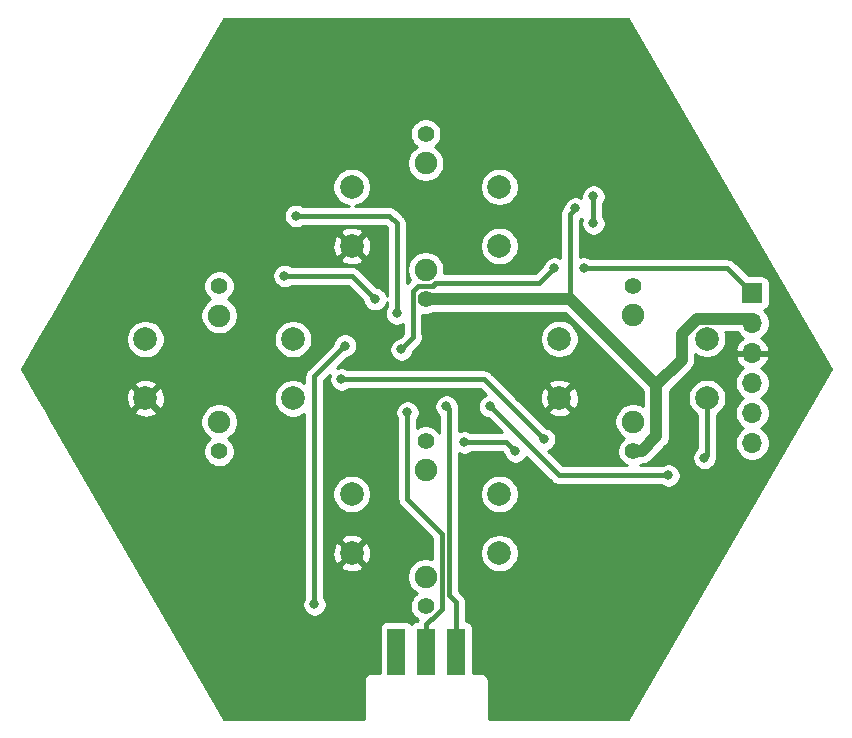
<source format=gbl>
G04 #@! TF.GenerationSoftware,KiCad,Pcbnew,(5.1.9)-1*
G04 #@! TF.CreationDate,2021-07-28T09:13:25+02:00*
G04 #@! TF.ProjectId,STEM,5354454d-2e6b-4696-9361-645f70636258,A*
G04 #@! TF.SameCoordinates,Original*
G04 #@! TF.FileFunction,Copper,L2,Bot*
G04 #@! TF.FilePolarity,Positive*
%FSLAX46Y46*%
G04 Gerber Fmt 4.6, Leading zero omitted, Abs format (unit mm)*
G04 Created by KiCad (PCBNEW (5.1.9)-1) date 2021-07-28 09:13:25*
%MOMM*%
%LPD*%
G01*
G04 APERTURE LIST*
G04 #@! TA.AperFunction,WasherPad*
%ADD10C,1.900000*%
G04 #@! TD*
G04 #@! TA.AperFunction,ComponentPad*
%ADD11C,1.400000*%
G04 #@! TD*
G04 #@! TA.AperFunction,ComponentPad*
%ADD12C,2.000000*%
G04 #@! TD*
G04 #@! TA.AperFunction,ComponentPad*
%ADD13O,1.700000X1.700000*%
G04 #@! TD*
G04 #@! TA.AperFunction,ComponentPad*
%ADD14R,1.700000X1.700000*%
G04 #@! TD*
G04 #@! TA.AperFunction,SMDPad,CuDef*
%ADD15R,1.524000X4.000000*%
G04 #@! TD*
G04 #@! TA.AperFunction,ViaPad*
%ADD16C,0.800000*%
G04 #@! TD*
G04 #@! TA.AperFunction,Conductor*
%ADD17C,1.000000*%
G04 #@! TD*
G04 #@! TA.AperFunction,Conductor*
%ADD18C,0.400000*%
G04 #@! TD*
G04 #@! TA.AperFunction,Conductor*
%ADD19C,0.254000*%
G04 #@! TD*
G04 #@! TA.AperFunction,Conductor*
%ADD20C,0.100000*%
G04 #@! TD*
G04 APERTURE END LIST*
D10*
X140025000Y-119650000D03*
X140025000Y-110650000D03*
D11*
X140025000Y-108150000D03*
X140025000Y-122150000D03*
D12*
X133775000Y-112650000D03*
X133775000Y-117650000D03*
X146275000Y-112650000D03*
X146275000Y-117650000D03*
D10*
X122450000Y-132787000D03*
X122450000Y-123787000D03*
D11*
X122450000Y-121287000D03*
X122450000Y-135287000D03*
D12*
X116200000Y-125787000D03*
X116200000Y-130787000D03*
X128700000Y-125787000D03*
X128700000Y-130787000D03*
D10*
X104975000Y-119675000D03*
X104975000Y-110675000D03*
D11*
X104975000Y-108175000D03*
X104975000Y-122175000D03*
D12*
X98725000Y-112675000D03*
X98725000Y-117675000D03*
X111225000Y-112675000D03*
X111225000Y-117675000D03*
D10*
X122450000Y-106787000D03*
X122450000Y-97787000D03*
D11*
X122450000Y-95287000D03*
X122450000Y-109287000D03*
D12*
X116200000Y-99787000D03*
X116200000Y-104787000D03*
X128700000Y-99787000D03*
X128700000Y-104787000D03*
D13*
X150100000Y-121469600D03*
X150100000Y-118929600D03*
X150100000Y-116389600D03*
X150100000Y-113849600D03*
X150100000Y-111309600D03*
D14*
X150100000Y-108769600D03*
D15*
X119960000Y-139158000D03*
X122500000Y-139158000D03*
X125040000Y-139158000D03*
D16*
X110490000Y-107315000D03*
X118177000Y-109287000D03*
X135128000Y-101600000D03*
X107950000Y-104140000D03*
X134620000Y-99695000D03*
X127442000Y-111760000D03*
X134874000Y-126492000D03*
X113665000Y-109855000D03*
X142113000Y-100965000D03*
X118872000Y-135128000D03*
X120400002Y-113538000D03*
X133350000Y-106680000D03*
X135852000Y-106680000D03*
X113030000Y-135128000D03*
X115627686Y-113226314D03*
X120904000Y-118872000D03*
X124206000Y-118364000D03*
X115316000Y-116078000D03*
X132466802Y-121152188D03*
X120015000Y-110490000D03*
X111490000Y-102235000D03*
X136652000Y-102870000D03*
X136652000Y-100584000D03*
X127900000Y-118364000D03*
X143002000Y-124206000D03*
X146050000Y-122720010D03*
X130048000Y-122174000D03*
X125730000Y-121412000D03*
D17*
X134687000Y-109287000D02*
X122450000Y-109287000D01*
D18*
X116205000Y-107315000D02*
X118177000Y-109287000D01*
X110490000Y-107315000D02*
X116205000Y-107315000D01*
X134687000Y-109287000D02*
X134687000Y-102041000D01*
X134687000Y-102041000D02*
X135128000Y-101600000D01*
D17*
X140740000Y-122150000D02*
X140025000Y-122150000D01*
X141986000Y-120904000D02*
X140740000Y-122150000D01*
X141986000Y-116586000D02*
X141986000Y-120904000D01*
X134687000Y-109287000D02*
X141986000Y-116586000D01*
X145458999Y-110949999D02*
X144145000Y-112263998D01*
X149740399Y-110949999D02*
X145458999Y-110949999D01*
X150100000Y-111309600D02*
X149740399Y-110949999D01*
X144145000Y-114427000D02*
X141986000Y-116586000D01*
X144145000Y-112263998D02*
X144145000Y-114427000D01*
D18*
X148010400Y-106680000D02*
X150100000Y-108769600D01*
X135852000Y-106680000D02*
X148010400Y-106680000D01*
X121801999Y-108137001D02*
X123098001Y-108137001D01*
X132080000Y-107950000D02*
X133350000Y-106680000D01*
X123098001Y-108137001D02*
X123285002Y-107950000D01*
X121349999Y-108589001D02*
X121801999Y-108137001D01*
X121412000Y-112526002D02*
X121349999Y-112464001D01*
X123285002Y-107950000D02*
X132080000Y-107950000D01*
X121349999Y-112464001D02*
X121349999Y-108589001D01*
X120400002Y-113538000D02*
X121412000Y-112526002D01*
X115570000Y-113284000D02*
X115627686Y-113226314D01*
X113030000Y-115824000D02*
X115570000Y-113284000D01*
X113030000Y-135128000D02*
X113030000Y-115824000D01*
X122500000Y-136834000D02*
X122500000Y-139158000D01*
X122967002Y-136398000D02*
X122936000Y-136398000D01*
X123825000Y-135540002D02*
X122967002Y-136398000D01*
X123825000Y-129159000D02*
X123825000Y-135540002D01*
X122936000Y-136398000D02*
X122500000Y-136834000D01*
X120904000Y-126238000D02*
X123825000Y-129159000D01*
X120904000Y-118872000D02*
X120904000Y-126238000D01*
X125040000Y-134946000D02*
X125040000Y-139158000D01*
X124460000Y-134366000D02*
X125040000Y-134946000D01*
X124460000Y-118618000D02*
X124460000Y-134366000D01*
X124206000Y-118364000D02*
X124460000Y-118618000D01*
X127392614Y-116078000D02*
X132466802Y-121152188D01*
X115316000Y-116078000D02*
X127392614Y-116078000D01*
X120015000Y-110490000D02*
X120015000Y-102870000D01*
X120015000Y-102870000D02*
X119380000Y-102235000D01*
X119380000Y-102235000D02*
X112395000Y-102235000D01*
X112395000Y-102235000D02*
X111490000Y-102235000D01*
X136652000Y-102870000D02*
X136652000Y-100584000D01*
X127900000Y-118364000D02*
X133742000Y-124206000D01*
X133742000Y-124206000D02*
X143002000Y-124206000D01*
X146275000Y-117650000D02*
X146275000Y-122495010D01*
X146275000Y-122495010D02*
X146050000Y-122720010D01*
X130048000Y-122174000D02*
X129286000Y-121412000D01*
X129286000Y-121412000D02*
X125730000Y-121412000D01*
D19*
X156737892Y-115178000D02*
X139618955Y-144828000D01*
X127780000Y-144828000D01*
X127780000Y-141604599D01*
X127783193Y-141572180D01*
X127770450Y-141442797D01*
X127732710Y-141318387D01*
X127671425Y-141203730D01*
X127588948Y-141103232D01*
X127488450Y-141020755D01*
X127373793Y-140959470D01*
X127249383Y-140921730D01*
X127152419Y-140912180D01*
X127120000Y-140908987D01*
X127087581Y-140912180D01*
X126440072Y-140912180D01*
X126440072Y-137158000D01*
X126427812Y-137033518D01*
X126391502Y-136913820D01*
X126332537Y-136803506D01*
X126253185Y-136706815D01*
X126156494Y-136627463D01*
X126046180Y-136568498D01*
X125926482Y-136532188D01*
X125875000Y-136527118D01*
X125875000Y-134987018D01*
X125879040Y-134946000D01*
X125862918Y-134782311D01*
X125815172Y-134624913D01*
X125737636Y-134479854D01*
X125659439Y-134384570D01*
X125659437Y-134384568D01*
X125633291Y-134352709D01*
X125601432Y-134326564D01*
X125295000Y-134020132D01*
X125295000Y-130625967D01*
X127065000Y-130625967D01*
X127065000Y-130948033D01*
X127127832Y-131263912D01*
X127251082Y-131561463D01*
X127430013Y-131829252D01*
X127657748Y-132056987D01*
X127925537Y-132235918D01*
X128223088Y-132359168D01*
X128538967Y-132422000D01*
X128861033Y-132422000D01*
X129176912Y-132359168D01*
X129474463Y-132235918D01*
X129742252Y-132056987D01*
X129969987Y-131829252D01*
X130148918Y-131561463D01*
X130272168Y-131263912D01*
X130335000Y-130948033D01*
X130335000Y-130625967D01*
X130272168Y-130310088D01*
X130148918Y-130012537D01*
X129969987Y-129744748D01*
X129742252Y-129517013D01*
X129474463Y-129338082D01*
X129176912Y-129214832D01*
X128861033Y-129152000D01*
X128538967Y-129152000D01*
X128223088Y-129214832D01*
X127925537Y-129338082D01*
X127657748Y-129517013D01*
X127430013Y-129744748D01*
X127251082Y-130012537D01*
X127127832Y-130310088D01*
X127065000Y-130625967D01*
X125295000Y-130625967D01*
X125295000Y-125625967D01*
X127065000Y-125625967D01*
X127065000Y-125948033D01*
X127127832Y-126263912D01*
X127251082Y-126561463D01*
X127430013Y-126829252D01*
X127657748Y-127056987D01*
X127925537Y-127235918D01*
X128223088Y-127359168D01*
X128538967Y-127422000D01*
X128861033Y-127422000D01*
X129176912Y-127359168D01*
X129474463Y-127235918D01*
X129742252Y-127056987D01*
X129969987Y-126829252D01*
X130148918Y-126561463D01*
X130272168Y-126263912D01*
X130335000Y-125948033D01*
X130335000Y-125625967D01*
X130272168Y-125310088D01*
X130148918Y-125012537D01*
X129969987Y-124744748D01*
X129742252Y-124517013D01*
X129474463Y-124338082D01*
X129176912Y-124214832D01*
X128861033Y-124152000D01*
X128538967Y-124152000D01*
X128223088Y-124214832D01*
X127925537Y-124338082D01*
X127657748Y-124517013D01*
X127430013Y-124744748D01*
X127251082Y-125012537D01*
X127127832Y-125310088D01*
X127065000Y-125625967D01*
X125295000Y-125625967D01*
X125295000Y-122352093D01*
X125428102Y-122407226D01*
X125628061Y-122447000D01*
X125831939Y-122447000D01*
X126031898Y-122407226D01*
X126220256Y-122329205D01*
X126343285Y-122247000D01*
X128940132Y-122247000D01*
X129023908Y-122330775D01*
X129052774Y-122475898D01*
X129130795Y-122664256D01*
X129244063Y-122833774D01*
X129388226Y-122977937D01*
X129557744Y-123091205D01*
X129746102Y-123169226D01*
X129946061Y-123209000D01*
X130149939Y-123209000D01*
X130349898Y-123169226D01*
X130538256Y-123091205D01*
X130707774Y-122977937D01*
X130851937Y-122833774D01*
X130965205Y-122664256D01*
X130981075Y-122625943D01*
X133122563Y-124767432D01*
X133148709Y-124799291D01*
X133275854Y-124903636D01*
X133420913Y-124981172D01*
X133578311Y-125028918D01*
X133700981Y-125041000D01*
X133700982Y-125041000D01*
X133742000Y-125045040D01*
X133783018Y-125041000D01*
X142388715Y-125041000D01*
X142511744Y-125123205D01*
X142700102Y-125201226D01*
X142900061Y-125241000D01*
X143103939Y-125241000D01*
X143303898Y-125201226D01*
X143492256Y-125123205D01*
X143661774Y-125009937D01*
X143805937Y-124865774D01*
X143919205Y-124696256D01*
X143997226Y-124507898D01*
X144037000Y-124307939D01*
X144037000Y-124104061D01*
X143997226Y-123904102D01*
X143919205Y-123715744D01*
X143805937Y-123546226D01*
X143661774Y-123402063D01*
X143492256Y-123288795D01*
X143303898Y-123210774D01*
X143103939Y-123171000D01*
X142900061Y-123171000D01*
X142700102Y-123210774D01*
X142511744Y-123288795D01*
X142388715Y-123371000D01*
X140565766Y-123371000D01*
X140657359Y-123333061D01*
X140723502Y-123288866D01*
X140740000Y-123290491D01*
X140795751Y-123285000D01*
X140795752Y-123285000D01*
X140962499Y-123268577D01*
X141176447Y-123203676D01*
X141373623Y-123098284D01*
X141546449Y-122956449D01*
X141581996Y-122913135D01*
X142749140Y-121745992D01*
X142792449Y-121710449D01*
X142934284Y-121537623D01*
X143039676Y-121340447D01*
X143104577Y-121126499D01*
X143109195Y-121079609D01*
X143126491Y-120904001D01*
X143121000Y-120848249D01*
X143121000Y-117488967D01*
X144640000Y-117488967D01*
X144640000Y-117811033D01*
X144702832Y-118126912D01*
X144826082Y-118424463D01*
X145005013Y-118692252D01*
X145232748Y-118919987D01*
X145440000Y-119058469D01*
X145440001Y-121882815D01*
X145390226Y-121916073D01*
X145246063Y-122060236D01*
X145132795Y-122229754D01*
X145054774Y-122418112D01*
X145015000Y-122618071D01*
X145015000Y-122821949D01*
X145054774Y-123021908D01*
X145132795Y-123210266D01*
X145246063Y-123379784D01*
X145390226Y-123523947D01*
X145559744Y-123637215D01*
X145748102Y-123715236D01*
X145948061Y-123755010D01*
X146151939Y-123755010D01*
X146351898Y-123715236D01*
X146540256Y-123637215D01*
X146709774Y-123523947D01*
X146853937Y-123379784D01*
X146967205Y-123210266D01*
X147045226Y-123021908D01*
X147085000Y-122821949D01*
X147085000Y-122701284D01*
X147097918Y-122658699D01*
X147108048Y-122555850D01*
X147114040Y-122495011D01*
X147110000Y-122453992D01*
X147110000Y-119058468D01*
X147317252Y-118919987D01*
X147544987Y-118692252D01*
X147723918Y-118424463D01*
X147847168Y-118126912D01*
X147910000Y-117811033D01*
X147910000Y-117488967D01*
X147847168Y-117173088D01*
X147723918Y-116875537D01*
X147544987Y-116607748D01*
X147317252Y-116380013D01*
X147112707Y-116243340D01*
X148615000Y-116243340D01*
X148615000Y-116535860D01*
X148672068Y-116822758D01*
X148784010Y-117093011D01*
X148946525Y-117336232D01*
X149153368Y-117543075D01*
X149327760Y-117659600D01*
X149153368Y-117776125D01*
X148946525Y-117982968D01*
X148784010Y-118226189D01*
X148672068Y-118496442D01*
X148615000Y-118783340D01*
X148615000Y-119075860D01*
X148672068Y-119362758D01*
X148784010Y-119633011D01*
X148946525Y-119876232D01*
X149153368Y-120083075D01*
X149327760Y-120199600D01*
X149153368Y-120316125D01*
X148946525Y-120522968D01*
X148784010Y-120766189D01*
X148672068Y-121036442D01*
X148615000Y-121323340D01*
X148615000Y-121615860D01*
X148672068Y-121902758D01*
X148784010Y-122173011D01*
X148946525Y-122416232D01*
X149153368Y-122623075D01*
X149396589Y-122785590D01*
X149666842Y-122897532D01*
X149953740Y-122954600D01*
X150246260Y-122954600D01*
X150533158Y-122897532D01*
X150803411Y-122785590D01*
X151046632Y-122623075D01*
X151253475Y-122416232D01*
X151415990Y-122173011D01*
X151527932Y-121902758D01*
X151585000Y-121615860D01*
X151585000Y-121323340D01*
X151527932Y-121036442D01*
X151415990Y-120766189D01*
X151253475Y-120522968D01*
X151046632Y-120316125D01*
X150872240Y-120199600D01*
X151046632Y-120083075D01*
X151253475Y-119876232D01*
X151415990Y-119633011D01*
X151527932Y-119362758D01*
X151585000Y-119075860D01*
X151585000Y-118783340D01*
X151527932Y-118496442D01*
X151415990Y-118226189D01*
X151253475Y-117982968D01*
X151046632Y-117776125D01*
X150872240Y-117659600D01*
X151046632Y-117543075D01*
X151253475Y-117336232D01*
X151415990Y-117093011D01*
X151527932Y-116822758D01*
X151585000Y-116535860D01*
X151585000Y-116243340D01*
X151527932Y-115956442D01*
X151415990Y-115686189D01*
X151253475Y-115442968D01*
X151046632Y-115236125D01*
X150864466Y-115114405D01*
X150981355Y-115044778D01*
X151197588Y-114849869D01*
X151371641Y-114616520D01*
X151496825Y-114353699D01*
X151541476Y-114206490D01*
X151420155Y-113976600D01*
X150227000Y-113976600D01*
X150227000Y-113996600D01*
X149973000Y-113996600D01*
X149973000Y-113976600D01*
X148779845Y-113976600D01*
X148658524Y-114206490D01*
X148703175Y-114353699D01*
X148828359Y-114616520D01*
X149002412Y-114849869D01*
X149218645Y-115044778D01*
X149335534Y-115114405D01*
X149153368Y-115236125D01*
X148946525Y-115442968D01*
X148784010Y-115686189D01*
X148672068Y-115956442D01*
X148615000Y-116243340D01*
X147112707Y-116243340D01*
X147049463Y-116201082D01*
X146751912Y-116077832D01*
X146436033Y-116015000D01*
X146113967Y-116015000D01*
X145798088Y-116077832D01*
X145500537Y-116201082D01*
X145232748Y-116380013D01*
X145005013Y-116607748D01*
X144826082Y-116875537D01*
X144702832Y-117173088D01*
X144640000Y-117488967D01*
X143121000Y-117488967D01*
X143121000Y-117056131D01*
X144908141Y-115268991D01*
X144951449Y-115233449D01*
X145093284Y-115060623D01*
X145198676Y-114863447D01*
X145263577Y-114649499D01*
X145280000Y-114482752D01*
X145285491Y-114427001D01*
X145280000Y-114371249D01*
X145280000Y-113951560D01*
X145500537Y-114098918D01*
X145798088Y-114222168D01*
X146113967Y-114285000D01*
X146436033Y-114285000D01*
X146751912Y-114222168D01*
X147049463Y-114098918D01*
X147317252Y-113919987D01*
X147544987Y-113692252D01*
X147723918Y-113424463D01*
X147847168Y-113126912D01*
X147910000Y-112811033D01*
X147910000Y-112488967D01*
X147847168Y-112173088D01*
X147810680Y-112084999D01*
X148832111Y-112084999D01*
X148946525Y-112256232D01*
X149153368Y-112463075D01*
X149335534Y-112584795D01*
X149218645Y-112654422D01*
X149002412Y-112849331D01*
X148828359Y-113082680D01*
X148703175Y-113345501D01*
X148658524Y-113492710D01*
X148779845Y-113722600D01*
X149973000Y-113722600D01*
X149973000Y-113702600D01*
X150227000Y-113702600D01*
X150227000Y-113722600D01*
X151420155Y-113722600D01*
X151541476Y-113492710D01*
X151496825Y-113345501D01*
X151371641Y-113082680D01*
X151197588Y-112849331D01*
X150981355Y-112654422D01*
X150864466Y-112584795D01*
X151046632Y-112463075D01*
X151253475Y-112256232D01*
X151415990Y-112013011D01*
X151527932Y-111742758D01*
X151585000Y-111455860D01*
X151585000Y-111163340D01*
X151527932Y-110876442D01*
X151415990Y-110606189D01*
X151253475Y-110362968D01*
X151121620Y-110231113D01*
X151194180Y-110209102D01*
X151304494Y-110150137D01*
X151401185Y-110070785D01*
X151480537Y-109974094D01*
X151539502Y-109863780D01*
X151575812Y-109744082D01*
X151588072Y-109619600D01*
X151588072Y-107919600D01*
X151575812Y-107795118D01*
X151539502Y-107675420D01*
X151480537Y-107565106D01*
X151401185Y-107468415D01*
X151304494Y-107389063D01*
X151194180Y-107330098D01*
X151074482Y-107293788D01*
X150950000Y-107281528D01*
X149792796Y-107281528D01*
X148629846Y-106118579D01*
X148603691Y-106086709D01*
X148476546Y-105982364D01*
X148331487Y-105904828D01*
X148174089Y-105857082D01*
X148051419Y-105845000D01*
X148051418Y-105845000D01*
X148010400Y-105840960D01*
X147969382Y-105845000D01*
X136465285Y-105845000D01*
X136342256Y-105762795D01*
X136153898Y-105684774D01*
X135953939Y-105645000D01*
X135750061Y-105645000D01*
X135550102Y-105684774D01*
X135522000Y-105696414D01*
X135522000Y-102557076D01*
X135618256Y-102517205D01*
X135700665Y-102462141D01*
X135656774Y-102568102D01*
X135617000Y-102768061D01*
X135617000Y-102971939D01*
X135656774Y-103171898D01*
X135734795Y-103360256D01*
X135848063Y-103529774D01*
X135992226Y-103673937D01*
X136161744Y-103787205D01*
X136350102Y-103865226D01*
X136550061Y-103905000D01*
X136753939Y-103905000D01*
X136953898Y-103865226D01*
X137142256Y-103787205D01*
X137311774Y-103673937D01*
X137455937Y-103529774D01*
X137569205Y-103360256D01*
X137647226Y-103171898D01*
X137687000Y-102971939D01*
X137687000Y-102768061D01*
X137647226Y-102568102D01*
X137569205Y-102379744D01*
X137487000Y-102256715D01*
X137487000Y-101197285D01*
X137569205Y-101074256D01*
X137647226Y-100885898D01*
X137687000Y-100685939D01*
X137687000Y-100482061D01*
X137647226Y-100282102D01*
X137569205Y-100093744D01*
X137455937Y-99924226D01*
X137311774Y-99780063D01*
X137142256Y-99666795D01*
X136953898Y-99588774D01*
X136753939Y-99549000D01*
X136550061Y-99549000D01*
X136350102Y-99588774D01*
X136161744Y-99666795D01*
X135992226Y-99780063D01*
X135848063Y-99924226D01*
X135734795Y-100093744D01*
X135656774Y-100282102D01*
X135617000Y-100482061D01*
X135617000Y-100682275D01*
X135429898Y-100604774D01*
X135229939Y-100565000D01*
X135026061Y-100565000D01*
X134826102Y-100604774D01*
X134637744Y-100682795D01*
X134468226Y-100796063D01*
X134324063Y-100940226D01*
X134210795Y-101109744D01*
X134132774Y-101298102D01*
X134104831Y-101438582D01*
X134093710Y-101447709D01*
X134049807Y-101501205D01*
X133989364Y-101574855D01*
X133911828Y-101719914D01*
X133864082Y-101877312D01*
X133847960Y-102041000D01*
X133852001Y-102082028D01*
X133852000Y-105770642D01*
X133840256Y-105762795D01*
X133651898Y-105684774D01*
X133451939Y-105645000D01*
X133248061Y-105645000D01*
X133048102Y-105684774D01*
X132859744Y-105762795D01*
X132690226Y-105876063D01*
X132546063Y-106020226D01*
X132432795Y-106189744D01*
X132354774Y-106378102D01*
X132325908Y-106523225D01*
X131734133Y-107115000D01*
X124000809Y-107115000D01*
X124035000Y-106943109D01*
X124035000Y-106630891D01*
X123974089Y-106324673D01*
X123854609Y-106036221D01*
X123681150Y-105776621D01*
X123460379Y-105555850D01*
X123200779Y-105382391D01*
X122912327Y-105262911D01*
X122606109Y-105202000D01*
X122293891Y-105202000D01*
X121987673Y-105262911D01*
X121699221Y-105382391D01*
X121439621Y-105555850D01*
X121218850Y-105776621D01*
X121045391Y-106036221D01*
X120925911Y-106324673D01*
X120865000Y-106630891D01*
X120865000Y-106943109D01*
X120925911Y-107249327D01*
X121045391Y-107537779D01*
X121115471Y-107642661D01*
X120850000Y-107908133D01*
X120850000Y-104625967D01*
X127065000Y-104625967D01*
X127065000Y-104948033D01*
X127127832Y-105263912D01*
X127251082Y-105561463D01*
X127430013Y-105829252D01*
X127657748Y-106056987D01*
X127925537Y-106235918D01*
X128223088Y-106359168D01*
X128538967Y-106422000D01*
X128861033Y-106422000D01*
X129176912Y-106359168D01*
X129474463Y-106235918D01*
X129742252Y-106056987D01*
X129969987Y-105829252D01*
X130148918Y-105561463D01*
X130272168Y-105263912D01*
X130335000Y-104948033D01*
X130335000Y-104625967D01*
X130272168Y-104310088D01*
X130148918Y-104012537D01*
X129969987Y-103744748D01*
X129742252Y-103517013D01*
X129474463Y-103338082D01*
X129176912Y-103214832D01*
X128861033Y-103152000D01*
X128538967Y-103152000D01*
X128223088Y-103214832D01*
X127925537Y-103338082D01*
X127657748Y-103517013D01*
X127430013Y-103744748D01*
X127251082Y-104012537D01*
X127127832Y-104310088D01*
X127065000Y-104625967D01*
X120850000Y-104625967D01*
X120850000Y-102911018D01*
X120854040Y-102870000D01*
X120837918Y-102706312D01*
X120824003Y-102660438D01*
X120790172Y-102548913D01*
X120712636Y-102403854D01*
X120708396Y-102398688D01*
X120634439Y-102308570D01*
X120634437Y-102308568D01*
X120608291Y-102276709D01*
X120576431Y-102250562D01*
X119999445Y-101673578D01*
X119973291Y-101641709D01*
X119846146Y-101537364D01*
X119701087Y-101459828D01*
X119543689Y-101412082D01*
X119421019Y-101400000D01*
X119421018Y-101400000D01*
X119380000Y-101395960D01*
X119338982Y-101400000D01*
X116471635Y-101400000D01*
X116676912Y-101359168D01*
X116974463Y-101235918D01*
X117242252Y-101056987D01*
X117469987Y-100829252D01*
X117648918Y-100561463D01*
X117772168Y-100263912D01*
X117835000Y-99948033D01*
X117835000Y-99625967D01*
X127065000Y-99625967D01*
X127065000Y-99948033D01*
X127127832Y-100263912D01*
X127251082Y-100561463D01*
X127430013Y-100829252D01*
X127657748Y-101056987D01*
X127925537Y-101235918D01*
X128223088Y-101359168D01*
X128538967Y-101422000D01*
X128861033Y-101422000D01*
X129176912Y-101359168D01*
X129474463Y-101235918D01*
X129742252Y-101056987D01*
X129969987Y-100829252D01*
X130148918Y-100561463D01*
X130272168Y-100263912D01*
X130335000Y-99948033D01*
X130335000Y-99625967D01*
X130272168Y-99310088D01*
X130148918Y-99012537D01*
X129969987Y-98744748D01*
X129742252Y-98517013D01*
X129474463Y-98338082D01*
X129176912Y-98214832D01*
X128861033Y-98152000D01*
X128538967Y-98152000D01*
X128223088Y-98214832D01*
X127925537Y-98338082D01*
X127657748Y-98517013D01*
X127430013Y-98744748D01*
X127251082Y-99012537D01*
X127127832Y-99310088D01*
X127065000Y-99625967D01*
X117835000Y-99625967D01*
X117772168Y-99310088D01*
X117648918Y-99012537D01*
X117469987Y-98744748D01*
X117242252Y-98517013D01*
X116974463Y-98338082D01*
X116676912Y-98214832D01*
X116361033Y-98152000D01*
X116038967Y-98152000D01*
X115723088Y-98214832D01*
X115425537Y-98338082D01*
X115157748Y-98517013D01*
X114930013Y-98744748D01*
X114751082Y-99012537D01*
X114627832Y-99310088D01*
X114565000Y-99625967D01*
X114565000Y-99948033D01*
X114627832Y-100263912D01*
X114751082Y-100561463D01*
X114930013Y-100829252D01*
X115157748Y-101056987D01*
X115425537Y-101235918D01*
X115723088Y-101359168D01*
X115928365Y-101400000D01*
X112103285Y-101400000D01*
X111980256Y-101317795D01*
X111791898Y-101239774D01*
X111591939Y-101200000D01*
X111388061Y-101200000D01*
X111188102Y-101239774D01*
X110999744Y-101317795D01*
X110830226Y-101431063D01*
X110686063Y-101575226D01*
X110572795Y-101744744D01*
X110494774Y-101933102D01*
X110455000Y-102133061D01*
X110455000Y-102336939D01*
X110494774Y-102536898D01*
X110572795Y-102725256D01*
X110686063Y-102894774D01*
X110830226Y-103038937D01*
X110999744Y-103152205D01*
X111188102Y-103230226D01*
X111388061Y-103270000D01*
X111591939Y-103270000D01*
X111791898Y-103230226D01*
X111980256Y-103152205D01*
X112103285Y-103070000D01*
X119034132Y-103070000D01*
X119180001Y-103215869D01*
X119180000Y-109024186D01*
X119172226Y-108985102D01*
X119094205Y-108796744D01*
X118980937Y-108627226D01*
X118836774Y-108483063D01*
X118667256Y-108369795D01*
X118478898Y-108291774D01*
X118333775Y-108262908D01*
X116824446Y-106753579D01*
X116798291Y-106721709D01*
X116671146Y-106617364D01*
X116526087Y-106539828D01*
X116368689Y-106492082D01*
X116246019Y-106480000D01*
X116246018Y-106480000D01*
X116205000Y-106475960D01*
X116163982Y-106480000D01*
X111103285Y-106480000D01*
X110980256Y-106397795D01*
X110791898Y-106319774D01*
X110591939Y-106280000D01*
X110388061Y-106280000D01*
X110188102Y-106319774D01*
X109999744Y-106397795D01*
X109830226Y-106511063D01*
X109686063Y-106655226D01*
X109572795Y-106824744D01*
X109494774Y-107013102D01*
X109455000Y-107213061D01*
X109455000Y-107416939D01*
X109494774Y-107616898D01*
X109572795Y-107805256D01*
X109686063Y-107974774D01*
X109830226Y-108118937D01*
X109999744Y-108232205D01*
X110188102Y-108310226D01*
X110388061Y-108350000D01*
X110591939Y-108350000D01*
X110791898Y-108310226D01*
X110980256Y-108232205D01*
X111103285Y-108150000D01*
X115859133Y-108150000D01*
X117152908Y-109443775D01*
X117181774Y-109588898D01*
X117259795Y-109777256D01*
X117373063Y-109946774D01*
X117517226Y-110090937D01*
X117686744Y-110204205D01*
X117875102Y-110282226D01*
X118075061Y-110322000D01*
X118278939Y-110322000D01*
X118478898Y-110282226D01*
X118667256Y-110204205D01*
X118836774Y-110090937D01*
X118980937Y-109946774D01*
X119094205Y-109777256D01*
X119172226Y-109588898D01*
X119180000Y-109549815D01*
X119180000Y-109876715D01*
X119097795Y-109999744D01*
X119019774Y-110188102D01*
X118980000Y-110388061D01*
X118980000Y-110591939D01*
X119019774Y-110791898D01*
X119097795Y-110980256D01*
X119211063Y-111149774D01*
X119355226Y-111293937D01*
X119524744Y-111407205D01*
X119713102Y-111485226D01*
X119913061Y-111525000D01*
X120116939Y-111525000D01*
X120316898Y-111485226D01*
X120505256Y-111407205D01*
X120514999Y-111400695D01*
X120514999Y-112242135D01*
X120243227Y-112513907D01*
X120098104Y-112542774D01*
X119909746Y-112620795D01*
X119740228Y-112734063D01*
X119596065Y-112878226D01*
X119482797Y-113047744D01*
X119404776Y-113236102D01*
X119365002Y-113436061D01*
X119365002Y-113639939D01*
X119404776Y-113839898D01*
X119482797Y-114028256D01*
X119596065Y-114197774D01*
X119740228Y-114341937D01*
X119909746Y-114455205D01*
X120098104Y-114533226D01*
X120298063Y-114573000D01*
X120501941Y-114573000D01*
X120701900Y-114533226D01*
X120890258Y-114455205D01*
X121059776Y-114341937D01*
X121203939Y-114197774D01*
X121317207Y-114028256D01*
X121395228Y-113839898D01*
X121424095Y-113694775D01*
X121973429Y-113145441D01*
X122005291Y-113119293D01*
X122082322Y-113025430D01*
X122109636Y-112992148D01*
X122187171Y-112847089D01*
X122187172Y-112847088D01*
X122234918Y-112689690D01*
X122251040Y-112526002D01*
X122247393Y-112488967D01*
X132140000Y-112488967D01*
X132140000Y-112811033D01*
X132202832Y-113126912D01*
X132326082Y-113424463D01*
X132505013Y-113692252D01*
X132732748Y-113919987D01*
X133000537Y-114098918D01*
X133298088Y-114222168D01*
X133613967Y-114285000D01*
X133936033Y-114285000D01*
X134251912Y-114222168D01*
X134549463Y-114098918D01*
X134817252Y-113919987D01*
X135044987Y-113692252D01*
X135223918Y-113424463D01*
X135347168Y-113126912D01*
X135410000Y-112811033D01*
X135410000Y-112488967D01*
X135347168Y-112173088D01*
X135223918Y-111875537D01*
X135044987Y-111607748D01*
X134817252Y-111380013D01*
X134549463Y-111201082D01*
X134251912Y-111077832D01*
X133936033Y-111015000D01*
X133613967Y-111015000D01*
X133298088Y-111077832D01*
X133000537Y-111201082D01*
X132732748Y-111380013D01*
X132505013Y-111607748D01*
X132326082Y-111875537D01*
X132202832Y-112173088D01*
X132140000Y-112488967D01*
X122247393Y-112488967D01*
X122234918Y-112362315D01*
X122187172Y-112204916D01*
X122184999Y-112200851D01*
X122184999Y-110595442D01*
X122318514Y-110622000D01*
X122581486Y-110622000D01*
X122839405Y-110570696D01*
X123082359Y-110470061D01*
X123154288Y-110422000D01*
X134216869Y-110422000D01*
X140851000Y-117056132D01*
X140851000Y-118295652D01*
X140775779Y-118245391D01*
X140487327Y-118125911D01*
X140181109Y-118065000D01*
X139868891Y-118065000D01*
X139562673Y-118125911D01*
X139274221Y-118245391D01*
X139014621Y-118418850D01*
X138793850Y-118639621D01*
X138620391Y-118899221D01*
X138500911Y-119187673D01*
X138440000Y-119493891D01*
X138440000Y-119806109D01*
X138500911Y-120112327D01*
X138620391Y-120400779D01*
X138793850Y-120660379D01*
X139014621Y-120881150D01*
X139267827Y-121050337D01*
X139173987Y-121113038D01*
X138988038Y-121298987D01*
X138841939Y-121517641D01*
X138741304Y-121760595D01*
X138690000Y-122018514D01*
X138690000Y-122281486D01*
X138741304Y-122539405D01*
X138841939Y-122782359D01*
X138988038Y-123001013D01*
X139173987Y-123186962D01*
X139392641Y-123333061D01*
X139484234Y-123371000D01*
X134087869Y-123371000D01*
X132836287Y-122119418D01*
X132957058Y-122069393D01*
X133126576Y-121956125D01*
X133270739Y-121811962D01*
X133384007Y-121642444D01*
X133462028Y-121454086D01*
X133501802Y-121254127D01*
X133501802Y-121050249D01*
X133462028Y-120850290D01*
X133384007Y-120661932D01*
X133270739Y-120492414D01*
X133126576Y-120348251D01*
X132957058Y-120234983D01*
X132768700Y-120156962D01*
X132623577Y-120128096D01*
X131280894Y-118785413D01*
X132819192Y-118785413D01*
X132914956Y-119049814D01*
X133204571Y-119190704D01*
X133516108Y-119272384D01*
X133837595Y-119291718D01*
X134156675Y-119247961D01*
X134461088Y-119142795D01*
X134635044Y-119049814D01*
X134730808Y-118785413D01*
X133775000Y-117829605D01*
X132819192Y-118785413D01*
X131280894Y-118785413D01*
X130208076Y-117712595D01*
X132133282Y-117712595D01*
X132177039Y-118031675D01*
X132282205Y-118336088D01*
X132375186Y-118510044D01*
X132639587Y-118605808D01*
X133595395Y-117650000D01*
X133954605Y-117650000D01*
X134910413Y-118605808D01*
X135174814Y-118510044D01*
X135315704Y-118220429D01*
X135397384Y-117908892D01*
X135416718Y-117587405D01*
X135372961Y-117268325D01*
X135267795Y-116963912D01*
X135174814Y-116789956D01*
X134910413Y-116694192D01*
X133954605Y-117650000D01*
X133595395Y-117650000D01*
X132639587Y-116694192D01*
X132375186Y-116789956D01*
X132234296Y-117079571D01*
X132152616Y-117391108D01*
X132133282Y-117712595D01*
X130208076Y-117712595D01*
X129010068Y-116514587D01*
X132819192Y-116514587D01*
X133775000Y-117470395D01*
X134730808Y-116514587D01*
X134635044Y-116250186D01*
X134345429Y-116109296D01*
X134033892Y-116027616D01*
X133712405Y-116008282D01*
X133393325Y-116052039D01*
X133088912Y-116157205D01*
X132914956Y-116250186D01*
X132819192Y-116514587D01*
X129010068Y-116514587D01*
X128012060Y-115516579D01*
X127985905Y-115484709D01*
X127858760Y-115380364D01*
X127713701Y-115302828D01*
X127556303Y-115255082D01*
X127433633Y-115243000D01*
X127433632Y-115243000D01*
X127392614Y-115238960D01*
X127351596Y-115243000D01*
X115929285Y-115243000D01*
X115806256Y-115160795D01*
X115617898Y-115082774D01*
X115417939Y-115043000D01*
X115214061Y-115043000D01*
X115014102Y-115082774D01*
X114908246Y-115126621D01*
X115784461Y-114250406D01*
X115929584Y-114221540D01*
X116117942Y-114143519D01*
X116287460Y-114030251D01*
X116431623Y-113886088D01*
X116544891Y-113716570D01*
X116622912Y-113528212D01*
X116662686Y-113328253D01*
X116662686Y-113124375D01*
X116622912Y-112924416D01*
X116544891Y-112736058D01*
X116431623Y-112566540D01*
X116287460Y-112422377D01*
X116117942Y-112309109D01*
X115929584Y-112231088D01*
X115729625Y-112191314D01*
X115525747Y-112191314D01*
X115325788Y-112231088D01*
X115137430Y-112309109D01*
X114967912Y-112422377D01*
X114823749Y-112566540D01*
X114710481Y-112736058D01*
X114632460Y-112924416D01*
X114603594Y-113069539D01*
X112468574Y-115204559D01*
X112436710Y-115230709D01*
X112387164Y-115291081D01*
X112332364Y-115357855D01*
X112254828Y-115502914D01*
X112207082Y-115660312D01*
X112190960Y-115824000D01*
X112195001Y-115865029D01*
X112195001Y-116356736D01*
X111999463Y-116226082D01*
X111701912Y-116102832D01*
X111386033Y-116040000D01*
X111063967Y-116040000D01*
X110748088Y-116102832D01*
X110450537Y-116226082D01*
X110182748Y-116405013D01*
X109955013Y-116632748D01*
X109776082Y-116900537D01*
X109652832Y-117198088D01*
X109590000Y-117513967D01*
X109590000Y-117836033D01*
X109652832Y-118151912D01*
X109776082Y-118449463D01*
X109955013Y-118717252D01*
X110182748Y-118944987D01*
X110450537Y-119123918D01*
X110748088Y-119247168D01*
X111063967Y-119310000D01*
X111386033Y-119310000D01*
X111701912Y-119247168D01*
X111999463Y-119123918D01*
X112195001Y-118993264D01*
X112195000Y-134514715D01*
X112112795Y-134637744D01*
X112034774Y-134826102D01*
X111995000Y-135026061D01*
X111995000Y-135229939D01*
X112034774Y-135429898D01*
X112112795Y-135618256D01*
X112226063Y-135787774D01*
X112370226Y-135931937D01*
X112539744Y-136045205D01*
X112728102Y-136123226D01*
X112928061Y-136163000D01*
X113131939Y-136163000D01*
X113331898Y-136123226D01*
X113520256Y-136045205D01*
X113689774Y-135931937D01*
X113833937Y-135787774D01*
X113947205Y-135618256D01*
X114025226Y-135429898D01*
X114065000Y-135229939D01*
X114065000Y-135026061D01*
X114025226Y-134826102D01*
X113947205Y-134637744D01*
X113865000Y-134514715D01*
X113865000Y-131922413D01*
X115244192Y-131922413D01*
X115339956Y-132186814D01*
X115629571Y-132327704D01*
X115941108Y-132409384D01*
X116262595Y-132428718D01*
X116581675Y-132384961D01*
X116886088Y-132279795D01*
X117060044Y-132186814D01*
X117155808Y-131922413D01*
X116200000Y-130966605D01*
X115244192Y-131922413D01*
X113865000Y-131922413D01*
X113865000Y-130849595D01*
X114558282Y-130849595D01*
X114602039Y-131168675D01*
X114707205Y-131473088D01*
X114800186Y-131647044D01*
X115064587Y-131742808D01*
X116020395Y-130787000D01*
X116379605Y-130787000D01*
X117335413Y-131742808D01*
X117599814Y-131647044D01*
X117740704Y-131357429D01*
X117822384Y-131045892D01*
X117841718Y-130724405D01*
X117797961Y-130405325D01*
X117692795Y-130100912D01*
X117599814Y-129926956D01*
X117335413Y-129831192D01*
X116379605Y-130787000D01*
X116020395Y-130787000D01*
X115064587Y-129831192D01*
X114800186Y-129926956D01*
X114659296Y-130216571D01*
X114577616Y-130528108D01*
X114558282Y-130849595D01*
X113865000Y-130849595D01*
X113865000Y-129651587D01*
X115244192Y-129651587D01*
X116200000Y-130607395D01*
X117155808Y-129651587D01*
X117060044Y-129387186D01*
X116770429Y-129246296D01*
X116458892Y-129164616D01*
X116137405Y-129145282D01*
X115818325Y-129189039D01*
X115513912Y-129294205D01*
X115339956Y-129387186D01*
X115244192Y-129651587D01*
X113865000Y-129651587D01*
X113865000Y-125625967D01*
X114565000Y-125625967D01*
X114565000Y-125948033D01*
X114627832Y-126263912D01*
X114751082Y-126561463D01*
X114930013Y-126829252D01*
X115157748Y-127056987D01*
X115425537Y-127235918D01*
X115723088Y-127359168D01*
X116038967Y-127422000D01*
X116361033Y-127422000D01*
X116676912Y-127359168D01*
X116974463Y-127235918D01*
X117242252Y-127056987D01*
X117469987Y-126829252D01*
X117648918Y-126561463D01*
X117772168Y-126263912D01*
X117835000Y-125948033D01*
X117835000Y-125625967D01*
X117772168Y-125310088D01*
X117648918Y-125012537D01*
X117469987Y-124744748D01*
X117242252Y-124517013D01*
X116974463Y-124338082D01*
X116676912Y-124214832D01*
X116361033Y-124152000D01*
X116038967Y-124152000D01*
X115723088Y-124214832D01*
X115425537Y-124338082D01*
X115157748Y-124517013D01*
X114930013Y-124744748D01*
X114751082Y-125012537D01*
X114627832Y-125310088D01*
X114565000Y-125625967D01*
X113865000Y-125625967D01*
X113865000Y-116169867D01*
X114364621Y-115670246D01*
X114320774Y-115776102D01*
X114281000Y-115976061D01*
X114281000Y-116179939D01*
X114320774Y-116379898D01*
X114398795Y-116568256D01*
X114512063Y-116737774D01*
X114656226Y-116881937D01*
X114825744Y-116995205D01*
X115014102Y-117073226D01*
X115214061Y-117113000D01*
X115417939Y-117113000D01*
X115617898Y-117073226D01*
X115806256Y-116995205D01*
X115929285Y-116913000D01*
X127046747Y-116913000D01*
X127530516Y-117396769D01*
X127409744Y-117446795D01*
X127240226Y-117560063D01*
X127096063Y-117704226D01*
X126982795Y-117873744D01*
X126904774Y-118062102D01*
X126865000Y-118262061D01*
X126865000Y-118465939D01*
X126904774Y-118665898D01*
X126982795Y-118854256D01*
X127096063Y-119023774D01*
X127240226Y-119167937D01*
X127409744Y-119281205D01*
X127598102Y-119359226D01*
X127743225Y-119388093D01*
X128932132Y-120577000D01*
X126343285Y-120577000D01*
X126220256Y-120494795D01*
X126031898Y-120416774D01*
X125831939Y-120377000D01*
X125628061Y-120377000D01*
X125428102Y-120416774D01*
X125295000Y-120471907D01*
X125295000Y-118659015D01*
X125299040Y-118617999D01*
X125294322Y-118570102D01*
X125282918Y-118454311D01*
X125241000Y-118316125D01*
X125241000Y-118262061D01*
X125201226Y-118062102D01*
X125123205Y-117873744D01*
X125009937Y-117704226D01*
X124865774Y-117560063D01*
X124696256Y-117446795D01*
X124507898Y-117368774D01*
X124307939Y-117329000D01*
X124104061Y-117329000D01*
X123904102Y-117368774D01*
X123715744Y-117446795D01*
X123546226Y-117560063D01*
X123402063Y-117704226D01*
X123288795Y-117873744D01*
X123210774Y-118062102D01*
X123171000Y-118262061D01*
X123171000Y-118465939D01*
X123210774Y-118665898D01*
X123288795Y-118854256D01*
X123402063Y-119023774D01*
X123546226Y-119167937D01*
X123625000Y-119220572D01*
X123625000Y-120642577D01*
X123486962Y-120435987D01*
X123301013Y-120250038D01*
X123082359Y-120103939D01*
X122839405Y-120003304D01*
X122581486Y-119952000D01*
X122318514Y-119952000D01*
X122060595Y-120003304D01*
X121817641Y-120103939D01*
X121739000Y-120156485D01*
X121739000Y-119485285D01*
X121821205Y-119362256D01*
X121899226Y-119173898D01*
X121939000Y-118973939D01*
X121939000Y-118770061D01*
X121899226Y-118570102D01*
X121821205Y-118381744D01*
X121707937Y-118212226D01*
X121563774Y-118068063D01*
X121394256Y-117954795D01*
X121205898Y-117876774D01*
X121005939Y-117837000D01*
X120802061Y-117837000D01*
X120602102Y-117876774D01*
X120413744Y-117954795D01*
X120244226Y-118068063D01*
X120100063Y-118212226D01*
X119986795Y-118381744D01*
X119908774Y-118570102D01*
X119869000Y-118770061D01*
X119869000Y-118973939D01*
X119908774Y-119173898D01*
X119986795Y-119362256D01*
X120069000Y-119485285D01*
X120069001Y-126196972D01*
X120064960Y-126238000D01*
X120081082Y-126401688D01*
X120128828Y-126559086D01*
X120128829Y-126559087D01*
X120206365Y-126704146D01*
X120310710Y-126831291D01*
X120342574Y-126857441D01*
X122990000Y-129504869D01*
X122990000Y-131295084D01*
X122912327Y-131262911D01*
X122606109Y-131202000D01*
X122293891Y-131202000D01*
X121987673Y-131262911D01*
X121699221Y-131382391D01*
X121439621Y-131555850D01*
X121218850Y-131776621D01*
X121045391Y-132036221D01*
X120925911Y-132324673D01*
X120865000Y-132630891D01*
X120865000Y-132943109D01*
X120925911Y-133249327D01*
X121045391Y-133537779D01*
X121218850Y-133797379D01*
X121439621Y-134018150D01*
X121692827Y-134187337D01*
X121598987Y-134250038D01*
X121413038Y-134435987D01*
X121266939Y-134654641D01*
X121166304Y-134897595D01*
X121115000Y-135155514D01*
X121115000Y-135418486D01*
X121166304Y-135676405D01*
X121266939Y-135919359D01*
X121413038Y-136138013D01*
X121598987Y-136323962D01*
X121766130Y-136435643D01*
X121724828Y-136512914D01*
X121722229Y-136521481D01*
X121613518Y-136532188D01*
X121493820Y-136568498D01*
X121383506Y-136627463D01*
X121286815Y-136706815D01*
X121230000Y-136776044D01*
X121173185Y-136706815D01*
X121076494Y-136627463D01*
X120966180Y-136568498D01*
X120846482Y-136532188D01*
X120722000Y-136519928D01*
X119198000Y-136519928D01*
X119073518Y-136532188D01*
X118953820Y-136568498D01*
X118843506Y-136627463D01*
X118746815Y-136706815D01*
X118667463Y-136803506D01*
X118608498Y-136913820D01*
X118572188Y-137033518D01*
X118559928Y-137158000D01*
X118559928Y-140912180D01*
X117912419Y-140912180D01*
X117880000Y-140908987D01*
X117847581Y-140912180D01*
X117750617Y-140921730D01*
X117626207Y-140959470D01*
X117511550Y-141020755D01*
X117411052Y-141103232D01*
X117328575Y-141203730D01*
X117267290Y-141318387D01*
X117229550Y-141442797D01*
X117216807Y-141572180D01*
X117220000Y-141604600D01*
X117220001Y-144828000D01*
X105381045Y-144828000D01*
X90768396Y-119518891D01*
X103390000Y-119518891D01*
X103390000Y-119831109D01*
X103450911Y-120137327D01*
X103570391Y-120425779D01*
X103743850Y-120685379D01*
X103964621Y-120906150D01*
X104217827Y-121075337D01*
X104123987Y-121138038D01*
X103938038Y-121323987D01*
X103791939Y-121542641D01*
X103691304Y-121785595D01*
X103640000Y-122043514D01*
X103640000Y-122306486D01*
X103691304Y-122564405D01*
X103791939Y-122807359D01*
X103938038Y-123026013D01*
X104123987Y-123211962D01*
X104342641Y-123358061D01*
X104585595Y-123458696D01*
X104843514Y-123510000D01*
X105106486Y-123510000D01*
X105364405Y-123458696D01*
X105607359Y-123358061D01*
X105826013Y-123211962D01*
X106011962Y-123026013D01*
X106158061Y-122807359D01*
X106258696Y-122564405D01*
X106310000Y-122306486D01*
X106310000Y-122043514D01*
X106258696Y-121785595D01*
X106158061Y-121542641D01*
X106011962Y-121323987D01*
X105826013Y-121138038D01*
X105732173Y-121075337D01*
X105985379Y-120906150D01*
X106206150Y-120685379D01*
X106379609Y-120425779D01*
X106499089Y-120137327D01*
X106560000Y-119831109D01*
X106560000Y-119518891D01*
X106499089Y-119212673D01*
X106379609Y-118924221D01*
X106206150Y-118664621D01*
X105985379Y-118443850D01*
X105725779Y-118270391D01*
X105437327Y-118150911D01*
X105131109Y-118090000D01*
X104818891Y-118090000D01*
X104512673Y-118150911D01*
X104224221Y-118270391D01*
X103964621Y-118443850D01*
X103743850Y-118664621D01*
X103570391Y-118924221D01*
X103450911Y-119212673D01*
X103390000Y-119518891D01*
X90768396Y-119518891D01*
X90359344Y-118810413D01*
X97769192Y-118810413D01*
X97864956Y-119074814D01*
X98154571Y-119215704D01*
X98466108Y-119297384D01*
X98787595Y-119316718D01*
X99106675Y-119272961D01*
X99411088Y-119167795D01*
X99585044Y-119074814D01*
X99680808Y-118810413D01*
X98725000Y-117854605D01*
X97769192Y-118810413D01*
X90359344Y-118810413D01*
X89739934Y-117737595D01*
X97083282Y-117737595D01*
X97127039Y-118056675D01*
X97232205Y-118361088D01*
X97325186Y-118535044D01*
X97589587Y-118630808D01*
X98545395Y-117675000D01*
X98904605Y-117675000D01*
X99860413Y-118630808D01*
X100124814Y-118535044D01*
X100265704Y-118245429D01*
X100347384Y-117933892D01*
X100366718Y-117612405D01*
X100322961Y-117293325D01*
X100217795Y-116988912D01*
X100124814Y-116814956D01*
X99860413Y-116719192D01*
X98904605Y-117675000D01*
X98545395Y-117675000D01*
X97589587Y-116719192D01*
X97325186Y-116814956D01*
X97184296Y-117104571D01*
X97102616Y-117416108D01*
X97083282Y-117737595D01*
X89739934Y-117737595D01*
X89048244Y-116539587D01*
X97769192Y-116539587D01*
X98725000Y-117495395D01*
X99680808Y-116539587D01*
X99585044Y-116275186D01*
X99295429Y-116134296D01*
X98983892Y-116052616D01*
X98662405Y-116033282D01*
X98343325Y-116077039D01*
X98038912Y-116182205D01*
X97864956Y-116275186D01*
X97769192Y-116539587D01*
X89048244Y-116539587D01*
X88262107Y-115178000D01*
X89800232Y-112513967D01*
X97090000Y-112513967D01*
X97090000Y-112836033D01*
X97152832Y-113151912D01*
X97276082Y-113449463D01*
X97455013Y-113717252D01*
X97682748Y-113944987D01*
X97950537Y-114123918D01*
X98248088Y-114247168D01*
X98563967Y-114310000D01*
X98886033Y-114310000D01*
X99201912Y-114247168D01*
X99499463Y-114123918D01*
X99767252Y-113944987D01*
X99994987Y-113717252D01*
X100173918Y-113449463D01*
X100297168Y-113151912D01*
X100360000Y-112836033D01*
X100360000Y-112513967D01*
X109590000Y-112513967D01*
X109590000Y-112836033D01*
X109652832Y-113151912D01*
X109776082Y-113449463D01*
X109955013Y-113717252D01*
X110182748Y-113944987D01*
X110450537Y-114123918D01*
X110748088Y-114247168D01*
X111063967Y-114310000D01*
X111386033Y-114310000D01*
X111701912Y-114247168D01*
X111999463Y-114123918D01*
X112267252Y-113944987D01*
X112494987Y-113717252D01*
X112673918Y-113449463D01*
X112797168Y-113151912D01*
X112860000Y-112836033D01*
X112860000Y-112513967D01*
X112797168Y-112198088D01*
X112673918Y-111900537D01*
X112494987Y-111632748D01*
X112267252Y-111405013D01*
X111999463Y-111226082D01*
X111701912Y-111102832D01*
X111386033Y-111040000D01*
X111063967Y-111040000D01*
X110748088Y-111102832D01*
X110450537Y-111226082D01*
X110182748Y-111405013D01*
X109955013Y-111632748D01*
X109776082Y-111900537D01*
X109652832Y-112198088D01*
X109590000Y-112513967D01*
X100360000Y-112513967D01*
X100297168Y-112198088D01*
X100173918Y-111900537D01*
X99994987Y-111632748D01*
X99767252Y-111405013D01*
X99499463Y-111226082D01*
X99201912Y-111102832D01*
X98886033Y-111040000D01*
X98563967Y-111040000D01*
X98248088Y-111102832D01*
X97950537Y-111226082D01*
X97682748Y-111405013D01*
X97455013Y-111632748D01*
X97276082Y-111900537D01*
X97152832Y-112198088D01*
X97090000Y-112513967D01*
X89800232Y-112513967D01*
X90952123Y-110518891D01*
X103390000Y-110518891D01*
X103390000Y-110831109D01*
X103450911Y-111137327D01*
X103570391Y-111425779D01*
X103743850Y-111685379D01*
X103964621Y-111906150D01*
X104224221Y-112079609D01*
X104512673Y-112199089D01*
X104818891Y-112260000D01*
X105131109Y-112260000D01*
X105437327Y-112199089D01*
X105725779Y-112079609D01*
X105985379Y-111906150D01*
X106206150Y-111685379D01*
X106379609Y-111425779D01*
X106499089Y-111137327D01*
X106560000Y-110831109D01*
X106560000Y-110518891D01*
X106499089Y-110212673D01*
X106379609Y-109924221D01*
X106206150Y-109664621D01*
X105985379Y-109443850D01*
X105732173Y-109274663D01*
X105826013Y-109211962D01*
X106011962Y-109026013D01*
X106158061Y-108807359D01*
X106258696Y-108564405D01*
X106310000Y-108306486D01*
X106310000Y-108043514D01*
X106258696Y-107785595D01*
X106158061Y-107542641D01*
X106011962Y-107323987D01*
X105826013Y-107138038D01*
X105607359Y-106991939D01*
X105364405Y-106891304D01*
X105106486Y-106840000D01*
X104843514Y-106840000D01*
X104585595Y-106891304D01*
X104342641Y-106991939D01*
X104123987Y-107138038D01*
X103938038Y-107323987D01*
X103791939Y-107542641D01*
X103691304Y-107785595D01*
X103640000Y-108043514D01*
X103640000Y-108306486D01*
X103691304Y-108564405D01*
X103791939Y-108807359D01*
X103938038Y-109026013D01*
X104123987Y-109211962D01*
X104217827Y-109274663D01*
X103964621Y-109443850D01*
X103743850Y-109664621D01*
X103570391Y-109924221D01*
X103450911Y-110212673D01*
X103390000Y-110518891D01*
X90952123Y-110518891D01*
X93605978Y-105922413D01*
X115244192Y-105922413D01*
X115339956Y-106186814D01*
X115629571Y-106327704D01*
X115941108Y-106409384D01*
X116262595Y-106428718D01*
X116581675Y-106384961D01*
X116886088Y-106279795D01*
X117060044Y-106186814D01*
X117155808Y-105922413D01*
X116200000Y-104966605D01*
X115244192Y-105922413D01*
X93605978Y-105922413D01*
X94225388Y-104849595D01*
X114558282Y-104849595D01*
X114602039Y-105168675D01*
X114707205Y-105473088D01*
X114800186Y-105647044D01*
X115064587Y-105742808D01*
X116020395Y-104787000D01*
X116379605Y-104787000D01*
X117335413Y-105742808D01*
X117599814Y-105647044D01*
X117740704Y-105357429D01*
X117822384Y-105045892D01*
X117841718Y-104724405D01*
X117797961Y-104405325D01*
X117692795Y-104100912D01*
X117599814Y-103926956D01*
X117335413Y-103831192D01*
X116379605Y-104787000D01*
X116020395Y-104787000D01*
X115064587Y-103831192D01*
X114800186Y-103926956D01*
X114659296Y-104216571D01*
X114577616Y-104528108D01*
X114558282Y-104849595D01*
X94225388Y-104849595D01*
X94917078Y-103651587D01*
X115244192Y-103651587D01*
X116200000Y-104607395D01*
X117155808Y-103651587D01*
X117060044Y-103387186D01*
X116770429Y-103246296D01*
X116458892Y-103164616D01*
X116137405Y-103145282D01*
X115818325Y-103189039D01*
X115513912Y-103294205D01*
X115339956Y-103387186D01*
X115244192Y-103651587D01*
X94917078Y-103651587D01*
X98393231Y-97630891D01*
X120865000Y-97630891D01*
X120865000Y-97943109D01*
X120925911Y-98249327D01*
X121045391Y-98537779D01*
X121218850Y-98797379D01*
X121439621Y-99018150D01*
X121699221Y-99191609D01*
X121987673Y-99311089D01*
X122293891Y-99372000D01*
X122606109Y-99372000D01*
X122912327Y-99311089D01*
X123200779Y-99191609D01*
X123460379Y-99018150D01*
X123681150Y-98797379D01*
X123854609Y-98537779D01*
X123974089Y-98249327D01*
X124035000Y-97943109D01*
X124035000Y-97630891D01*
X123974089Y-97324673D01*
X123854609Y-97036221D01*
X123681150Y-96776621D01*
X123460379Y-96555850D01*
X123207173Y-96386663D01*
X123301013Y-96323962D01*
X123486962Y-96138013D01*
X123633061Y-95919359D01*
X123733696Y-95676405D01*
X123785000Y-95418486D01*
X123785000Y-95155514D01*
X123733696Y-94897595D01*
X123633061Y-94654641D01*
X123486962Y-94435987D01*
X123301013Y-94250038D01*
X123082359Y-94103939D01*
X122839405Y-94003304D01*
X122581486Y-93952000D01*
X122318514Y-93952000D01*
X122060595Y-94003304D01*
X121817641Y-94103939D01*
X121598987Y-94250038D01*
X121413038Y-94435987D01*
X121266939Y-94654641D01*
X121166304Y-94897595D01*
X121115000Y-95155514D01*
X121115000Y-95418486D01*
X121166304Y-95676405D01*
X121266939Y-95919359D01*
X121413038Y-96138013D01*
X121598987Y-96323962D01*
X121692827Y-96386663D01*
X121439621Y-96555850D01*
X121218850Y-96776621D01*
X121045391Y-97036221D01*
X120925911Y-97324673D01*
X120865000Y-97630891D01*
X98393231Y-97630891D01*
X105381045Y-85528000D01*
X139618955Y-85528000D01*
X156737892Y-115178000D01*
G04 #@! TA.AperFunction,Conductor*
D20*
G36*
X156737892Y-115178000D02*
G01*
X139618955Y-144828000D01*
X127780000Y-144828000D01*
X127780000Y-141604599D01*
X127783193Y-141572180D01*
X127770450Y-141442797D01*
X127732710Y-141318387D01*
X127671425Y-141203730D01*
X127588948Y-141103232D01*
X127488450Y-141020755D01*
X127373793Y-140959470D01*
X127249383Y-140921730D01*
X127152419Y-140912180D01*
X127120000Y-140908987D01*
X127087581Y-140912180D01*
X126440072Y-140912180D01*
X126440072Y-137158000D01*
X126427812Y-137033518D01*
X126391502Y-136913820D01*
X126332537Y-136803506D01*
X126253185Y-136706815D01*
X126156494Y-136627463D01*
X126046180Y-136568498D01*
X125926482Y-136532188D01*
X125875000Y-136527118D01*
X125875000Y-134987018D01*
X125879040Y-134946000D01*
X125862918Y-134782311D01*
X125815172Y-134624913D01*
X125737636Y-134479854D01*
X125659439Y-134384570D01*
X125659437Y-134384568D01*
X125633291Y-134352709D01*
X125601432Y-134326564D01*
X125295000Y-134020132D01*
X125295000Y-130625967D01*
X127065000Y-130625967D01*
X127065000Y-130948033D01*
X127127832Y-131263912D01*
X127251082Y-131561463D01*
X127430013Y-131829252D01*
X127657748Y-132056987D01*
X127925537Y-132235918D01*
X128223088Y-132359168D01*
X128538967Y-132422000D01*
X128861033Y-132422000D01*
X129176912Y-132359168D01*
X129474463Y-132235918D01*
X129742252Y-132056987D01*
X129969987Y-131829252D01*
X130148918Y-131561463D01*
X130272168Y-131263912D01*
X130335000Y-130948033D01*
X130335000Y-130625967D01*
X130272168Y-130310088D01*
X130148918Y-130012537D01*
X129969987Y-129744748D01*
X129742252Y-129517013D01*
X129474463Y-129338082D01*
X129176912Y-129214832D01*
X128861033Y-129152000D01*
X128538967Y-129152000D01*
X128223088Y-129214832D01*
X127925537Y-129338082D01*
X127657748Y-129517013D01*
X127430013Y-129744748D01*
X127251082Y-130012537D01*
X127127832Y-130310088D01*
X127065000Y-130625967D01*
X125295000Y-130625967D01*
X125295000Y-125625967D01*
X127065000Y-125625967D01*
X127065000Y-125948033D01*
X127127832Y-126263912D01*
X127251082Y-126561463D01*
X127430013Y-126829252D01*
X127657748Y-127056987D01*
X127925537Y-127235918D01*
X128223088Y-127359168D01*
X128538967Y-127422000D01*
X128861033Y-127422000D01*
X129176912Y-127359168D01*
X129474463Y-127235918D01*
X129742252Y-127056987D01*
X129969987Y-126829252D01*
X130148918Y-126561463D01*
X130272168Y-126263912D01*
X130335000Y-125948033D01*
X130335000Y-125625967D01*
X130272168Y-125310088D01*
X130148918Y-125012537D01*
X129969987Y-124744748D01*
X129742252Y-124517013D01*
X129474463Y-124338082D01*
X129176912Y-124214832D01*
X128861033Y-124152000D01*
X128538967Y-124152000D01*
X128223088Y-124214832D01*
X127925537Y-124338082D01*
X127657748Y-124517013D01*
X127430013Y-124744748D01*
X127251082Y-125012537D01*
X127127832Y-125310088D01*
X127065000Y-125625967D01*
X125295000Y-125625967D01*
X125295000Y-122352093D01*
X125428102Y-122407226D01*
X125628061Y-122447000D01*
X125831939Y-122447000D01*
X126031898Y-122407226D01*
X126220256Y-122329205D01*
X126343285Y-122247000D01*
X128940132Y-122247000D01*
X129023908Y-122330775D01*
X129052774Y-122475898D01*
X129130795Y-122664256D01*
X129244063Y-122833774D01*
X129388226Y-122977937D01*
X129557744Y-123091205D01*
X129746102Y-123169226D01*
X129946061Y-123209000D01*
X130149939Y-123209000D01*
X130349898Y-123169226D01*
X130538256Y-123091205D01*
X130707774Y-122977937D01*
X130851937Y-122833774D01*
X130965205Y-122664256D01*
X130981075Y-122625943D01*
X133122563Y-124767432D01*
X133148709Y-124799291D01*
X133275854Y-124903636D01*
X133420913Y-124981172D01*
X133578311Y-125028918D01*
X133700981Y-125041000D01*
X133700982Y-125041000D01*
X133742000Y-125045040D01*
X133783018Y-125041000D01*
X142388715Y-125041000D01*
X142511744Y-125123205D01*
X142700102Y-125201226D01*
X142900061Y-125241000D01*
X143103939Y-125241000D01*
X143303898Y-125201226D01*
X143492256Y-125123205D01*
X143661774Y-125009937D01*
X143805937Y-124865774D01*
X143919205Y-124696256D01*
X143997226Y-124507898D01*
X144037000Y-124307939D01*
X144037000Y-124104061D01*
X143997226Y-123904102D01*
X143919205Y-123715744D01*
X143805937Y-123546226D01*
X143661774Y-123402063D01*
X143492256Y-123288795D01*
X143303898Y-123210774D01*
X143103939Y-123171000D01*
X142900061Y-123171000D01*
X142700102Y-123210774D01*
X142511744Y-123288795D01*
X142388715Y-123371000D01*
X140565766Y-123371000D01*
X140657359Y-123333061D01*
X140723502Y-123288866D01*
X140740000Y-123290491D01*
X140795751Y-123285000D01*
X140795752Y-123285000D01*
X140962499Y-123268577D01*
X141176447Y-123203676D01*
X141373623Y-123098284D01*
X141546449Y-122956449D01*
X141581996Y-122913135D01*
X142749140Y-121745992D01*
X142792449Y-121710449D01*
X142934284Y-121537623D01*
X143039676Y-121340447D01*
X143104577Y-121126499D01*
X143109195Y-121079609D01*
X143126491Y-120904001D01*
X143121000Y-120848249D01*
X143121000Y-117488967D01*
X144640000Y-117488967D01*
X144640000Y-117811033D01*
X144702832Y-118126912D01*
X144826082Y-118424463D01*
X145005013Y-118692252D01*
X145232748Y-118919987D01*
X145440000Y-119058469D01*
X145440001Y-121882815D01*
X145390226Y-121916073D01*
X145246063Y-122060236D01*
X145132795Y-122229754D01*
X145054774Y-122418112D01*
X145015000Y-122618071D01*
X145015000Y-122821949D01*
X145054774Y-123021908D01*
X145132795Y-123210266D01*
X145246063Y-123379784D01*
X145390226Y-123523947D01*
X145559744Y-123637215D01*
X145748102Y-123715236D01*
X145948061Y-123755010D01*
X146151939Y-123755010D01*
X146351898Y-123715236D01*
X146540256Y-123637215D01*
X146709774Y-123523947D01*
X146853937Y-123379784D01*
X146967205Y-123210266D01*
X147045226Y-123021908D01*
X147085000Y-122821949D01*
X147085000Y-122701284D01*
X147097918Y-122658699D01*
X147108048Y-122555850D01*
X147114040Y-122495011D01*
X147110000Y-122453992D01*
X147110000Y-119058468D01*
X147317252Y-118919987D01*
X147544987Y-118692252D01*
X147723918Y-118424463D01*
X147847168Y-118126912D01*
X147910000Y-117811033D01*
X147910000Y-117488967D01*
X147847168Y-117173088D01*
X147723918Y-116875537D01*
X147544987Y-116607748D01*
X147317252Y-116380013D01*
X147112707Y-116243340D01*
X148615000Y-116243340D01*
X148615000Y-116535860D01*
X148672068Y-116822758D01*
X148784010Y-117093011D01*
X148946525Y-117336232D01*
X149153368Y-117543075D01*
X149327760Y-117659600D01*
X149153368Y-117776125D01*
X148946525Y-117982968D01*
X148784010Y-118226189D01*
X148672068Y-118496442D01*
X148615000Y-118783340D01*
X148615000Y-119075860D01*
X148672068Y-119362758D01*
X148784010Y-119633011D01*
X148946525Y-119876232D01*
X149153368Y-120083075D01*
X149327760Y-120199600D01*
X149153368Y-120316125D01*
X148946525Y-120522968D01*
X148784010Y-120766189D01*
X148672068Y-121036442D01*
X148615000Y-121323340D01*
X148615000Y-121615860D01*
X148672068Y-121902758D01*
X148784010Y-122173011D01*
X148946525Y-122416232D01*
X149153368Y-122623075D01*
X149396589Y-122785590D01*
X149666842Y-122897532D01*
X149953740Y-122954600D01*
X150246260Y-122954600D01*
X150533158Y-122897532D01*
X150803411Y-122785590D01*
X151046632Y-122623075D01*
X151253475Y-122416232D01*
X151415990Y-122173011D01*
X151527932Y-121902758D01*
X151585000Y-121615860D01*
X151585000Y-121323340D01*
X151527932Y-121036442D01*
X151415990Y-120766189D01*
X151253475Y-120522968D01*
X151046632Y-120316125D01*
X150872240Y-120199600D01*
X151046632Y-120083075D01*
X151253475Y-119876232D01*
X151415990Y-119633011D01*
X151527932Y-119362758D01*
X151585000Y-119075860D01*
X151585000Y-118783340D01*
X151527932Y-118496442D01*
X151415990Y-118226189D01*
X151253475Y-117982968D01*
X151046632Y-117776125D01*
X150872240Y-117659600D01*
X151046632Y-117543075D01*
X151253475Y-117336232D01*
X151415990Y-117093011D01*
X151527932Y-116822758D01*
X151585000Y-116535860D01*
X151585000Y-116243340D01*
X151527932Y-115956442D01*
X151415990Y-115686189D01*
X151253475Y-115442968D01*
X151046632Y-115236125D01*
X150864466Y-115114405D01*
X150981355Y-115044778D01*
X151197588Y-114849869D01*
X151371641Y-114616520D01*
X151496825Y-114353699D01*
X151541476Y-114206490D01*
X151420155Y-113976600D01*
X150227000Y-113976600D01*
X150227000Y-113996600D01*
X149973000Y-113996600D01*
X149973000Y-113976600D01*
X148779845Y-113976600D01*
X148658524Y-114206490D01*
X148703175Y-114353699D01*
X148828359Y-114616520D01*
X149002412Y-114849869D01*
X149218645Y-115044778D01*
X149335534Y-115114405D01*
X149153368Y-115236125D01*
X148946525Y-115442968D01*
X148784010Y-115686189D01*
X148672068Y-115956442D01*
X148615000Y-116243340D01*
X147112707Y-116243340D01*
X147049463Y-116201082D01*
X146751912Y-116077832D01*
X146436033Y-116015000D01*
X146113967Y-116015000D01*
X145798088Y-116077832D01*
X145500537Y-116201082D01*
X145232748Y-116380013D01*
X145005013Y-116607748D01*
X144826082Y-116875537D01*
X144702832Y-117173088D01*
X144640000Y-117488967D01*
X143121000Y-117488967D01*
X143121000Y-117056131D01*
X144908141Y-115268991D01*
X144951449Y-115233449D01*
X145093284Y-115060623D01*
X145198676Y-114863447D01*
X145263577Y-114649499D01*
X145280000Y-114482752D01*
X145285491Y-114427001D01*
X145280000Y-114371249D01*
X145280000Y-113951560D01*
X145500537Y-114098918D01*
X145798088Y-114222168D01*
X146113967Y-114285000D01*
X146436033Y-114285000D01*
X146751912Y-114222168D01*
X147049463Y-114098918D01*
X147317252Y-113919987D01*
X147544987Y-113692252D01*
X147723918Y-113424463D01*
X147847168Y-113126912D01*
X147910000Y-112811033D01*
X147910000Y-112488967D01*
X147847168Y-112173088D01*
X147810680Y-112084999D01*
X148832111Y-112084999D01*
X148946525Y-112256232D01*
X149153368Y-112463075D01*
X149335534Y-112584795D01*
X149218645Y-112654422D01*
X149002412Y-112849331D01*
X148828359Y-113082680D01*
X148703175Y-113345501D01*
X148658524Y-113492710D01*
X148779845Y-113722600D01*
X149973000Y-113722600D01*
X149973000Y-113702600D01*
X150227000Y-113702600D01*
X150227000Y-113722600D01*
X151420155Y-113722600D01*
X151541476Y-113492710D01*
X151496825Y-113345501D01*
X151371641Y-113082680D01*
X151197588Y-112849331D01*
X150981355Y-112654422D01*
X150864466Y-112584795D01*
X151046632Y-112463075D01*
X151253475Y-112256232D01*
X151415990Y-112013011D01*
X151527932Y-111742758D01*
X151585000Y-111455860D01*
X151585000Y-111163340D01*
X151527932Y-110876442D01*
X151415990Y-110606189D01*
X151253475Y-110362968D01*
X151121620Y-110231113D01*
X151194180Y-110209102D01*
X151304494Y-110150137D01*
X151401185Y-110070785D01*
X151480537Y-109974094D01*
X151539502Y-109863780D01*
X151575812Y-109744082D01*
X151588072Y-109619600D01*
X151588072Y-107919600D01*
X151575812Y-107795118D01*
X151539502Y-107675420D01*
X151480537Y-107565106D01*
X151401185Y-107468415D01*
X151304494Y-107389063D01*
X151194180Y-107330098D01*
X151074482Y-107293788D01*
X150950000Y-107281528D01*
X149792796Y-107281528D01*
X148629846Y-106118579D01*
X148603691Y-106086709D01*
X148476546Y-105982364D01*
X148331487Y-105904828D01*
X148174089Y-105857082D01*
X148051419Y-105845000D01*
X148051418Y-105845000D01*
X148010400Y-105840960D01*
X147969382Y-105845000D01*
X136465285Y-105845000D01*
X136342256Y-105762795D01*
X136153898Y-105684774D01*
X135953939Y-105645000D01*
X135750061Y-105645000D01*
X135550102Y-105684774D01*
X135522000Y-105696414D01*
X135522000Y-102557076D01*
X135618256Y-102517205D01*
X135700665Y-102462141D01*
X135656774Y-102568102D01*
X135617000Y-102768061D01*
X135617000Y-102971939D01*
X135656774Y-103171898D01*
X135734795Y-103360256D01*
X135848063Y-103529774D01*
X135992226Y-103673937D01*
X136161744Y-103787205D01*
X136350102Y-103865226D01*
X136550061Y-103905000D01*
X136753939Y-103905000D01*
X136953898Y-103865226D01*
X137142256Y-103787205D01*
X137311774Y-103673937D01*
X137455937Y-103529774D01*
X137569205Y-103360256D01*
X137647226Y-103171898D01*
X137687000Y-102971939D01*
X137687000Y-102768061D01*
X137647226Y-102568102D01*
X137569205Y-102379744D01*
X137487000Y-102256715D01*
X137487000Y-101197285D01*
X137569205Y-101074256D01*
X137647226Y-100885898D01*
X137687000Y-100685939D01*
X137687000Y-100482061D01*
X137647226Y-100282102D01*
X137569205Y-100093744D01*
X137455937Y-99924226D01*
X137311774Y-99780063D01*
X137142256Y-99666795D01*
X136953898Y-99588774D01*
X136753939Y-99549000D01*
X136550061Y-99549000D01*
X136350102Y-99588774D01*
X136161744Y-99666795D01*
X135992226Y-99780063D01*
X135848063Y-99924226D01*
X135734795Y-100093744D01*
X135656774Y-100282102D01*
X135617000Y-100482061D01*
X135617000Y-100682275D01*
X135429898Y-100604774D01*
X135229939Y-100565000D01*
X135026061Y-100565000D01*
X134826102Y-100604774D01*
X134637744Y-100682795D01*
X134468226Y-100796063D01*
X134324063Y-100940226D01*
X134210795Y-101109744D01*
X134132774Y-101298102D01*
X134104831Y-101438582D01*
X134093710Y-101447709D01*
X134049807Y-101501205D01*
X133989364Y-101574855D01*
X133911828Y-101719914D01*
X133864082Y-101877312D01*
X133847960Y-102041000D01*
X133852001Y-102082028D01*
X133852000Y-105770642D01*
X133840256Y-105762795D01*
X133651898Y-105684774D01*
X133451939Y-105645000D01*
X133248061Y-105645000D01*
X133048102Y-105684774D01*
X132859744Y-105762795D01*
X132690226Y-105876063D01*
X132546063Y-106020226D01*
X132432795Y-106189744D01*
X132354774Y-106378102D01*
X132325908Y-106523225D01*
X131734133Y-107115000D01*
X124000809Y-107115000D01*
X124035000Y-106943109D01*
X124035000Y-106630891D01*
X123974089Y-106324673D01*
X123854609Y-106036221D01*
X123681150Y-105776621D01*
X123460379Y-105555850D01*
X123200779Y-105382391D01*
X122912327Y-105262911D01*
X122606109Y-105202000D01*
X122293891Y-105202000D01*
X121987673Y-105262911D01*
X121699221Y-105382391D01*
X121439621Y-105555850D01*
X121218850Y-105776621D01*
X121045391Y-106036221D01*
X120925911Y-106324673D01*
X120865000Y-106630891D01*
X120865000Y-106943109D01*
X120925911Y-107249327D01*
X121045391Y-107537779D01*
X121115471Y-107642661D01*
X120850000Y-107908133D01*
X120850000Y-104625967D01*
X127065000Y-104625967D01*
X127065000Y-104948033D01*
X127127832Y-105263912D01*
X127251082Y-105561463D01*
X127430013Y-105829252D01*
X127657748Y-106056987D01*
X127925537Y-106235918D01*
X128223088Y-106359168D01*
X128538967Y-106422000D01*
X128861033Y-106422000D01*
X129176912Y-106359168D01*
X129474463Y-106235918D01*
X129742252Y-106056987D01*
X129969987Y-105829252D01*
X130148918Y-105561463D01*
X130272168Y-105263912D01*
X130335000Y-104948033D01*
X130335000Y-104625967D01*
X130272168Y-104310088D01*
X130148918Y-104012537D01*
X129969987Y-103744748D01*
X129742252Y-103517013D01*
X129474463Y-103338082D01*
X129176912Y-103214832D01*
X128861033Y-103152000D01*
X128538967Y-103152000D01*
X128223088Y-103214832D01*
X127925537Y-103338082D01*
X127657748Y-103517013D01*
X127430013Y-103744748D01*
X127251082Y-104012537D01*
X127127832Y-104310088D01*
X127065000Y-104625967D01*
X120850000Y-104625967D01*
X120850000Y-102911018D01*
X120854040Y-102870000D01*
X120837918Y-102706312D01*
X120824003Y-102660438D01*
X120790172Y-102548913D01*
X120712636Y-102403854D01*
X120708396Y-102398688D01*
X120634439Y-102308570D01*
X120634437Y-102308568D01*
X120608291Y-102276709D01*
X120576431Y-102250562D01*
X119999445Y-101673578D01*
X119973291Y-101641709D01*
X119846146Y-101537364D01*
X119701087Y-101459828D01*
X119543689Y-101412082D01*
X119421019Y-101400000D01*
X119421018Y-101400000D01*
X119380000Y-101395960D01*
X119338982Y-101400000D01*
X116471635Y-101400000D01*
X116676912Y-101359168D01*
X116974463Y-101235918D01*
X117242252Y-101056987D01*
X117469987Y-100829252D01*
X117648918Y-100561463D01*
X117772168Y-100263912D01*
X117835000Y-99948033D01*
X117835000Y-99625967D01*
X127065000Y-99625967D01*
X127065000Y-99948033D01*
X127127832Y-100263912D01*
X127251082Y-100561463D01*
X127430013Y-100829252D01*
X127657748Y-101056987D01*
X127925537Y-101235918D01*
X128223088Y-101359168D01*
X128538967Y-101422000D01*
X128861033Y-101422000D01*
X129176912Y-101359168D01*
X129474463Y-101235918D01*
X129742252Y-101056987D01*
X129969987Y-100829252D01*
X130148918Y-100561463D01*
X130272168Y-100263912D01*
X130335000Y-99948033D01*
X130335000Y-99625967D01*
X130272168Y-99310088D01*
X130148918Y-99012537D01*
X129969987Y-98744748D01*
X129742252Y-98517013D01*
X129474463Y-98338082D01*
X129176912Y-98214832D01*
X128861033Y-98152000D01*
X128538967Y-98152000D01*
X128223088Y-98214832D01*
X127925537Y-98338082D01*
X127657748Y-98517013D01*
X127430013Y-98744748D01*
X127251082Y-99012537D01*
X127127832Y-99310088D01*
X127065000Y-99625967D01*
X117835000Y-99625967D01*
X117772168Y-99310088D01*
X117648918Y-99012537D01*
X117469987Y-98744748D01*
X117242252Y-98517013D01*
X116974463Y-98338082D01*
X116676912Y-98214832D01*
X116361033Y-98152000D01*
X116038967Y-98152000D01*
X115723088Y-98214832D01*
X115425537Y-98338082D01*
X115157748Y-98517013D01*
X114930013Y-98744748D01*
X114751082Y-99012537D01*
X114627832Y-99310088D01*
X114565000Y-99625967D01*
X114565000Y-99948033D01*
X114627832Y-100263912D01*
X114751082Y-100561463D01*
X114930013Y-100829252D01*
X115157748Y-101056987D01*
X115425537Y-101235918D01*
X115723088Y-101359168D01*
X115928365Y-101400000D01*
X112103285Y-101400000D01*
X111980256Y-101317795D01*
X111791898Y-101239774D01*
X111591939Y-101200000D01*
X111388061Y-101200000D01*
X111188102Y-101239774D01*
X110999744Y-101317795D01*
X110830226Y-101431063D01*
X110686063Y-101575226D01*
X110572795Y-101744744D01*
X110494774Y-101933102D01*
X110455000Y-102133061D01*
X110455000Y-102336939D01*
X110494774Y-102536898D01*
X110572795Y-102725256D01*
X110686063Y-102894774D01*
X110830226Y-103038937D01*
X110999744Y-103152205D01*
X111188102Y-103230226D01*
X111388061Y-103270000D01*
X111591939Y-103270000D01*
X111791898Y-103230226D01*
X111980256Y-103152205D01*
X112103285Y-103070000D01*
X119034132Y-103070000D01*
X119180001Y-103215869D01*
X119180000Y-109024186D01*
X119172226Y-108985102D01*
X119094205Y-108796744D01*
X118980937Y-108627226D01*
X118836774Y-108483063D01*
X118667256Y-108369795D01*
X118478898Y-108291774D01*
X118333775Y-108262908D01*
X116824446Y-106753579D01*
X116798291Y-106721709D01*
X116671146Y-106617364D01*
X116526087Y-106539828D01*
X116368689Y-106492082D01*
X116246019Y-106480000D01*
X116246018Y-106480000D01*
X116205000Y-106475960D01*
X116163982Y-106480000D01*
X111103285Y-106480000D01*
X110980256Y-106397795D01*
X110791898Y-106319774D01*
X110591939Y-106280000D01*
X110388061Y-106280000D01*
X110188102Y-106319774D01*
X109999744Y-106397795D01*
X109830226Y-106511063D01*
X109686063Y-106655226D01*
X109572795Y-106824744D01*
X109494774Y-107013102D01*
X109455000Y-107213061D01*
X109455000Y-107416939D01*
X109494774Y-107616898D01*
X109572795Y-107805256D01*
X109686063Y-107974774D01*
X109830226Y-108118937D01*
X109999744Y-108232205D01*
X110188102Y-108310226D01*
X110388061Y-108350000D01*
X110591939Y-108350000D01*
X110791898Y-108310226D01*
X110980256Y-108232205D01*
X111103285Y-108150000D01*
X115859133Y-108150000D01*
X117152908Y-109443775D01*
X117181774Y-109588898D01*
X117259795Y-109777256D01*
X117373063Y-109946774D01*
X117517226Y-110090937D01*
X117686744Y-110204205D01*
X117875102Y-110282226D01*
X118075061Y-110322000D01*
X118278939Y-110322000D01*
X118478898Y-110282226D01*
X118667256Y-110204205D01*
X118836774Y-110090937D01*
X118980937Y-109946774D01*
X119094205Y-109777256D01*
X119172226Y-109588898D01*
X119180000Y-109549815D01*
X119180000Y-109876715D01*
X119097795Y-109999744D01*
X119019774Y-110188102D01*
X118980000Y-110388061D01*
X118980000Y-110591939D01*
X119019774Y-110791898D01*
X119097795Y-110980256D01*
X119211063Y-111149774D01*
X119355226Y-111293937D01*
X119524744Y-111407205D01*
X119713102Y-111485226D01*
X119913061Y-111525000D01*
X120116939Y-111525000D01*
X120316898Y-111485226D01*
X120505256Y-111407205D01*
X120514999Y-111400695D01*
X120514999Y-112242135D01*
X120243227Y-112513907D01*
X120098104Y-112542774D01*
X119909746Y-112620795D01*
X119740228Y-112734063D01*
X119596065Y-112878226D01*
X119482797Y-113047744D01*
X119404776Y-113236102D01*
X119365002Y-113436061D01*
X119365002Y-113639939D01*
X119404776Y-113839898D01*
X119482797Y-114028256D01*
X119596065Y-114197774D01*
X119740228Y-114341937D01*
X119909746Y-114455205D01*
X120098104Y-114533226D01*
X120298063Y-114573000D01*
X120501941Y-114573000D01*
X120701900Y-114533226D01*
X120890258Y-114455205D01*
X121059776Y-114341937D01*
X121203939Y-114197774D01*
X121317207Y-114028256D01*
X121395228Y-113839898D01*
X121424095Y-113694775D01*
X121973429Y-113145441D01*
X122005291Y-113119293D01*
X122082322Y-113025430D01*
X122109636Y-112992148D01*
X122187171Y-112847089D01*
X122187172Y-112847088D01*
X122234918Y-112689690D01*
X122251040Y-112526002D01*
X122247393Y-112488967D01*
X132140000Y-112488967D01*
X132140000Y-112811033D01*
X132202832Y-113126912D01*
X132326082Y-113424463D01*
X132505013Y-113692252D01*
X132732748Y-113919987D01*
X133000537Y-114098918D01*
X133298088Y-114222168D01*
X133613967Y-114285000D01*
X133936033Y-114285000D01*
X134251912Y-114222168D01*
X134549463Y-114098918D01*
X134817252Y-113919987D01*
X135044987Y-113692252D01*
X135223918Y-113424463D01*
X135347168Y-113126912D01*
X135410000Y-112811033D01*
X135410000Y-112488967D01*
X135347168Y-112173088D01*
X135223918Y-111875537D01*
X135044987Y-111607748D01*
X134817252Y-111380013D01*
X134549463Y-111201082D01*
X134251912Y-111077832D01*
X133936033Y-111015000D01*
X133613967Y-111015000D01*
X133298088Y-111077832D01*
X133000537Y-111201082D01*
X132732748Y-111380013D01*
X132505013Y-111607748D01*
X132326082Y-111875537D01*
X132202832Y-112173088D01*
X132140000Y-112488967D01*
X122247393Y-112488967D01*
X122234918Y-112362315D01*
X122187172Y-112204916D01*
X122184999Y-112200851D01*
X122184999Y-110595442D01*
X122318514Y-110622000D01*
X122581486Y-110622000D01*
X122839405Y-110570696D01*
X123082359Y-110470061D01*
X123154288Y-110422000D01*
X134216869Y-110422000D01*
X140851000Y-117056132D01*
X140851000Y-118295652D01*
X140775779Y-118245391D01*
X140487327Y-118125911D01*
X140181109Y-118065000D01*
X139868891Y-118065000D01*
X139562673Y-118125911D01*
X139274221Y-118245391D01*
X139014621Y-118418850D01*
X138793850Y-118639621D01*
X138620391Y-118899221D01*
X138500911Y-119187673D01*
X138440000Y-119493891D01*
X138440000Y-119806109D01*
X138500911Y-120112327D01*
X138620391Y-120400779D01*
X138793850Y-120660379D01*
X139014621Y-120881150D01*
X139267827Y-121050337D01*
X139173987Y-121113038D01*
X138988038Y-121298987D01*
X138841939Y-121517641D01*
X138741304Y-121760595D01*
X138690000Y-122018514D01*
X138690000Y-122281486D01*
X138741304Y-122539405D01*
X138841939Y-122782359D01*
X138988038Y-123001013D01*
X139173987Y-123186962D01*
X139392641Y-123333061D01*
X139484234Y-123371000D01*
X134087869Y-123371000D01*
X132836287Y-122119418D01*
X132957058Y-122069393D01*
X133126576Y-121956125D01*
X133270739Y-121811962D01*
X133384007Y-121642444D01*
X133462028Y-121454086D01*
X133501802Y-121254127D01*
X133501802Y-121050249D01*
X133462028Y-120850290D01*
X133384007Y-120661932D01*
X133270739Y-120492414D01*
X133126576Y-120348251D01*
X132957058Y-120234983D01*
X132768700Y-120156962D01*
X132623577Y-120128096D01*
X131280894Y-118785413D01*
X132819192Y-118785413D01*
X132914956Y-119049814D01*
X133204571Y-119190704D01*
X133516108Y-119272384D01*
X133837595Y-119291718D01*
X134156675Y-119247961D01*
X134461088Y-119142795D01*
X134635044Y-119049814D01*
X134730808Y-118785413D01*
X133775000Y-117829605D01*
X132819192Y-118785413D01*
X131280894Y-118785413D01*
X130208076Y-117712595D01*
X132133282Y-117712595D01*
X132177039Y-118031675D01*
X132282205Y-118336088D01*
X132375186Y-118510044D01*
X132639587Y-118605808D01*
X133595395Y-117650000D01*
X133954605Y-117650000D01*
X134910413Y-118605808D01*
X135174814Y-118510044D01*
X135315704Y-118220429D01*
X135397384Y-117908892D01*
X135416718Y-117587405D01*
X135372961Y-117268325D01*
X135267795Y-116963912D01*
X135174814Y-116789956D01*
X134910413Y-116694192D01*
X133954605Y-117650000D01*
X133595395Y-117650000D01*
X132639587Y-116694192D01*
X132375186Y-116789956D01*
X132234296Y-117079571D01*
X132152616Y-117391108D01*
X132133282Y-117712595D01*
X130208076Y-117712595D01*
X129010068Y-116514587D01*
X132819192Y-116514587D01*
X133775000Y-117470395D01*
X134730808Y-116514587D01*
X134635044Y-116250186D01*
X134345429Y-116109296D01*
X134033892Y-116027616D01*
X133712405Y-116008282D01*
X133393325Y-116052039D01*
X133088912Y-116157205D01*
X132914956Y-116250186D01*
X132819192Y-116514587D01*
X129010068Y-116514587D01*
X128012060Y-115516579D01*
X127985905Y-115484709D01*
X127858760Y-115380364D01*
X127713701Y-115302828D01*
X127556303Y-115255082D01*
X127433633Y-115243000D01*
X127433632Y-115243000D01*
X127392614Y-115238960D01*
X127351596Y-115243000D01*
X115929285Y-115243000D01*
X115806256Y-115160795D01*
X115617898Y-115082774D01*
X115417939Y-115043000D01*
X115214061Y-115043000D01*
X115014102Y-115082774D01*
X114908246Y-115126621D01*
X115784461Y-114250406D01*
X115929584Y-114221540D01*
X116117942Y-114143519D01*
X116287460Y-114030251D01*
X116431623Y-113886088D01*
X116544891Y-113716570D01*
X116622912Y-113528212D01*
X116662686Y-113328253D01*
X116662686Y-113124375D01*
X116622912Y-112924416D01*
X116544891Y-112736058D01*
X116431623Y-112566540D01*
X116287460Y-112422377D01*
X116117942Y-112309109D01*
X115929584Y-112231088D01*
X115729625Y-112191314D01*
X115525747Y-112191314D01*
X115325788Y-112231088D01*
X115137430Y-112309109D01*
X114967912Y-112422377D01*
X114823749Y-112566540D01*
X114710481Y-112736058D01*
X114632460Y-112924416D01*
X114603594Y-113069539D01*
X112468574Y-115204559D01*
X112436710Y-115230709D01*
X112387164Y-115291081D01*
X112332364Y-115357855D01*
X112254828Y-115502914D01*
X112207082Y-115660312D01*
X112190960Y-115824000D01*
X112195001Y-115865029D01*
X112195001Y-116356736D01*
X111999463Y-116226082D01*
X111701912Y-116102832D01*
X111386033Y-116040000D01*
X111063967Y-116040000D01*
X110748088Y-116102832D01*
X110450537Y-116226082D01*
X110182748Y-116405013D01*
X109955013Y-116632748D01*
X109776082Y-116900537D01*
X109652832Y-117198088D01*
X109590000Y-117513967D01*
X109590000Y-117836033D01*
X109652832Y-118151912D01*
X109776082Y-118449463D01*
X109955013Y-118717252D01*
X110182748Y-118944987D01*
X110450537Y-119123918D01*
X110748088Y-119247168D01*
X111063967Y-119310000D01*
X111386033Y-119310000D01*
X111701912Y-119247168D01*
X111999463Y-119123918D01*
X112195001Y-118993264D01*
X112195000Y-134514715D01*
X112112795Y-134637744D01*
X112034774Y-134826102D01*
X111995000Y-135026061D01*
X111995000Y-135229939D01*
X112034774Y-135429898D01*
X112112795Y-135618256D01*
X112226063Y-135787774D01*
X112370226Y-135931937D01*
X112539744Y-136045205D01*
X112728102Y-136123226D01*
X112928061Y-136163000D01*
X113131939Y-136163000D01*
X113331898Y-136123226D01*
X113520256Y-136045205D01*
X113689774Y-135931937D01*
X113833937Y-135787774D01*
X113947205Y-135618256D01*
X114025226Y-135429898D01*
X114065000Y-135229939D01*
X114065000Y-135026061D01*
X114025226Y-134826102D01*
X113947205Y-134637744D01*
X113865000Y-134514715D01*
X113865000Y-131922413D01*
X115244192Y-131922413D01*
X115339956Y-132186814D01*
X115629571Y-132327704D01*
X115941108Y-132409384D01*
X116262595Y-132428718D01*
X116581675Y-132384961D01*
X116886088Y-132279795D01*
X117060044Y-132186814D01*
X117155808Y-131922413D01*
X116200000Y-130966605D01*
X115244192Y-131922413D01*
X113865000Y-131922413D01*
X113865000Y-130849595D01*
X114558282Y-130849595D01*
X114602039Y-131168675D01*
X114707205Y-131473088D01*
X114800186Y-131647044D01*
X115064587Y-131742808D01*
X116020395Y-130787000D01*
X116379605Y-130787000D01*
X117335413Y-131742808D01*
X117599814Y-131647044D01*
X117740704Y-131357429D01*
X117822384Y-131045892D01*
X117841718Y-130724405D01*
X117797961Y-130405325D01*
X117692795Y-130100912D01*
X117599814Y-129926956D01*
X117335413Y-129831192D01*
X116379605Y-130787000D01*
X116020395Y-130787000D01*
X115064587Y-129831192D01*
X114800186Y-129926956D01*
X114659296Y-130216571D01*
X114577616Y-130528108D01*
X114558282Y-130849595D01*
X113865000Y-130849595D01*
X113865000Y-129651587D01*
X115244192Y-129651587D01*
X116200000Y-130607395D01*
X117155808Y-129651587D01*
X117060044Y-129387186D01*
X116770429Y-129246296D01*
X116458892Y-129164616D01*
X116137405Y-129145282D01*
X115818325Y-129189039D01*
X115513912Y-129294205D01*
X115339956Y-129387186D01*
X115244192Y-129651587D01*
X113865000Y-129651587D01*
X113865000Y-125625967D01*
X114565000Y-125625967D01*
X114565000Y-125948033D01*
X114627832Y-126263912D01*
X114751082Y-126561463D01*
X114930013Y-126829252D01*
X115157748Y-127056987D01*
X115425537Y-127235918D01*
X115723088Y-127359168D01*
X116038967Y-127422000D01*
X116361033Y-127422000D01*
X116676912Y-127359168D01*
X116974463Y-127235918D01*
X117242252Y-127056987D01*
X117469987Y-126829252D01*
X117648918Y-126561463D01*
X117772168Y-126263912D01*
X117835000Y-125948033D01*
X117835000Y-125625967D01*
X117772168Y-125310088D01*
X117648918Y-125012537D01*
X117469987Y-124744748D01*
X117242252Y-124517013D01*
X116974463Y-124338082D01*
X116676912Y-124214832D01*
X116361033Y-124152000D01*
X116038967Y-124152000D01*
X115723088Y-124214832D01*
X115425537Y-124338082D01*
X115157748Y-124517013D01*
X114930013Y-124744748D01*
X114751082Y-125012537D01*
X114627832Y-125310088D01*
X114565000Y-125625967D01*
X113865000Y-125625967D01*
X113865000Y-116169867D01*
X114364621Y-115670246D01*
X114320774Y-115776102D01*
X114281000Y-115976061D01*
X114281000Y-116179939D01*
X114320774Y-116379898D01*
X114398795Y-116568256D01*
X114512063Y-116737774D01*
X114656226Y-116881937D01*
X114825744Y-116995205D01*
X115014102Y-117073226D01*
X115214061Y-117113000D01*
X115417939Y-117113000D01*
X115617898Y-117073226D01*
X115806256Y-116995205D01*
X115929285Y-116913000D01*
X127046747Y-116913000D01*
X127530516Y-117396769D01*
X127409744Y-117446795D01*
X127240226Y-117560063D01*
X127096063Y-117704226D01*
X126982795Y-117873744D01*
X126904774Y-118062102D01*
X126865000Y-118262061D01*
X126865000Y-118465939D01*
X126904774Y-118665898D01*
X126982795Y-118854256D01*
X127096063Y-119023774D01*
X127240226Y-119167937D01*
X127409744Y-119281205D01*
X127598102Y-119359226D01*
X127743225Y-119388093D01*
X128932132Y-120577000D01*
X126343285Y-120577000D01*
X126220256Y-120494795D01*
X126031898Y-120416774D01*
X125831939Y-120377000D01*
X125628061Y-120377000D01*
X125428102Y-120416774D01*
X125295000Y-120471907D01*
X125295000Y-118659015D01*
X125299040Y-118617999D01*
X125294322Y-118570102D01*
X125282918Y-118454311D01*
X125241000Y-118316125D01*
X125241000Y-118262061D01*
X125201226Y-118062102D01*
X125123205Y-117873744D01*
X125009937Y-117704226D01*
X124865774Y-117560063D01*
X124696256Y-117446795D01*
X124507898Y-117368774D01*
X124307939Y-117329000D01*
X124104061Y-117329000D01*
X123904102Y-117368774D01*
X123715744Y-117446795D01*
X123546226Y-117560063D01*
X123402063Y-117704226D01*
X123288795Y-117873744D01*
X123210774Y-118062102D01*
X123171000Y-118262061D01*
X123171000Y-118465939D01*
X123210774Y-118665898D01*
X123288795Y-118854256D01*
X123402063Y-119023774D01*
X123546226Y-119167937D01*
X123625000Y-119220572D01*
X123625000Y-120642577D01*
X123486962Y-120435987D01*
X123301013Y-120250038D01*
X123082359Y-120103939D01*
X122839405Y-120003304D01*
X122581486Y-119952000D01*
X122318514Y-119952000D01*
X122060595Y-120003304D01*
X121817641Y-120103939D01*
X121739000Y-120156485D01*
X121739000Y-119485285D01*
X121821205Y-119362256D01*
X121899226Y-119173898D01*
X121939000Y-118973939D01*
X121939000Y-118770061D01*
X121899226Y-118570102D01*
X121821205Y-118381744D01*
X121707937Y-118212226D01*
X121563774Y-118068063D01*
X121394256Y-117954795D01*
X121205898Y-117876774D01*
X121005939Y-117837000D01*
X120802061Y-117837000D01*
X120602102Y-117876774D01*
X120413744Y-117954795D01*
X120244226Y-118068063D01*
X120100063Y-118212226D01*
X119986795Y-118381744D01*
X119908774Y-118570102D01*
X119869000Y-118770061D01*
X119869000Y-118973939D01*
X119908774Y-119173898D01*
X119986795Y-119362256D01*
X120069000Y-119485285D01*
X120069001Y-126196972D01*
X120064960Y-126238000D01*
X120081082Y-126401688D01*
X120128828Y-126559086D01*
X120128829Y-126559087D01*
X120206365Y-126704146D01*
X120310710Y-126831291D01*
X120342574Y-126857441D01*
X122990000Y-129504869D01*
X122990000Y-131295084D01*
X122912327Y-131262911D01*
X122606109Y-131202000D01*
X122293891Y-131202000D01*
X121987673Y-131262911D01*
X121699221Y-131382391D01*
X121439621Y-131555850D01*
X121218850Y-131776621D01*
X121045391Y-132036221D01*
X120925911Y-132324673D01*
X120865000Y-132630891D01*
X120865000Y-132943109D01*
X120925911Y-133249327D01*
X121045391Y-133537779D01*
X121218850Y-133797379D01*
X121439621Y-134018150D01*
X121692827Y-134187337D01*
X121598987Y-134250038D01*
X121413038Y-134435987D01*
X121266939Y-134654641D01*
X121166304Y-134897595D01*
X121115000Y-135155514D01*
X121115000Y-135418486D01*
X121166304Y-135676405D01*
X121266939Y-135919359D01*
X121413038Y-136138013D01*
X121598987Y-136323962D01*
X121766130Y-136435643D01*
X121724828Y-136512914D01*
X121722229Y-136521481D01*
X121613518Y-136532188D01*
X121493820Y-136568498D01*
X121383506Y-136627463D01*
X121286815Y-136706815D01*
X121230000Y-136776044D01*
X121173185Y-136706815D01*
X121076494Y-136627463D01*
X120966180Y-136568498D01*
X120846482Y-136532188D01*
X120722000Y-136519928D01*
X119198000Y-136519928D01*
X119073518Y-136532188D01*
X118953820Y-136568498D01*
X118843506Y-136627463D01*
X118746815Y-136706815D01*
X118667463Y-136803506D01*
X118608498Y-136913820D01*
X118572188Y-137033518D01*
X118559928Y-137158000D01*
X118559928Y-140912180D01*
X117912419Y-140912180D01*
X117880000Y-140908987D01*
X117847581Y-140912180D01*
X117750617Y-140921730D01*
X117626207Y-140959470D01*
X117511550Y-141020755D01*
X117411052Y-141103232D01*
X117328575Y-141203730D01*
X117267290Y-141318387D01*
X117229550Y-141442797D01*
X117216807Y-141572180D01*
X117220000Y-141604600D01*
X117220001Y-144828000D01*
X105381045Y-144828000D01*
X90768396Y-119518891D01*
X103390000Y-119518891D01*
X103390000Y-119831109D01*
X103450911Y-120137327D01*
X103570391Y-120425779D01*
X103743850Y-120685379D01*
X103964621Y-120906150D01*
X104217827Y-121075337D01*
X104123987Y-121138038D01*
X103938038Y-121323987D01*
X103791939Y-121542641D01*
X103691304Y-121785595D01*
X103640000Y-122043514D01*
X103640000Y-122306486D01*
X103691304Y-122564405D01*
X103791939Y-122807359D01*
X103938038Y-123026013D01*
X104123987Y-123211962D01*
X104342641Y-123358061D01*
X104585595Y-123458696D01*
X104843514Y-123510000D01*
X105106486Y-123510000D01*
X105364405Y-123458696D01*
X105607359Y-123358061D01*
X105826013Y-123211962D01*
X106011962Y-123026013D01*
X106158061Y-122807359D01*
X106258696Y-122564405D01*
X106310000Y-122306486D01*
X106310000Y-122043514D01*
X106258696Y-121785595D01*
X106158061Y-121542641D01*
X106011962Y-121323987D01*
X105826013Y-121138038D01*
X105732173Y-121075337D01*
X105985379Y-120906150D01*
X106206150Y-120685379D01*
X106379609Y-120425779D01*
X106499089Y-120137327D01*
X106560000Y-119831109D01*
X106560000Y-119518891D01*
X106499089Y-119212673D01*
X106379609Y-118924221D01*
X106206150Y-118664621D01*
X105985379Y-118443850D01*
X105725779Y-118270391D01*
X105437327Y-118150911D01*
X105131109Y-118090000D01*
X104818891Y-118090000D01*
X104512673Y-118150911D01*
X104224221Y-118270391D01*
X103964621Y-118443850D01*
X103743850Y-118664621D01*
X103570391Y-118924221D01*
X103450911Y-119212673D01*
X103390000Y-119518891D01*
X90768396Y-119518891D01*
X90359344Y-118810413D01*
X97769192Y-118810413D01*
X97864956Y-119074814D01*
X98154571Y-119215704D01*
X98466108Y-119297384D01*
X98787595Y-119316718D01*
X99106675Y-119272961D01*
X99411088Y-119167795D01*
X99585044Y-119074814D01*
X99680808Y-118810413D01*
X98725000Y-117854605D01*
X97769192Y-118810413D01*
X90359344Y-118810413D01*
X89739934Y-117737595D01*
X97083282Y-117737595D01*
X97127039Y-118056675D01*
X97232205Y-118361088D01*
X97325186Y-118535044D01*
X97589587Y-118630808D01*
X98545395Y-117675000D01*
X98904605Y-117675000D01*
X99860413Y-118630808D01*
X100124814Y-118535044D01*
X100265704Y-118245429D01*
X100347384Y-117933892D01*
X100366718Y-117612405D01*
X100322961Y-117293325D01*
X100217795Y-116988912D01*
X100124814Y-116814956D01*
X99860413Y-116719192D01*
X98904605Y-117675000D01*
X98545395Y-117675000D01*
X97589587Y-116719192D01*
X97325186Y-116814956D01*
X97184296Y-117104571D01*
X97102616Y-117416108D01*
X97083282Y-117737595D01*
X89739934Y-117737595D01*
X89048244Y-116539587D01*
X97769192Y-116539587D01*
X98725000Y-117495395D01*
X99680808Y-116539587D01*
X99585044Y-116275186D01*
X99295429Y-116134296D01*
X98983892Y-116052616D01*
X98662405Y-116033282D01*
X98343325Y-116077039D01*
X98038912Y-116182205D01*
X97864956Y-116275186D01*
X97769192Y-116539587D01*
X89048244Y-116539587D01*
X88262107Y-115178000D01*
X89800232Y-112513967D01*
X97090000Y-112513967D01*
X97090000Y-112836033D01*
X97152832Y-113151912D01*
X97276082Y-113449463D01*
X97455013Y-113717252D01*
X97682748Y-113944987D01*
X97950537Y-114123918D01*
X98248088Y-114247168D01*
X98563967Y-114310000D01*
X98886033Y-114310000D01*
X99201912Y-114247168D01*
X99499463Y-114123918D01*
X99767252Y-113944987D01*
X99994987Y-113717252D01*
X100173918Y-113449463D01*
X100297168Y-113151912D01*
X100360000Y-112836033D01*
X100360000Y-112513967D01*
X109590000Y-112513967D01*
X109590000Y-112836033D01*
X109652832Y-113151912D01*
X109776082Y-113449463D01*
X109955013Y-113717252D01*
X110182748Y-113944987D01*
X110450537Y-114123918D01*
X110748088Y-114247168D01*
X111063967Y-114310000D01*
X111386033Y-114310000D01*
X111701912Y-114247168D01*
X111999463Y-114123918D01*
X112267252Y-113944987D01*
X112494987Y-113717252D01*
X112673918Y-113449463D01*
X112797168Y-113151912D01*
X112860000Y-112836033D01*
X112860000Y-112513967D01*
X112797168Y-112198088D01*
X112673918Y-111900537D01*
X112494987Y-111632748D01*
X112267252Y-111405013D01*
X111999463Y-111226082D01*
X111701912Y-111102832D01*
X111386033Y-111040000D01*
X111063967Y-111040000D01*
X110748088Y-111102832D01*
X110450537Y-111226082D01*
X110182748Y-111405013D01*
X109955013Y-111632748D01*
X109776082Y-111900537D01*
X109652832Y-112198088D01*
X109590000Y-112513967D01*
X100360000Y-112513967D01*
X100297168Y-112198088D01*
X100173918Y-111900537D01*
X99994987Y-111632748D01*
X99767252Y-111405013D01*
X99499463Y-111226082D01*
X99201912Y-111102832D01*
X98886033Y-111040000D01*
X98563967Y-111040000D01*
X98248088Y-111102832D01*
X97950537Y-111226082D01*
X97682748Y-111405013D01*
X97455013Y-111632748D01*
X97276082Y-111900537D01*
X97152832Y-112198088D01*
X97090000Y-112513967D01*
X89800232Y-112513967D01*
X90952123Y-110518891D01*
X103390000Y-110518891D01*
X103390000Y-110831109D01*
X103450911Y-111137327D01*
X103570391Y-111425779D01*
X103743850Y-111685379D01*
X103964621Y-111906150D01*
X104224221Y-112079609D01*
X104512673Y-112199089D01*
X104818891Y-112260000D01*
X105131109Y-112260000D01*
X105437327Y-112199089D01*
X105725779Y-112079609D01*
X105985379Y-111906150D01*
X106206150Y-111685379D01*
X106379609Y-111425779D01*
X106499089Y-111137327D01*
X106560000Y-110831109D01*
X106560000Y-110518891D01*
X106499089Y-110212673D01*
X106379609Y-109924221D01*
X106206150Y-109664621D01*
X105985379Y-109443850D01*
X105732173Y-109274663D01*
X105826013Y-109211962D01*
X106011962Y-109026013D01*
X106158061Y-108807359D01*
X106258696Y-108564405D01*
X106310000Y-108306486D01*
X106310000Y-108043514D01*
X106258696Y-107785595D01*
X106158061Y-107542641D01*
X106011962Y-107323987D01*
X105826013Y-107138038D01*
X105607359Y-106991939D01*
X105364405Y-106891304D01*
X105106486Y-106840000D01*
X104843514Y-106840000D01*
X104585595Y-106891304D01*
X104342641Y-106991939D01*
X104123987Y-107138038D01*
X103938038Y-107323987D01*
X103791939Y-107542641D01*
X103691304Y-107785595D01*
X103640000Y-108043514D01*
X103640000Y-108306486D01*
X103691304Y-108564405D01*
X103791939Y-108807359D01*
X103938038Y-109026013D01*
X104123987Y-109211962D01*
X104217827Y-109274663D01*
X103964621Y-109443850D01*
X103743850Y-109664621D01*
X103570391Y-109924221D01*
X103450911Y-110212673D01*
X103390000Y-110518891D01*
X90952123Y-110518891D01*
X93605978Y-105922413D01*
X115244192Y-105922413D01*
X115339956Y-106186814D01*
X115629571Y-106327704D01*
X115941108Y-106409384D01*
X116262595Y-106428718D01*
X116581675Y-106384961D01*
X116886088Y-106279795D01*
X117060044Y-106186814D01*
X117155808Y-105922413D01*
X116200000Y-104966605D01*
X115244192Y-105922413D01*
X93605978Y-105922413D01*
X94225388Y-104849595D01*
X114558282Y-104849595D01*
X114602039Y-105168675D01*
X114707205Y-105473088D01*
X114800186Y-105647044D01*
X115064587Y-105742808D01*
X116020395Y-104787000D01*
X116379605Y-104787000D01*
X117335413Y-105742808D01*
X117599814Y-105647044D01*
X117740704Y-105357429D01*
X117822384Y-105045892D01*
X117841718Y-104724405D01*
X117797961Y-104405325D01*
X117692795Y-104100912D01*
X117599814Y-103926956D01*
X117335413Y-103831192D01*
X116379605Y-104787000D01*
X116020395Y-104787000D01*
X115064587Y-103831192D01*
X114800186Y-103926956D01*
X114659296Y-104216571D01*
X114577616Y-104528108D01*
X114558282Y-104849595D01*
X94225388Y-104849595D01*
X94917078Y-103651587D01*
X115244192Y-103651587D01*
X116200000Y-104607395D01*
X117155808Y-103651587D01*
X117060044Y-103387186D01*
X116770429Y-103246296D01*
X116458892Y-103164616D01*
X116137405Y-103145282D01*
X115818325Y-103189039D01*
X115513912Y-103294205D01*
X115339956Y-103387186D01*
X115244192Y-103651587D01*
X94917078Y-103651587D01*
X98393231Y-97630891D01*
X120865000Y-97630891D01*
X120865000Y-97943109D01*
X120925911Y-98249327D01*
X121045391Y-98537779D01*
X121218850Y-98797379D01*
X121439621Y-99018150D01*
X121699221Y-99191609D01*
X121987673Y-99311089D01*
X122293891Y-99372000D01*
X122606109Y-99372000D01*
X122912327Y-99311089D01*
X123200779Y-99191609D01*
X123460379Y-99018150D01*
X123681150Y-98797379D01*
X123854609Y-98537779D01*
X123974089Y-98249327D01*
X124035000Y-97943109D01*
X124035000Y-97630891D01*
X123974089Y-97324673D01*
X123854609Y-97036221D01*
X123681150Y-96776621D01*
X123460379Y-96555850D01*
X123207173Y-96386663D01*
X123301013Y-96323962D01*
X123486962Y-96138013D01*
X123633061Y-95919359D01*
X123733696Y-95676405D01*
X123785000Y-95418486D01*
X123785000Y-95155514D01*
X123733696Y-94897595D01*
X123633061Y-94654641D01*
X123486962Y-94435987D01*
X123301013Y-94250038D01*
X123082359Y-94103939D01*
X122839405Y-94003304D01*
X122581486Y-93952000D01*
X122318514Y-93952000D01*
X122060595Y-94003304D01*
X121817641Y-94103939D01*
X121598987Y-94250038D01*
X121413038Y-94435987D01*
X121266939Y-94654641D01*
X121166304Y-94897595D01*
X121115000Y-95155514D01*
X121115000Y-95418486D01*
X121166304Y-95676405D01*
X121266939Y-95919359D01*
X121413038Y-96138013D01*
X121598987Y-96323962D01*
X121692827Y-96386663D01*
X121439621Y-96555850D01*
X121218850Y-96776621D01*
X121045391Y-97036221D01*
X120925911Y-97324673D01*
X120865000Y-97630891D01*
X98393231Y-97630891D01*
X105381045Y-85528000D01*
X139618955Y-85528000D01*
X156737892Y-115178000D01*
G37*
G04 #@! TD.AperFunction*
D19*
X156737892Y-115178000D02*
X139618955Y-144828000D01*
X127780000Y-144828000D01*
X127780000Y-141604599D01*
X127783193Y-141572180D01*
X127770450Y-141442797D01*
X127732710Y-141318387D01*
X127671425Y-141203730D01*
X127588948Y-141103232D01*
X127488450Y-141020755D01*
X127373793Y-140959470D01*
X127249383Y-140921730D01*
X127152419Y-140912180D01*
X127120000Y-140908987D01*
X127087581Y-140912180D01*
X126440072Y-140912180D01*
X126440072Y-137158000D01*
X126427812Y-137033518D01*
X126391502Y-136913820D01*
X126332537Y-136803506D01*
X126253185Y-136706815D01*
X126156494Y-136627463D01*
X126046180Y-136568498D01*
X125926482Y-136532188D01*
X125875000Y-136527118D01*
X125875000Y-134987018D01*
X125879040Y-134946000D01*
X125862918Y-134782311D01*
X125815172Y-134624913D01*
X125737636Y-134479854D01*
X125659439Y-134384570D01*
X125659437Y-134384568D01*
X125633291Y-134352709D01*
X125601432Y-134326564D01*
X125295000Y-134020132D01*
X125295000Y-130625967D01*
X127065000Y-130625967D01*
X127065000Y-130948033D01*
X127127832Y-131263912D01*
X127251082Y-131561463D01*
X127430013Y-131829252D01*
X127657748Y-132056987D01*
X127925537Y-132235918D01*
X128223088Y-132359168D01*
X128538967Y-132422000D01*
X128861033Y-132422000D01*
X129176912Y-132359168D01*
X129474463Y-132235918D01*
X129742252Y-132056987D01*
X129969987Y-131829252D01*
X130148918Y-131561463D01*
X130272168Y-131263912D01*
X130335000Y-130948033D01*
X130335000Y-130625967D01*
X130272168Y-130310088D01*
X130148918Y-130012537D01*
X129969987Y-129744748D01*
X129742252Y-129517013D01*
X129474463Y-129338082D01*
X129176912Y-129214832D01*
X128861033Y-129152000D01*
X128538967Y-129152000D01*
X128223088Y-129214832D01*
X127925537Y-129338082D01*
X127657748Y-129517013D01*
X127430013Y-129744748D01*
X127251082Y-130012537D01*
X127127832Y-130310088D01*
X127065000Y-130625967D01*
X125295000Y-130625967D01*
X125295000Y-125625967D01*
X127065000Y-125625967D01*
X127065000Y-125948033D01*
X127127832Y-126263912D01*
X127251082Y-126561463D01*
X127430013Y-126829252D01*
X127657748Y-127056987D01*
X127925537Y-127235918D01*
X128223088Y-127359168D01*
X128538967Y-127422000D01*
X128861033Y-127422000D01*
X129176912Y-127359168D01*
X129474463Y-127235918D01*
X129742252Y-127056987D01*
X129969987Y-126829252D01*
X130148918Y-126561463D01*
X130272168Y-126263912D01*
X130335000Y-125948033D01*
X130335000Y-125625967D01*
X130272168Y-125310088D01*
X130148918Y-125012537D01*
X129969987Y-124744748D01*
X129742252Y-124517013D01*
X129474463Y-124338082D01*
X129176912Y-124214832D01*
X128861033Y-124152000D01*
X128538967Y-124152000D01*
X128223088Y-124214832D01*
X127925537Y-124338082D01*
X127657748Y-124517013D01*
X127430013Y-124744748D01*
X127251082Y-125012537D01*
X127127832Y-125310088D01*
X127065000Y-125625967D01*
X125295000Y-125625967D01*
X125295000Y-122352093D01*
X125428102Y-122407226D01*
X125628061Y-122447000D01*
X125831939Y-122447000D01*
X126031898Y-122407226D01*
X126220256Y-122329205D01*
X126343285Y-122247000D01*
X128940132Y-122247000D01*
X129023908Y-122330775D01*
X129052774Y-122475898D01*
X129130795Y-122664256D01*
X129244063Y-122833774D01*
X129388226Y-122977937D01*
X129557744Y-123091205D01*
X129746102Y-123169226D01*
X129946061Y-123209000D01*
X130149939Y-123209000D01*
X130349898Y-123169226D01*
X130538256Y-123091205D01*
X130707774Y-122977937D01*
X130851937Y-122833774D01*
X130965205Y-122664256D01*
X130981075Y-122625943D01*
X133122563Y-124767432D01*
X133148709Y-124799291D01*
X133275854Y-124903636D01*
X133420913Y-124981172D01*
X133578311Y-125028918D01*
X133700981Y-125041000D01*
X133700982Y-125041000D01*
X133742000Y-125045040D01*
X133783018Y-125041000D01*
X142388715Y-125041000D01*
X142511744Y-125123205D01*
X142700102Y-125201226D01*
X142900061Y-125241000D01*
X143103939Y-125241000D01*
X143303898Y-125201226D01*
X143492256Y-125123205D01*
X143661774Y-125009937D01*
X143805937Y-124865774D01*
X143919205Y-124696256D01*
X143997226Y-124507898D01*
X144037000Y-124307939D01*
X144037000Y-124104061D01*
X143997226Y-123904102D01*
X143919205Y-123715744D01*
X143805937Y-123546226D01*
X143661774Y-123402063D01*
X143492256Y-123288795D01*
X143303898Y-123210774D01*
X143103939Y-123171000D01*
X142900061Y-123171000D01*
X142700102Y-123210774D01*
X142511744Y-123288795D01*
X142388715Y-123371000D01*
X140565766Y-123371000D01*
X140657359Y-123333061D01*
X140723502Y-123288866D01*
X140740000Y-123290491D01*
X140795751Y-123285000D01*
X140795752Y-123285000D01*
X140962499Y-123268577D01*
X141176447Y-123203676D01*
X141373623Y-123098284D01*
X141546449Y-122956449D01*
X141581996Y-122913135D01*
X142749140Y-121745992D01*
X142792449Y-121710449D01*
X142934284Y-121537623D01*
X143039676Y-121340447D01*
X143104577Y-121126499D01*
X143109195Y-121079609D01*
X143126491Y-120904001D01*
X143121000Y-120848249D01*
X143121000Y-117488967D01*
X144640000Y-117488967D01*
X144640000Y-117811033D01*
X144702832Y-118126912D01*
X144826082Y-118424463D01*
X145005013Y-118692252D01*
X145232748Y-118919987D01*
X145440000Y-119058469D01*
X145440001Y-121882815D01*
X145390226Y-121916073D01*
X145246063Y-122060236D01*
X145132795Y-122229754D01*
X145054774Y-122418112D01*
X145015000Y-122618071D01*
X145015000Y-122821949D01*
X145054774Y-123021908D01*
X145132795Y-123210266D01*
X145246063Y-123379784D01*
X145390226Y-123523947D01*
X145559744Y-123637215D01*
X145748102Y-123715236D01*
X145948061Y-123755010D01*
X146151939Y-123755010D01*
X146351898Y-123715236D01*
X146540256Y-123637215D01*
X146709774Y-123523947D01*
X146853937Y-123379784D01*
X146967205Y-123210266D01*
X147045226Y-123021908D01*
X147085000Y-122821949D01*
X147085000Y-122701284D01*
X147097918Y-122658699D01*
X147108048Y-122555850D01*
X147114040Y-122495011D01*
X147110000Y-122453992D01*
X147110000Y-119058468D01*
X147317252Y-118919987D01*
X147544987Y-118692252D01*
X147723918Y-118424463D01*
X147847168Y-118126912D01*
X147910000Y-117811033D01*
X147910000Y-117488967D01*
X147847168Y-117173088D01*
X147723918Y-116875537D01*
X147544987Y-116607748D01*
X147317252Y-116380013D01*
X147112707Y-116243340D01*
X148615000Y-116243340D01*
X148615000Y-116535860D01*
X148672068Y-116822758D01*
X148784010Y-117093011D01*
X148946525Y-117336232D01*
X149153368Y-117543075D01*
X149327760Y-117659600D01*
X149153368Y-117776125D01*
X148946525Y-117982968D01*
X148784010Y-118226189D01*
X148672068Y-118496442D01*
X148615000Y-118783340D01*
X148615000Y-119075860D01*
X148672068Y-119362758D01*
X148784010Y-119633011D01*
X148946525Y-119876232D01*
X149153368Y-120083075D01*
X149327760Y-120199600D01*
X149153368Y-120316125D01*
X148946525Y-120522968D01*
X148784010Y-120766189D01*
X148672068Y-121036442D01*
X148615000Y-121323340D01*
X148615000Y-121615860D01*
X148672068Y-121902758D01*
X148784010Y-122173011D01*
X148946525Y-122416232D01*
X149153368Y-122623075D01*
X149396589Y-122785590D01*
X149666842Y-122897532D01*
X149953740Y-122954600D01*
X150246260Y-122954600D01*
X150533158Y-122897532D01*
X150803411Y-122785590D01*
X151046632Y-122623075D01*
X151253475Y-122416232D01*
X151415990Y-122173011D01*
X151527932Y-121902758D01*
X151585000Y-121615860D01*
X151585000Y-121323340D01*
X151527932Y-121036442D01*
X151415990Y-120766189D01*
X151253475Y-120522968D01*
X151046632Y-120316125D01*
X150872240Y-120199600D01*
X151046632Y-120083075D01*
X151253475Y-119876232D01*
X151415990Y-119633011D01*
X151527932Y-119362758D01*
X151585000Y-119075860D01*
X151585000Y-118783340D01*
X151527932Y-118496442D01*
X151415990Y-118226189D01*
X151253475Y-117982968D01*
X151046632Y-117776125D01*
X150872240Y-117659600D01*
X151046632Y-117543075D01*
X151253475Y-117336232D01*
X151415990Y-117093011D01*
X151527932Y-116822758D01*
X151585000Y-116535860D01*
X151585000Y-116243340D01*
X151527932Y-115956442D01*
X151415990Y-115686189D01*
X151253475Y-115442968D01*
X151046632Y-115236125D01*
X150864466Y-115114405D01*
X150981355Y-115044778D01*
X151197588Y-114849869D01*
X151371641Y-114616520D01*
X151496825Y-114353699D01*
X151541476Y-114206490D01*
X151420155Y-113976600D01*
X150227000Y-113976600D01*
X150227000Y-113996600D01*
X149973000Y-113996600D01*
X149973000Y-113976600D01*
X148779845Y-113976600D01*
X148658524Y-114206490D01*
X148703175Y-114353699D01*
X148828359Y-114616520D01*
X149002412Y-114849869D01*
X149218645Y-115044778D01*
X149335534Y-115114405D01*
X149153368Y-115236125D01*
X148946525Y-115442968D01*
X148784010Y-115686189D01*
X148672068Y-115956442D01*
X148615000Y-116243340D01*
X147112707Y-116243340D01*
X147049463Y-116201082D01*
X146751912Y-116077832D01*
X146436033Y-116015000D01*
X146113967Y-116015000D01*
X145798088Y-116077832D01*
X145500537Y-116201082D01*
X145232748Y-116380013D01*
X145005013Y-116607748D01*
X144826082Y-116875537D01*
X144702832Y-117173088D01*
X144640000Y-117488967D01*
X143121000Y-117488967D01*
X143121000Y-117056131D01*
X144908141Y-115268991D01*
X144951449Y-115233449D01*
X145093284Y-115060623D01*
X145198676Y-114863447D01*
X145263577Y-114649499D01*
X145280000Y-114482752D01*
X145285491Y-114427001D01*
X145280000Y-114371249D01*
X145280000Y-113951560D01*
X145500537Y-114098918D01*
X145798088Y-114222168D01*
X146113967Y-114285000D01*
X146436033Y-114285000D01*
X146751912Y-114222168D01*
X147049463Y-114098918D01*
X147317252Y-113919987D01*
X147544987Y-113692252D01*
X147723918Y-113424463D01*
X147847168Y-113126912D01*
X147910000Y-112811033D01*
X147910000Y-112488967D01*
X147847168Y-112173088D01*
X147810680Y-112084999D01*
X148832111Y-112084999D01*
X148946525Y-112256232D01*
X149153368Y-112463075D01*
X149335534Y-112584795D01*
X149218645Y-112654422D01*
X149002412Y-112849331D01*
X148828359Y-113082680D01*
X148703175Y-113345501D01*
X148658524Y-113492710D01*
X148779845Y-113722600D01*
X149973000Y-113722600D01*
X149973000Y-113702600D01*
X150227000Y-113702600D01*
X150227000Y-113722600D01*
X151420155Y-113722600D01*
X151541476Y-113492710D01*
X151496825Y-113345501D01*
X151371641Y-113082680D01*
X151197588Y-112849331D01*
X150981355Y-112654422D01*
X150864466Y-112584795D01*
X151046632Y-112463075D01*
X151253475Y-112256232D01*
X151415990Y-112013011D01*
X151527932Y-111742758D01*
X151585000Y-111455860D01*
X151585000Y-111163340D01*
X151527932Y-110876442D01*
X151415990Y-110606189D01*
X151253475Y-110362968D01*
X151121620Y-110231113D01*
X151194180Y-110209102D01*
X151304494Y-110150137D01*
X151401185Y-110070785D01*
X151480537Y-109974094D01*
X151539502Y-109863780D01*
X151575812Y-109744082D01*
X151588072Y-109619600D01*
X151588072Y-107919600D01*
X151575812Y-107795118D01*
X151539502Y-107675420D01*
X151480537Y-107565106D01*
X151401185Y-107468415D01*
X151304494Y-107389063D01*
X151194180Y-107330098D01*
X151074482Y-107293788D01*
X150950000Y-107281528D01*
X149792796Y-107281528D01*
X148629846Y-106118579D01*
X148603691Y-106086709D01*
X148476546Y-105982364D01*
X148331487Y-105904828D01*
X148174089Y-105857082D01*
X148051419Y-105845000D01*
X148051418Y-105845000D01*
X148010400Y-105840960D01*
X147969382Y-105845000D01*
X136465285Y-105845000D01*
X136342256Y-105762795D01*
X136153898Y-105684774D01*
X135953939Y-105645000D01*
X135750061Y-105645000D01*
X135550102Y-105684774D01*
X135522000Y-105696414D01*
X135522000Y-102557076D01*
X135618256Y-102517205D01*
X135700665Y-102462141D01*
X135656774Y-102568102D01*
X135617000Y-102768061D01*
X135617000Y-102971939D01*
X135656774Y-103171898D01*
X135734795Y-103360256D01*
X135848063Y-103529774D01*
X135992226Y-103673937D01*
X136161744Y-103787205D01*
X136350102Y-103865226D01*
X136550061Y-103905000D01*
X136753939Y-103905000D01*
X136953898Y-103865226D01*
X137142256Y-103787205D01*
X137311774Y-103673937D01*
X137455937Y-103529774D01*
X137569205Y-103360256D01*
X137647226Y-103171898D01*
X137687000Y-102971939D01*
X137687000Y-102768061D01*
X137647226Y-102568102D01*
X137569205Y-102379744D01*
X137487000Y-102256715D01*
X137487000Y-101197285D01*
X137569205Y-101074256D01*
X137647226Y-100885898D01*
X137687000Y-100685939D01*
X137687000Y-100482061D01*
X137647226Y-100282102D01*
X137569205Y-100093744D01*
X137455937Y-99924226D01*
X137311774Y-99780063D01*
X137142256Y-99666795D01*
X136953898Y-99588774D01*
X136753939Y-99549000D01*
X136550061Y-99549000D01*
X136350102Y-99588774D01*
X136161744Y-99666795D01*
X135992226Y-99780063D01*
X135848063Y-99924226D01*
X135734795Y-100093744D01*
X135656774Y-100282102D01*
X135617000Y-100482061D01*
X135617000Y-100682275D01*
X135429898Y-100604774D01*
X135229939Y-100565000D01*
X135026061Y-100565000D01*
X134826102Y-100604774D01*
X134637744Y-100682795D01*
X134468226Y-100796063D01*
X134324063Y-100940226D01*
X134210795Y-101109744D01*
X134132774Y-101298102D01*
X134104831Y-101438582D01*
X134093710Y-101447709D01*
X134049807Y-101501205D01*
X133989364Y-101574855D01*
X133911828Y-101719914D01*
X133864082Y-101877312D01*
X133847960Y-102041000D01*
X133852001Y-102082028D01*
X133852000Y-105770642D01*
X133840256Y-105762795D01*
X133651898Y-105684774D01*
X133451939Y-105645000D01*
X133248061Y-105645000D01*
X133048102Y-105684774D01*
X132859744Y-105762795D01*
X132690226Y-105876063D01*
X132546063Y-106020226D01*
X132432795Y-106189744D01*
X132354774Y-106378102D01*
X132325908Y-106523225D01*
X131734133Y-107115000D01*
X124000809Y-107115000D01*
X124035000Y-106943109D01*
X124035000Y-106630891D01*
X123974089Y-106324673D01*
X123854609Y-106036221D01*
X123681150Y-105776621D01*
X123460379Y-105555850D01*
X123200779Y-105382391D01*
X122912327Y-105262911D01*
X122606109Y-105202000D01*
X122293891Y-105202000D01*
X121987673Y-105262911D01*
X121699221Y-105382391D01*
X121439621Y-105555850D01*
X121218850Y-105776621D01*
X121045391Y-106036221D01*
X120925911Y-106324673D01*
X120865000Y-106630891D01*
X120865000Y-106943109D01*
X120925911Y-107249327D01*
X121045391Y-107537779D01*
X121115471Y-107642661D01*
X120850000Y-107908133D01*
X120850000Y-104625967D01*
X127065000Y-104625967D01*
X127065000Y-104948033D01*
X127127832Y-105263912D01*
X127251082Y-105561463D01*
X127430013Y-105829252D01*
X127657748Y-106056987D01*
X127925537Y-106235918D01*
X128223088Y-106359168D01*
X128538967Y-106422000D01*
X128861033Y-106422000D01*
X129176912Y-106359168D01*
X129474463Y-106235918D01*
X129742252Y-106056987D01*
X129969987Y-105829252D01*
X130148918Y-105561463D01*
X130272168Y-105263912D01*
X130335000Y-104948033D01*
X130335000Y-104625967D01*
X130272168Y-104310088D01*
X130148918Y-104012537D01*
X129969987Y-103744748D01*
X129742252Y-103517013D01*
X129474463Y-103338082D01*
X129176912Y-103214832D01*
X128861033Y-103152000D01*
X128538967Y-103152000D01*
X128223088Y-103214832D01*
X127925537Y-103338082D01*
X127657748Y-103517013D01*
X127430013Y-103744748D01*
X127251082Y-104012537D01*
X127127832Y-104310088D01*
X127065000Y-104625967D01*
X120850000Y-104625967D01*
X120850000Y-102911018D01*
X120854040Y-102870000D01*
X120837918Y-102706312D01*
X120824003Y-102660438D01*
X120790172Y-102548913D01*
X120712636Y-102403854D01*
X120708396Y-102398688D01*
X120634439Y-102308570D01*
X120634437Y-102308568D01*
X120608291Y-102276709D01*
X120576431Y-102250562D01*
X119999445Y-101673578D01*
X119973291Y-101641709D01*
X119846146Y-101537364D01*
X119701087Y-101459828D01*
X119543689Y-101412082D01*
X119421019Y-101400000D01*
X119421018Y-101400000D01*
X119380000Y-101395960D01*
X119338982Y-101400000D01*
X116471635Y-101400000D01*
X116676912Y-101359168D01*
X116974463Y-101235918D01*
X117242252Y-101056987D01*
X117469987Y-100829252D01*
X117648918Y-100561463D01*
X117772168Y-100263912D01*
X117835000Y-99948033D01*
X117835000Y-99625967D01*
X127065000Y-99625967D01*
X127065000Y-99948033D01*
X127127832Y-100263912D01*
X127251082Y-100561463D01*
X127430013Y-100829252D01*
X127657748Y-101056987D01*
X127925537Y-101235918D01*
X128223088Y-101359168D01*
X128538967Y-101422000D01*
X128861033Y-101422000D01*
X129176912Y-101359168D01*
X129474463Y-101235918D01*
X129742252Y-101056987D01*
X129969987Y-100829252D01*
X130148918Y-100561463D01*
X130272168Y-100263912D01*
X130335000Y-99948033D01*
X130335000Y-99625967D01*
X130272168Y-99310088D01*
X130148918Y-99012537D01*
X129969987Y-98744748D01*
X129742252Y-98517013D01*
X129474463Y-98338082D01*
X129176912Y-98214832D01*
X128861033Y-98152000D01*
X128538967Y-98152000D01*
X128223088Y-98214832D01*
X127925537Y-98338082D01*
X127657748Y-98517013D01*
X127430013Y-98744748D01*
X127251082Y-99012537D01*
X127127832Y-99310088D01*
X127065000Y-99625967D01*
X117835000Y-99625967D01*
X117772168Y-99310088D01*
X117648918Y-99012537D01*
X117469987Y-98744748D01*
X117242252Y-98517013D01*
X116974463Y-98338082D01*
X116676912Y-98214832D01*
X116361033Y-98152000D01*
X116038967Y-98152000D01*
X115723088Y-98214832D01*
X115425537Y-98338082D01*
X115157748Y-98517013D01*
X114930013Y-98744748D01*
X114751082Y-99012537D01*
X114627832Y-99310088D01*
X114565000Y-99625967D01*
X114565000Y-99948033D01*
X114627832Y-100263912D01*
X114751082Y-100561463D01*
X114930013Y-100829252D01*
X115157748Y-101056987D01*
X115425537Y-101235918D01*
X115723088Y-101359168D01*
X115928365Y-101400000D01*
X112103285Y-101400000D01*
X111980256Y-101317795D01*
X111791898Y-101239774D01*
X111591939Y-101200000D01*
X111388061Y-101200000D01*
X111188102Y-101239774D01*
X110999744Y-101317795D01*
X110830226Y-101431063D01*
X110686063Y-101575226D01*
X110572795Y-101744744D01*
X110494774Y-101933102D01*
X110455000Y-102133061D01*
X110455000Y-102336939D01*
X110494774Y-102536898D01*
X110572795Y-102725256D01*
X110686063Y-102894774D01*
X110830226Y-103038937D01*
X110999744Y-103152205D01*
X111188102Y-103230226D01*
X111388061Y-103270000D01*
X111591939Y-103270000D01*
X111791898Y-103230226D01*
X111980256Y-103152205D01*
X112103285Y-103070000D01*
X119034132Y-103070000D01*
X119180001Y-103215869D01*
X119180000Y-109024186D01*
X119172226Y-108985102D01*
X119094205Y-108796744D01*
X118980937Y-108627226D01*
X118836774Y-108483063D01*
X118667256Y-108369795D01*
X118478898Y-108291774D01*
X118333775Y-108262908D01*
X116824446Y-106753579D01*
X116798291Y-106721709D01*
X116671146Y-106617364D01*
X116526087Y-106539828D01*
X116368689Y-106492082D01*
X116246019Y-106480000D01*
X116246018Y-106480000D01*
X116205000Y-106475960D01*
X116163982Y-106480000D01*
X111103285Y-106480000D01*
X110980256Y-106397795D01*
X110791898Y-106319774D01*
X110591939Y-106280000D01*
X110388061Y-106280000D01*
X110188102Y-106319774D01*
X109999744Y-106397795D01*
X109830226Y-106511063D01*
X109686063Y-106655226D01*
X109572795Y-106824744D01*
X109494774Y-107013102D01*
X109455000Y-107213061D01*
X109455000Y-107416939D01*
X109494774Y-107616898D01*
X109572795Y-107805256D01*
X109686063Y-107974774D01*
X109830226Y-108118937D01*
X109999744Y-108232205D01*
X110188102Y-108310226D01*
X110388061Y-108350000D01*
X110591939Y-108350000D01*
X110791898Y-108310226D01*
X110980256Y-108232205D01*
X111103285Y-108150000D01*
X115859133Y-108150000D01*
X117152908Y-109443775D01*
X117181774Y-109588898D01*
X117259795Y-109777256D01*
X117373063Y-109946774D01*
X117517226Y-110090937D01*
X117686744Y-110204205D01*
X117875102Y-110282226D01*
X118075061Y-110322000D01*
X118278939Y-110322000D01*
X118478898Y-110282226D01*
X118667256Y-110204205D01*
X118836774Y-110090937D01*
X118980937Y-109946774D01*
X119094205Y-109777256D01*
X119172226Y-109588898D01*
X119180000Y-109549815D01*
X119180000Y-109876715D01*
X119097795Y-109999744D01*
X119019774Y-110188102D01*
X118980000Y-110388061D01*
X118980000Y-110591939D01*
X119019774Y-110791898D01*
X119097795Y-110980256D01*
X119211063Y-111149774D01*
X119355226Y-111293937D01*
X119524744Y-111407205D01*
X119713102Y-111485226D01*
X119913061Y-111525000D01*
X120116939Y-111525000D01*
X120316898Y-111485226D01*
X120505256Y-111407205D01*
X120514999Y-111400695D01*
X120514999Y-112242135D01*
X120243227Y-112513907D01*
X120098104Y-112542774D01*
X119909746Y-112620795D01*
X119740228Y-112734063D01*
X119596065Y-112878226D01*
X119482797Y-113047744D01*
X119404776Y-113236102D01*
X119365002Y-113436061D01*
X119365002Y-113639939D01*
X119404776Y-113839898D01*
X119482797Y-114028256D01*
X119596065Y-114197774D01*
X119740228Y-114341937D01*
X119909746Y-114455205D01*
X120098104Y-114533226D01*
X120298063Y-114573000D01*
X120501941Y-114573000D01*
X120701900Y-114533226D01*
X120890258Y-114455205D01*
X121059776Y-114341937D01*
X121203939Y-114197774D01*
X121317207Y-114028256D01*
X121395228Y-113839898D01*
X121424095Y-113694775D01*
X121973429Y-113145441D01*
X122005291Y-113119293D01*
X122082322Y-113025430D01*
X122109636Y-112992148D01*
X122187171Y-112847089D01*
X122187172Y-112847088D01*
X122234918Y-112689690D01*
X122251040Y-112526002D01*
X122247393Y-112488967D01*
X132140000Y-112488967D01*
X132140000Y-112811033D01*
X132202832Y-113126912D01*
X132326082Y-113424463D01*
X132505013Y-113692252D01*
X132732748Y-113919987D01*
X133000537Y-114098918D01*
X133298088Y-114222168D01*
X133613967Y-114285000D01*
X133936033Y-114285000D01*
X134251912Y-114222168D01*
X134549463Y-114098918D01*
X134817252Y-113919987D01*
X135044987Y-113692252D01*
X135223918Y-113424463D01*
X135347168Y-113126912D01*
X135410000Y-112811033D01*
X135410000Y-112488967D01*
X135347168Y-112173088D01*
X135223918Y-111875537D01*
X135044987Y-111607748D01*
X134817252Y-111380013D01*
X134549463Y-111201082D01*
X134251912Y-111077832D01*
X133936033Y-111015000D01*
X133613967Y-111015000D01*
X133298088Y-111077832D01*
X133000537Y-111201082D01*
X132732748Y-111380013D01*
X132505013Y-111607748D01*
X132326082Y-111875537D01*
X132202832Y-112173088D01*
X132140000Y-112488967D01*
X122247393Y-112488967D01*
X122234918Y-112362315D01*
X122187172Y-112204916D01*
X122184999Y-112200851D01*
X122184999Y-110595442D01*
X122318514Y-110622000D01*
X122581486Y-110622000D01*
X122839405Y-110570696D01*
X123082359Y-110470061D01*
X123154288Y-110422000D01*
X134216869Y-110422000D01*
X140851000Y-117056132D01*
X140851000Y-118295652D01*
X140775779Y-118245391D01*
X140487327Y-118125911D01*
X140181109Y-118065000D01*
X139868891Y-118065000D01*
X139562673Y-118125911D01*
X139274221Y-118245391D01*
X139014621Y-118418850D01*
X138793850Y-118639621D01*
X138620391Y-118899221D01*
X138500911Y-119187673D01*
X138440000Y-119493891D01*
X138440000Y-119806109D01*
X138500911Y-120112327D01*
X138620391Y-120400779D01*
X138793850Y-120660379D01*
X139014621Y-120881150D01*
X139267827Y-121050337D01*
X139173987Y-121113038D01*
X138988038Y-121298987D01*
X138841939Y-121517641D01*
X138741304Y-121760595D01*
X138690000Y-122018514D01*
X138690000Y-122281486D01*
X138741304Y-122539405D01*
X138841939Y-122782359D01*
X138988038Y-123001013D01*
X139173987Y-123186962D01*
X139392641Y-123333061D01*
X139484234Y-123371000D01*
X134087869Y-123371000D01*
X132836287Y-122119418D01*
X132957058Y-122069393D01*
X133126576Y-121956125D01*
X133270739Y-121811962D01*
X133384007Y-121642444D01*
X133462028Y-121454086D01*
X133501802Y-121254127D01*
X133501802Y-121050249D01*
X133462028Y-120850290D01*
X133384007Y-120661932D01*
X133270739Y-120492414D01*
X133126576Y-120348251D01*
X132957058Y-120234983D01*
X132768700Y-120156962D01*
X132623577Y-120128096D01*
X131280894Y-118785413D01*
X132819192Y-118785413D01*
X132914956Y-119049814D01*
X133204571Y-119190704D01*
X133516108Y-119272384D01*
X133837595Y-119291718D01*
X134156675Y-119247961D01*
X134461088Y-119142795D01*
X134635044Y-119049814D01*
X134730808Y-118785413D01*
X133775000Y-117829605D01*
X132819192Y-118785413D01*
X131280894Y-118785413D01*
X130208076Y-117712595D01*
X132133282Y-117712595D01*
X132177039Y-118031675D01*
X132282205Y-118336088D01*
X132375186Y-118510044D01*
X132639587Y-118605808D01*
X133595395Y-117650000D01*
X133954605Y-117650000D01*
X134910413Y-118605808D01*
X135174814Y-118510044D01*
X135315704Y-118220429D01*
X135397384Y-117908892D01*
X135416718Y-117587405D01*
X135372961Y-117268325D01*
X135267795Y-116963912D01*
X135174814Y-116789956D01*
X134910413Y-116694192D01*
X133954605Y-117650000D01*
X133595395Y-117650000D01*
X132639587Y-116694192D01*
X132375186Y-116789956D01*
X132234296Y-117079571D01*
X132152616Y-117391108D01*
X132133282Y-117712595D01*
X130208076Y-117712595D01*
X129010068Y-116514587D01*
X132819192Y-116514587D01*
X133775000Y-117470395D01*
X134730808Y-116514587D01*
X134635044Y-116250186D01*
X134345429Y-116109296D01*
X134033892Y-116027616D01*
X133712405Y-116008282D01*
X133393325Y-116052039D01*
X133088912Y-116157205D01*
X132914956Y-116250186D01*
X132819192Y-116514587D01*
X129010068Y-116514587D01*
X128012060Y-115516579D01*
X127985905Y-115484709D01*
X127858760Y-115380364D01*
X127713701Y-115302828D01*
X127556303Y-115255082D01*
X127433633Y-115243000D01*
X127433632Y-115243000D01*
X127392614Y-115238960D01*
X127351596Y-115243000D01*
X115929285Y-115243000D01*
X115806256Y-115160795D01*
X115617898Y-115082774D01*
X115417939Y-115043000D01*
X115214061Y-115043000D01*
X115014102Y-115082774D01*
X114908246Y-115126621D01*
X115784461Y-114250406D01*
X115929584Y-114221540D01*
X116117942Y-114143519D01*
X116287460Y-114030251D01*
X116431623Y-113886088D01*
X116544891Y-113716570D01*
X116622912Y-113528212D01*
X116662686Y-113328253D01*
X116662686Y-113124375D01*
X116622912Y-112924416D01*
X116544891Y-112736058D01*
X116431623Y-112566540D01*
X116287460Y-112422377D01*
X116117942Y-112309109D01*
X115929584Y-112231088D01*
X115729625Y-112191314D01*
X115525747Y-112191314D01*
X115325788Y-112231088D01*
X115137430Y-112309109D01*
X114967912Y-112422377D01*
X114823749Y-112566540D01*
X114710481Y-112736058D01*
X114632460Y-112924416D01*
X114603594Y-113069539D01*
X112468574Y-115204559D01*
X112436710Y-115230709D01*
X112387164Y-115291081D01*
X112332364Y-115357855D01*
X112254828Y-115502914D01*
X112207082Y-115660312D01*
X112190960Y-115824000D01*
X112195001Y-115865029D01*
X112195001Y-116356736D01*
X111999463Y-116226082D01*
X111701912Y-116102832D01*
X111386033Y-116040000D01*
X111063967Y-116040000D01*
X110748088Y-116102832D01*
X110450537Y-116226082D01*
X110182748Y-116405013D01*
X109955013Y-116632748D01*
X109776082Y-116900537D01*
X109652832Y-117198088D01*
X109590000Y-117513967D01*
X109590000Y-117836033D01*
X109652832Y-118151912D01*
X109776082Y-118449463D01*
X109955013Y-118717252D01*
X110182748Y-118944987D01*
X110450537Y-119123918D01*
X110748088Y-119247168D01*
X111063967Y-119310000D01*
X111386033Y-119310000D01*
X111701912Y-119247168D01*
X111999463Y-119123918D01*
X112195001Y-118993264D01*
X112195000Y-134514715D01*
X112112795Y-134637744D01*
X112034774Y-134826102D01*
X111995000Y-135026061D01*
X111995000Y-135229939D01*
X112034774Y-135429898D01*
X112112795Y-135618256D01*
X112226063Y-135787774D01*
X112370226Y-135931937D01*
X112539744Y-136045205D01*
X112728102Y-136123226D01*
X112928061Y-136163000D01*
X113131939Y-136163000D01*
X113331898Y-136123226D01*
X113520256Y-136045205D01*
X113689774Y-135931937D01*
X113833937Y-135787774D01*
X113947205Y-135618256D01*
X114025226Y-135429898D01*
X114065000Y-135229939D01*
X114065000Y-135026061D01*
X114025226Y-134826102D01*
X113947205Y-134637744D01*
X113865000Y-134514715D01*
X113865000Y-131922413D01*
X115244192Y-131922413D01*
X115339956Y-132186814D01*
X115629571Y-132327704D01*
X115941108Y-132409384D01*
X116262595Y-132428718D01*
X116581675Y-132384961D01*
X116886088Y-132279795D01*
X117060044Y-132186814D01*
X117155808Y-131922413D01*
X116200000Y-130966605D01*
X115244192Y-131922413D01*
X113865000Y-131922413D01*
X113865000Y-130849595D01*
X114558282Y-130849595D01*
X114602039Y-131168675D01*
X114707205Y-131473088D01*
X114800186Y-131647044D01*
X115064587Y-131742808D01*
X116020395Y-130787000D01*
X116379605Y-130787000D01*
X117335413Y-131742808D01*
X117599814Y-131647044D01*
X117740704Y-131357429D01*
X117822384Y-131045892D01*
X117841718Y-130724405D01*
X117797961Y-130405325D01*
X117692795Y-130100912D01*
X117599814Y-129926956D01*
X117335413Y-129831192D01*
X116379605Y-130787000D01*
X116020395Y-130787000D01*
X115064587Y-129831192D01*
X114800186Y-129926956D01*
X114659296Y-130216571D01*
X114577616Y-130528108D01*
X114558282Y-130849595D01*
X113865000Y-130849595D01*
X113865000Y-129651587D01*
X115244192Y-129651587D01*
X116200000Y-130607395D01*
X117155808Y-129651587D01*
X117060044Y-129387186D01*
X116770429Y-129246296D01*
X116458892Y-129164616D01*
X116137405Y-129145282D01*
X115818325Y-129189039D01*
X115513912Y-129294205D01*
X115339956Y-129387186D01*
X115244192Y-129651587D01*
X113865000Y-129651587D01*
X113865000Y-125625967D01*
X114565000Y-125625967D01*
X114565000Y-125948033D01*
X114627832Y-126263912D01*
X114751082Y-126561463D01*
X114930013Y-126829252D01*
X115157748Y-127056987D01*
X115425537Y-127235918D01*
X115723088Y-127359168D01*
X116038967Y-127422000D01*
X116361033Y-127422000D01*
X116676912Y-127359168D01*
X116974463Y-127235918D01*
X117242252Y-127056987D01*
X117469987Y-126829252D01*
X117648918Y-126561463D01*
X117772168Y-126263912D01*
X117835000Y-125948033D01*
X117835000Y-125625967D01*
X117772168Y-125310088D01*
X117648918Y-125012537D01*
X117469987Y-124744748D01*
X117242252Y-124517013D01*
X116974463Y-124338082D01*
X116676912Y-124214832D01*
X116361033Y-124152000D01*
X116038967Y-124152000D01*
X115723088Y-124214832D01*
X115425537Y-124338082D01*
X115157748Y-124517013D01*
X114930013Y-124744748D01*
X114751082Y-125012537D01*
X114627832Y-125310088D01*
X114565000Y-125625967D01*
X113865000Y-125625967D01*
X113865000Y-116169867D01*
X114364621Y-115670246D01*
X114320774Y-115776102D01*
X114281000Y-115976061D01*
X114281000Y-116179939D01*
X114320774Y-116379898D01*
X114398795Y-116568256D01*
X114512063Y-116737774D01*
X114656226Y-116881937D01*
X114825744Y-116995205D01*
X115014102Y-117073226D01*
X115214061Y-117113000D01*
X115417939Y-117113000D01*
X115617898Y-117073226D01*
X115806256Y-116995205D01*
X115929285Y-116913000D01*
X127046747Y-116913000D01*
X127530516Y-117396769D01*
X127409744Y-117446795D01*
X127240226Y-117560063D01*
X127096063Y-117704226D01*
X126982795Y-117873744D01*
X126904774Y-118062102D01*
X126865000Y-118262061D01*
X126865000Y-118465939D01*
X126904774Y-118665898D01*
X126982795Y-118854256D01*
X127096063Y-119023774D01*
X127240226Y-119167937D01*
X127409744Y-119281205D01*
X127598102Y-119359226D01*
X127743225Y-119388093D01*
X128932132Y-120577000D01*
X126343285Y-120577000D01*
X126220256Y-120494795D01*
X126031898Y-120416774D01*
X125831939Y-120377000D01*
X125628061Y-120377000D01*
X125428102Y-120416774D01*
X125295000Y-120471907D01*
X125295000Y-118659015D01*
X125299040Y-118617999D01*
X125294322Y-118570102D01*
X125282918Y-118454311D01*
X125241000Y-118316125D01*
X125241000Y-118262061D01*
X125201226Y-118062102D01*
X125123205Y-117873744D01*
X125009937Y-117704226D01*
X124865774Y-117560063D01*
X124696256Y-117446795D01*
X124507898Y-117368774D01*
X124307939Y-117329000D01*
X124104061Y-117329000D01*
X123904102Y-117368774D01*
X123715744Y-117446795D01*
X123546226Y-117560063D01*
X123402063Y-117704226D01*
X123288795Y-117873744D01*
X123210774Y-118062102D01*
X123171000Y-118262061D01*
X123171000Y-118465939D01*
X123210774Y-118665898D01*
X123288795Y-118854256D01*
X123402063Y-119023774D01*
X123546226Y-119167937D01*
X123625000Y-119220572D01*
X123625000Y-120642577D01*
X123486962Y-120435987D01*
X123301013Y-120250038D01*
X123082359Y-120103939D01*
X122839405Y-120003304D01*
X122581486Y-119952000D01*
X122318514Y-119952000D01*
X122060595Y-120003304D01*
X121817641Y-120103939D01*
X121739000Y-120156485D01*
X121739000Y-119485285D01*
X121821205Y-119362256D01*
X121899226Y-119173898D01*
X121939000Y-118973939D01*
X121939000Y-118770061D01*
X121899226Y-118570102D01*
X121821205Y-118381744D01*
X121707937Y-118212226D01*
X121563774Y-118068063D01*
X121394256Y-117954795D01*
X121205898Y-117876774D01*
X121005939Y-117837000D01*
X120802061Y-117837000D01*
X120602102Y-117876774D01*
X120413744Y-117954795D01*
X120244226Y-118068063D01*
X120100063Y-118212226D01*
X119986795Y-118381744D01*
X119908774Y-118570102D01*
X119869000Y-118770061D01*
X119869000Y-118973939D01*
X119908774Y-119173898D01*
X119986795Y-119362256D01*
X120069000Y-119485285D01*
X120069001Y-126196972D01*
X120064960Y-126238000D01*
X120081082Y-126401688D01*
X120128828Y-126559086D01*
X120128829Y-126559087D01*
X120206365Y-126704146D01*
X120310710Y-126831291D01*
X120342574Y-126857441D01*
X122990000Y-129504869D01*
X122990000Y-131295084D01*
X122912327Y-131262911D01*
X122606109Y-131202000D01*
X122293891Y-131202000D01*
X121987673Y-131262911D01*
X121699221Y-131382391D01*
X121439621Y-131555850D01*
X121218850Y-131776621D01*
X121045391Y-132036221D01*
X120925911Y-132324673D01*
X120865000Y-132630891D01*
X120865000Y-132943109D01*
X120925911Y-133249327D01*
X121045391Y-133537779D01*
X121218850Y-133797379D01*
X121439621Y-134018150D01*
X121692827Y-134187337D01*
X121598987Y-134250038D01*
X121413038Y-134435987D01*
X121266939Y-134654641D01*
X121166304Y-134897595D01*
X121115000Y-135155514D01*
X121115000Y-135418486D01*
X121166304Y-135676405D01*
X121266939Y-135919359D01*
X121413038Y-136138013D01*
X121598987Y-136323962D01*
X121766130Y-136435643D01*
X121724828Y-136512914D01*
X121722229Y-136521481D01*
X121613518Y-136532188D01*
X121493820Y-136568498D01*
X121383506Y-136627463D01*
X121286815Y-136706815D01*
X121230000Y-136776044D01*
X121173185Y-136706815D01*
X121076494Y-136627463D01*
X120966180Y-136568498D01*
X120846482Y-136532188D01*
X120722000Y-136519928D01*
X119198000Y-136519928D01*
X119073518Y-136532188D01*
X118953820Y-136568498D01*
X118843506Y-136627463D01*
X118746815Y-136706815D01*
X118667463Y-136803506D01*
X118608498Y-136913820D01*
X118572188Y-137033518D01*
X118559928Y-137158000D01*
X118559928Y-140912180D01*
X117912419Y-140912180D01*
X117880000Y-140908987D01*
X117847581Y-140912180D01*
X117750617Y-140921730D01*
X117626207Y-140959470D01*
X117511550Y-141020755D01*
X117411052Y-141103232D01*
X117328575Y-141203730D01*
X117267290Y-141318387D01*
X117229550Y-141442797D01*
X117216807Y-141572180D01*
X117220000Y-141604600D01*
X117220001Y-144828000D01*
X105381045Y-144828000D01*
X90768396Y-119518891D01*
X103390000Y-119518891D01*
X103390000Y-119831109D01*
X103450911Y-120137327D01*
X103570391Y-120425779D01*
X103743850Y-120685379D01*
X103964621Y-120906150D01*
X104217827Y-121075337D01*
X104123987Y-121138038D01*
X103938038Y-121323987D01*
X103791939Y-121542641D01*
X103691304Y-121785595D01*
X103640000Y-122043514D01*
X103640000Y-122306486D01*
X103691304Y-122564405D01*
X103791939Y-122807359D01*
X103938038Y-123026013D01*
X104123987Y-123211962D01*
X104342641Y-123358061D01*
X104585595Y-123458696D01*
X104843514Y-123510000D01*
X105106486Y-123510000D01*
X105364405Y-123458696D01*
X105607359Y-123358061D01*
X105826013Y-123211962D01*
X106011962Y-123026013D01*
X106158061Y-122807359D01*
X106258696Y-122564405D01*
X106310000Y-122306486D01*
X106310000Y-122043514D01*
X106258696Y-121785595D01*
X106158061Y-121542641D01*
X106011962Y-121323987D01*
X105826013Y-121138038D01*
X105732173Y-121075337D01*
X105985379Y-120906150D01*
X106206150Y-120685379D01*
X106379609Y-120425779D01*
X106499089Y-120137327D01*
X106560000Y-119831109D01*
X106560000Y-119518891D01*
X106499089Y-119212673D01*
X106379609Y-118924221D01*
X106206150Y-118664621D01*
X105985379Y-118443850D01*
X105725779Y-118270391D01*
X105437327Y-118150911D01*
X105131109Y-118090000D01*
X104818891Y-118090000D01*
X104512673Y-118150911D01*
X104224221Y-118270391D01*
X103964621Y-118443850D01*
X103743850Y-118664621D01*
X103570391Y-118924221D01*
X103450911Y-119212673D01*
X103390000Y-119518891D01*
X90768396Y-119518891D01*
X90359344Y-118810413D01*
X97769192Y-118810413D01*
X97864956Y-119074814D01*
X98154571Y-119215704D01*
X98466108Y-119297384D01*
X98787595Y-119316718D01*
X99106675Y-119272961D01*
X99411088Y-119167795D01*
X99585044Y-119074814D01*
X99680808Y-118810413D01*
X98725000Y-117854605D01*
X97769192Y-118810413D01*
X90359344Y-118810413D01*
X89739934Y-117737595D01*
X97083282Y-117737595D01*
X97127039Y-118056675D01*
X97232205Y-118361088D01*
X97325186Y-118535044D01*
X97589587Y-118630808D01*
X98545395Y-117675000D01*
X98904605Y-117675000D01*
X99860413Y-118630808D01*
X100124814Y-118535044D01*
X100265704Y-118245429D01*
X100347384Y-117933892D01*
X100366718Y-117612405D01*
X100322961Y-117293325D01*
X100217795Y-116988912D01*
X100124814Y-116814956D01*
X99860413Y-116719192D01*
X98904605Y-117675000D01*
X98545395Y-117675000D01*
X97589587Y-116719192D01*
X97325186Y-116814956D01*
X97184296Y-117104571D01*
X97102616Y-117416108D01*
X97083282Y-117737595D01*
X89739934Y-117737595D01*
X89048244Y-116539587D01*
X97769192Y-116539587D01*
X98725000Y-117495395D01*
X99680808Y-116539587D01*
X99585044Y-116275186D01*
X99295429Y-116134296D01*
X98983892Y-116052616D01*
X98662405Y-116033282D01*
X98343325Y-116077039D01*
X98038912Y-116182205D01*
X97864956Y-116275186D01*
X97769192Y-116539587D01*
X89048244Y-116539587D01*
X88262107Y-115178000D01*
X89800232Y-112513967D01*
X97090000Y-112513967D01*
X97090000Y-112836033D01*
X97152832Y-113151912D01*
X97276082Y-113449463D01*
X97455013Y-113717252D01*
X97682748Y-113944987D01*
X97950537Y-114123918D01*
X98248088Y-114247168D01*
X98563967Y-114310000D01*
X98886033Y-114310000D01*
X99201912Y-114247168D01*
X99499463Y-114123918D01*
X99767252Y-113944987D01*
X99994987Y-113717252D01*
X100173918Y-113449463D01*
X100297168Y-113151912D01*
X100360000Y-112836033D01*
X100360000Y-112513967D01*
X109590000Y-112513967D01*
X109590000Y-112836033D01*
X109652832Y-113151912D01*
X109776082Y-113449463D01*
X109955013Y-113717252D01*
X110182748Y-113944987D01*
X110450537Y-114123918D01*
X110748088Y-114247168D01*
X111063967Y-114310000D01*
X111386033Y-114310000D01*
X111701912Y-114247168D01*
X111999463Y-114123918D01*
X112267252Y-113944987D01*
X112494987Y-113717252D01*
X112673918Y-113449463D01*
X112797168Y-113151912D01*
X112860000Y-112836033D01*
X112860000Y-112513967D01*
X112797168Y-112198088D01*
X112673918Y-111900537D01*
X112494987Y-111632748D01*
X112267252Y-111405013D01*
X111999463Y-111226082D01*
X111701912Y-111102832D01*
X111386033Y-111040000D01*
X111063967Y-111040000D01*
X110748088Y-111102832D01*
X110450537Y-111226082D01*
X110182748Y-111405013D01*
X109955013Y-111632748D01*
X109776082Y-111900537D01*
X109652832Y-112198088D01*
X109590000Y-112513967D01*
X100360000Y-112513967D01*
X100297168Y-112198088D01*
X100173918Y-111900537D01*
X99994987Y-111632748D01*
X99767252Y-111405013D01*
X99499463Y-111226082D01*
X99201912Y-111102832D01*
X98886033Y-111040000D01*
X98563967Y-111040000D01*
X98248088Y-111102832D01*
X97950537Y-111226082D01*
X97682748Y-111405013D01*
X97455013Y-111632748D01*
X97276082Y-111900537D01*
X97152832Y-112198088D01*
X97090000Y-112513967D01*
X89800232Y-112513967D01*
X90952123Y-110518891D01*
X103390000Y-110518891D01*
X103390000Y-110831109D01*
X103450911Y-111137327D01*
X103570391Y-111425779D01*
X103743850Y-111685379D01*
X103964621Y-111906150D01*
X104224221Y-112079609D01*
X104512673Y-112199089D01*
X104818891Y-112260000D01*
X105131109Y-112260000D01*
X105437327Y-112199089D01*
X105725779Y-112079609D01*
X105985379Y-111906150D01*
X106206150Y-111685379D01*
X106379609Y-111425779D01*
X106499089Y-111137327D01*
X106560000Y-110831109D01*
X106560000Y-110518891D01*
X106499089Y-110212673D01*
X106379609Y-109924221D01*
X106206150Y-109664621D01*
X105985379Y-109443850D01*
X105732173Y-109274663D01*
X105826013Y-109211962D01*
X106011962Y-109026013D01*
X106158061Y-108807359D01*
X106258696Y-108564405D01*
X106310000Y-108306486D01*
X106310000Y-108043514D01*
X106258696Y-107785595D01*
X106158061Y-107542641D01*
X106011962Y-107323987D01*
X105826013Y-107138038D01*
X105607359Y-106991939D01*
X105364405Y-106891304D01*
X105106486Y-106840000D01*
X104843514Y-106840000D01*
X104585595Y-106891304D01*
X104342641Y-106991939D01*
X104123987Y-107138038D01*
X103938038Y-107323987D01*
X103791939Y-107542641D01*
X103691304Y-107785595D01*
X103640000Y-108043514D01*
X103640000Y-108306486D01*
X103691304Y-108564405D01*
X103791939Y-108807359D01*
X103938038Y-109026013D01*
X104123987Y-109211962D01*
X104217827Y-109274663D01*
X103964621Y-109443850D01*
X103743850Y-109664621D01*
X103570391Y-109924221D01*
X103450911Y-110212673D01*
X103390000Y-110518891D01*
X90952123Y-110518891D01*
X93605978Y-105922413D01*
X115244192Y-105922413D01*
X115339956Y-106186814D01*
X115629571Y-106327704D01*
X115941108Y-106409384D01*
X116262595Y-106428718D01*
X116581675Y-106384961D01*
X116886088Y-106279795D01*
X117060044Y-106186814D01*
X117155808Y-105922413D01*
X116200000Y-104966605D01*
X115244192Y-105922413D01*
X93605978Y-105922413D01*
X94225388Y-104849595D01*
X114558282Y-104849595D01*
X114602039Y-105168675D01*
X114707205Y-105473088D01*
X114800186Y-105647044D01*
X115064587Y-105742808D01*
X116020395Y-104787000D01*
X116379605Y-104787000D01*
X117335413Y-105742808D01*
X117599814Y-105647044D01*
X117740704Y-105357429D01*
X117822384Y-105045892D01*
X117841718Y-104724405D01*
X117797961Y-104405325D01*
X117692795Y-104100912D01*
X117599814Y-103926956D01*
X117335413Y-103831192D01*
X116379605Y-104787000D01*
X116020395Y-104787000D01*
X115064587Y-103831192D01*
X114800186Y-103926956D01*
X114659296Y-104216571D01*
X114577616Y-104528108D01*
X114558282Y-104849595D01*
X94225388Y-104849595D01*
X94917078Y-103651587D01*
X115244192Y-103651587D01*
X116200000Y-104607395D01*
X117155808Y-103651587D01*
X117060044Y-103387186D01*
X116770429Y-103246296D01*
X116458892Y-103164616D01*
X116137405Y-103145282D01*
X115818325Y-103189039D01*
X115513912Y-103294205D01*
X115339956Y-103387186D01*
X115244192Y-103651587D01*
X94917078Y-103651587D01*
X98393231Y-97630891D01*
X120865000Y-97630891D01*
X120865000Y-97943109D01*
X120925911Y-98249327D01*
X121045391Y-98537779D01*
X121218850Y-98797379D01*
X121439621Y-99018150D01*
X121699221Y-99191609D01*
X121987673Y-99311089D01*
X122293891Y-99372000D01*
X122606109Y-99372000D01*
X122912327Y-99311089D01*
X123200779Y-99191609D01*
X123460379Y-99018150D01*
X123681150Y-98797379D01*
X123854609Y-98537779D01*
X123974089Y-98249327D01*
X124035000Y-97943109D01*
X124035000Y-97630891D01*
X123974089Y-97324673D01*
X123854609Y-97036221D01*
X123681150Y-96776621D01*
X123460379Y-96555850D01*
X123207173Y-96386663D01*
X123301013Y-96323962D01*
X123486962Y-96138013D01*
X123633061Y-95919359D01*
X123733696Y-95676405D01*
X123785000Y-95418486D01*
X123785000Y-95155514D01*
X123733696Y-94897595D01*
X123633061Y-94654641D01*
X123486962Y-94435987D01*
X123301013Y-94250038D01*
X123082359Y-94103939D01*
X122839405Y-94003304D01*
X122581486Y-93952000D01*
X122318514Y-93952000D01*
X122060595Y-94003304D01*
X121817641Y-94103939D01*
X121598987Y-94250038D01*
X121413038Y-94435987D01*
X121266939Y-94654641D01*
X121166304Y-94897595D01*
X121115000Y-95155514D01*
X121115000Y-95418486D01*
X121166304Y-95676405D01*
X121266939Y-95919359D01*
X121413038Y-96138013D01*
X121598987Y-96323962D01*
X121692827Y-96386663D01*
X121439621Y-96555850D01*
X121218850Y-96776621D01*
X121045391Y-97036221D01*
X120925911Y-97324673D01*
X120865000Y-97630891D01*
X98393231Y-97630891D01*
X105381045Y-85528000D01*
X139618955Y-85528000D01*
X156737892Y-115178000D01*
G04 #@! TA.AperFunction,Conductor*
D20*
G36*
X156737892Y-115178000D02*
G01*
X139618955Y-144828000D01*
X127780000Y-144828000D01*
X127780000Y-141604599D01*
X127783193Y-141572180D01*
X127770450Y-141442797D01*
X127732710Y-141318387D01*
X127671425Y-141203730D01*
X127588948Y-141103232D01*
X127488450Y-141020755D01*
X127373793Y-140959470D01*
X127249383Y-140921730D01*
X127152419Y-140912180D01*
X127120000Y-140908987D01*
X127087581Y-140912180D01*
X126440072Y-140912180D01*
X126440072Y-137158000D01*
X126427812Y-137033518D01*
X126391502Y-136913820D01*
X126332537Y-136803506D01*
X126253185Y-136706815D01*
X126156494Y-136627463D01*
X126046180Y-136568498D01*
X125926482Y-136532188D01*
X125875000Y-136527118D01*
X125875000Y-134987018D01*
X125879040Y-134946000D01*
X125862918Y-134782311D01*
X125815172Y-134624913D01*
X125737636Y-134479854D01*
X125659439Y-134384570D01*
X125659437Y-134384568D01*
X125633291Y-134352709D01*
X125601432Y-134326564D01*
X125295000Y-134020132D01*
X125295000Y-130625967D01*
X127065000Y-130625967D01*
X127065000Y-130948033D01*
X127127832Y-131263912D01*
X127251082Y-131561463D01*
X127430013Y-131829252D01*
X127657748Y-132056987D01*
X127925537Y-132235918D01*
X128223088Y-132359168D01*
X128538967Y-132422000D01*
X128861033Y-132422000D01*
X129176912Y-132359168D01*
X129474463Y-132235918D01*
X129742252Y-132056987D01*
X129969987Y-131829252D01*
X130148918Y-131561463D01*
X130272168Y-131263912D01*
X130335000Y-130948033D01*
X130335000Y-130625967D01*
X130272168Y-130310088D01*
X130148918Y-130012537D01*
X129969987Y-129744748D01*
X129742252Y-129517013D01*
X129474463Y-129338082D01*
X129176912Y-129214832D01*
X128861033Y-129152000D01*
X128538967Y-129152000D01*
X128223088Y-129214832D01*
X127925537Y-129338082D01*
X127657748Y-129517013D01*
X127430013Y-129744748D01*
X127251082Y-130012537D01*
X127127832Y-130310088D01*
X127065000Y-130625967D01*
X125295000Y-130625967D01*
X125295000Y-125625967D01*
X127065000Y-125625967D01*
X127065000Y-125948033D01*
X127127832Y-126263912D01*
X127251082Y-126561463D01*
X127430013Y-126829252D01*
X127657748Y-127056987D01*
X127925537Y-127235918D01*
X128223088Y-127359168D01*
X128538967Y-127422000D01*
X128861033Y-127422000D01*
X129176912Y-127359168D01*
X129474463Y-127235918D01*
X129742252Y-127056987D01*
X129969987Y-126829252D01*
X130148918Y-126561463D01*
X130272168Y-126263912D01*
X130335000Y-125948033D01*
X130335000Y-125625967D01*
X130272168Y-125310088D01*
X130148918Y-125012537D01*
X129969987Y-124744748D01*
X129742252Y-124517013D01*
X129474463Y-124338082D01*
X129176912Y-124214832D01*
X128861033Y-124152000D01*
X128538967Y-124152000D01*
X128223088Y-124214832D01*
X127925537Y-124338082D01*
X127657748Y-124517013D01*
X127430013Y-124744748D01*
X127251082Y-125012537D01*
X127127832Y-125310088D01*
X127065000Y-125625967D01*
X125295000Y-125625967D01*
X125295000Y-122352093D01*
X125428102Y-122407226D01*
X125628061Y-122447000D01*
X125831939Y-122447000D01*
X126031898Y-122407226D01*
X126220256Y-122329205D01*
X126343285Y-122247000D01*
X128940132Y-122247000D01*
X129023908Y-122330775D01*
X129052774Y-122475898D01*
X129130795Y-122664256D01*
X129244063Y-122833774D01*
X129388226Y-122977937D01*
X129557744Y-123091205D01*
X129746102Y-123169226D01*
X129946061Y-123209000D01*
X130149939Y-123209000D01*
X130349898Y-123169226D01*
X130538256Y-123091205D01*
X130707774Y-122977937D01*
X130851937Y-122833774D01*
X130965205Y-122664256D01*
X130981075Y-122625943D01*
X133122563Y-124767432D01*
X133148709Y-124799291D01*
X133275854Y-124903636D01*
X133420913Y-124981172D01*
X133578311Y-125028918D01*
X133700981Y-125041000D01*
X133700982Y-125041000D01*
X133742000Y-125045040D01*
X133783018Y-125041000D01*
X142388715Y-125041000D01*
X142511744Y-125123205D01*
X142700102Y-125201226D01*
X142900061Y-125241000D01*
X143103939Y-125241000D01*
X143303898Y-125201226D01*
X143492256Y-125123205D01*
X143661774Y-125009937D01*
X143805937Y-124865774D01*
X143919205Y-124696256D01*
X143997226Y-124507898D01*
X144037000Y-124307939D01*
X144037000Y-124104061D01*
X143997226Y-123904102D01*
X143919205Y-123715744D01*
X143805937Y-123546226D01*
X143661774Y-123402063D01*
X143492256Y-123288795D01*
X143303898Y-123210774D01*
X143103939Y-123171000D01*
X142900061Y-123171000D01*
X142700102Y-123210774D01*
X142511744Y-123288795D01*
X142388715Y-123371000D01*
X140565766Y-123371000D01*
X140657359Y-123333061D01*
X140723502Y-123288866D01*
X140740000Y-123290491D01*
X140795751Y-123285000D01*
X140795752Y-123285000D01*
X140962499Y-123268577D01*
X141176447Y-123203676D01*
X141373623Y-123098284D01*
X141546449Y-122956449D01*
X141581996Y-122913135D01*
X142749140Y-121745992D01*
X142792449Y-121710449D01*
X142934284Y-121537623D01*
X143039676Y-121340447D01*
X143104577Y-121126499D01*
X143109195Y-121079609D01*
X143126491Y-120904001D01*
X143121000Y-120848249D01*
X143121000Y-117488967D01*
X144640000Y-117488967D01*
X144640000Y-117811033D01*
X144702832Y-118126912D01*
X144826082Y-118424463D01*
X145005013Y-118692252D01*
X145232748Y-118919987D01*
X145440000Y-119058469D01*
X145440001Y-121882815D01*
X145390226Y-121916073D01*
X145246063Y-122060236D01*
X145132795Y-122229754D01*
X145054774Y-122418112D01*
X145015000Y-122618071D01*
X145015000Y-122821949D01*
X145054774Y-123021908D01*
X145132795Y-123210266D01*
X145246063Y-123379784D01*
X145390226Y-123523947D01*
X145559744Y-123637215D01*
X145748102Y-123715236D01*
X145948061Y-123755010D01*
X146151939Y-123755010D01*
X146351898Y-123715236D01*
X146540256Y-123637215D01*
X146709774Y-123523947D01*
X146853937Y-123379784D01*
X146967205Y-123210266D01*
X147045226Y-123021908D01*
X147085000Y-122821949D01*
X147085000Y-122701284D01*
X147097918Y-122658699D01*
X147108048Y-122555850D01*
X147114040Y-122495011D01*
X147110000Y-122453992D01*
X147110000Y-119058468D01*
X147317252Y-118919987D01*
X147544987Y-118692252D01*
X147723918Y-118424463D01*
X147847168Y-118126912D01*
X147910000Y-117811033D01*
X147910000Y-117488967D01*
X147847168Y-117173088D01*
X147723918Y-116875537D01*
X147544987Y-116607748D01*
X147317252Y-116380013D01*
X147112707Y-116243340D01*
X148615000Y-116243340D01*
X148615000Y-116535860D01*
X148672068Y-116822758D01*
X148784010Y-117093011D01*
X148946525Y-117336232D01*
X149153368Y-117543075D01*
X149327760Y-117659600D01*
X149153368Y-117776125D01*
X148946525Y-117982968D01*
X148784010Y-118226189D01*
X148672068Y-118496442D01*
X148615000Y-118783340D01*
X148615000Y-119075860D01*
X148672068Y-119362758D01*
X148784010Y-119633011D01*
X148946525Y-119876232D01*
X149153368Y-120083075D01*
X149327760Y-120199600D01*
X149153368Y-120316125D01*
X148946525Y-120522968D01*
X148784010Y-120766189D01*
X148672068Y-121036442D01*
X148615000Y-121323340D01*
X148615000Y-121615860D01*
X148672068Y-121902758D01*
X148784010Y-122173011D01*
X148946525Y-122416232D01*
X149153368Y-122623075D01*
X149396589Y-122785590D01*
X149666842Y-122897532D01*
X149953740Y-122954600D01*
X150246260Y-122954600D01*
X150533158Y-122897532D01*
X150803411Y-122785590D01*
X151046632Y-122623075D01*
X151253475Y-122416232D01*
X151415990Y-122173011D01*
X151527932Y-121902758D01*
X151585000Y-121615860D01*
X151585000Y-121323340D01*
X151527932Y-121036442D01*
X151415990Y-120766189D01*
X151253475Y-120522968D01*
X151046632Y-120316125D01*
X150872240Y-120199600D01*
X151046632Y-120083075D01*
X151253475Y-119876232D01*
X151415990Y-119633011D01*
X151527932Y-119362758D01*
X151585000Y-119075860D01*
X151585000Y-118783340D01*
X151527932Y-118496442D01*
X151415990Y-118226189D01*
X151253475Y-117982968D01*
X151046632Y-117776125D01*
X150872240Y-117659600D01*
X151046632Y-117543075D01*
X151253475Y-117336232D01*
X151415990Y-117093011D01*
X151527932Y-116822758D01*
X151585000Y-116535860D01*
X151585000Y-116243340D01*
X151527932Y-115956442D01*
X151415990Y-115686189D01*
X151253475Y-115442968D01*
X151046632Y-115236125D01*
X150864466Y-115114405D01*
X150981355Y-115044778D01*
X151197588Y-114849869D01*
X151371641Y-114616520D01*
X151496825Y-114353699D01*
X151541476Y-114206490D01*
X151420155Y-113976600D01*
X150227000Y-113976600D01*
X150227000Y-113996600D01*
X149973000Y-113996600D01*
X149973000Y-113976600D01*
X148779845Y-113976600D01*
X148658524Y-114206490D01*
X148703175Y-114353699D01*
X148828359Y-114616520D01*
X149002412Y-114849869D01*
X149218645Y-115044778D01*
X149335534Y-115114405D01*
X149153368Y-115236125D01*
X148946525Y-115442968D01*
X148784010Y-115686189D01*
X148672068Y-115956442D01*
X148615000Y-116243340D01*
X147112707Y-116243340D01*
X147049463Y-116201082D01*
X146751912Y-116077832D01*
X146436033Y-116015000D01*
X146113967Y-116015000D01*
X145798088Y-116077832D01*
X145500537Y-116201082D01*
X145232748Y-116380013D01*
X145005013Y-116607748D01*
X144826082Y-116875537D01*
X144702832Y-117173088D01*
X144640000Y-117488967D01*
X143121000Y-117488967D01*
X143121000Y-117056131D01*
X144908141Y-115268991D01*
X144951449Y-115233449D01*
X145093284Y-115060623D01*
X145198676Y-114863447D01*
X145263577Y-114649499D01*
X145280000Y-114482752D01*
X145285491Y-114427001D01*
X145280000Y-114371249D01*
X145280000Y-113951560D01*
X145500537Y-114098918D01*
X145798088Y-114222168D01*
X146113967Y-114285000D01*
X146436033Y-114285000D01*
X146751912Y-114222168D01*
X147049463Y-114098918D01*
X147317252Y-113919987D01*
X147544987Y-113692252D01*
X147723918Y-113424463D01*
X147847168Y-113126912D01*
X147910000Y-112811033D01*
X147910000Y-112488967D01*
X147847168Y-112173088D01*
X147810680Y-112084999D01*
X148832111Y-112084999D01*
X148946525Y-112256232D01*
X149153368Y-112463075D01*
X149335534Y-112584795D01*
X149218645Y-112654422D01*
X149002412Y-112849331D01*
X148828359Y-113082680D01*
X148703175Y-113345501D01*
X148658524Y-113492710D01*
X148779845Y-113722600D01*
X149973000Y-113722600D01*
X149973000Y-113702600D01*
X150227000Y-113702600D01*
X150227000Y-113722600D01*
X151420155Y-113722600D01*
X151541476Y-113492710D01*
X151496825Y-113345501D01*
X151371641Y-113082680D01*
X151197588Y-112849331D01*
X150981355Y-112654422D01*
X150864466Y-112584795D01*
X151046632Y-112463075D01*
X151253475Y-112256232D01*
X151415990Y-112013011D01*
X151527932Y-111742758D01*
X151585000Y-111455860D01*
X151585000Y-111163340D01*
X151527932Y-110876442D01*
X151415990Y-110606189D01*
X151253475Y-110362968D01*
X151121620Y-110231113D01*
X151194180Y-110209102D01*
X151304494Y-110150137D01*
X151401185Y-110070785D01*
X151480537Y-109974094D01*
X151539502Y-109863780D01*
X151575812Y-109744082D01*
X151588072Y-109619600D01*
X151588072Y-107919600D01*
X151575812Y-107795118D01*
X151539502Y-107675420D01*
X151480537Y-107565106D01*
X151401185Y-107468415D01*
X151304494Y-107389063D01*
X151194180Y-107330098D01*
X151074482Y-107293788D01*
X150950000Y-107281528D01*
X149792796Y-107281528D01*
X148629846Y-106118579D01*
X148603691Y-106086709D01*
X148476546Y-105982364D01*
X148331487Y-105904828D01*
X148174089Y-105857082D01*
X148051419Y-105845000D01*
X148051418Y-105845000D01*
X148010400Y-105840960D01*
X147969382Y-105845000D01*
X136465285Y-105845000D01*
X136342256Y-105762795D01*
X136153898Y-105684774D01*
X135953939Y-105645000D01*
X135750061Y-105645000D01*
X135550102Y-105684774D01*
X135522000Y-105696414D01*
X135522000Y-102557076D01*
X135618256Y-102517205D01*
X135700665Y-102462141D01*
X135656774Y-102568102D01*
X135617000Y-102768061D01*
X135617000Y-102971939D01*
X135656774Y-103171898D01*
X135734795Y-103360256D01*
X135848063Y-103529774D01*
X135992226Y-103673937D01*
X136161744Y-103787205D01*
X136350102Y-103865226D01*
X136550061Y-103905000D01*
X136753939Y-103905000D01*
X136953898Y-103865226D01*
X137142256Y-103787205D01*
X137311774Y-103673937D01*
X137455937Y-103529774D01*
X137569205Y-103360256D01*
X137647226Y-103171898D01*
X137687000Y-102971939D01*
X137687000Y-102768061D01*
X137647226Y-102568102D01*
X137569205Y-102379744D01*
X137487000Y-102256715D01*
X137487000Y-101197285D01*
X137569205Y-101074256D01*
X137647226Y-100885898D01*
X137687000Y-100685939D01*
X137687000Y-100482061D01*
X137647226Y-100282102D01*
X137569205Y-100093744D01*
X137455937Y-99924226D01*
X137311774Y-99780063D01*
X137142256Y-99666795D01*
X136953898Y-99588774D01*
X136753939Y-99549000D01*
X136550061Y-99549000D01*
X136350102Y-99588774D01*
X136161744Y-99666795D01*
X135992226Y-99780063D01*
X135848063Y-99924226D01*
X135734795Y-100093744D01*
X135656774Y-100282102D01*
X135617000Y-100482061D01*
X135617000Y-100682275D01*
X135429898Y-100604774D01*
X135229939Y-100565000D01*
X135026061Y-100565000D01*
X134826102Y-100604774D01*
X134637744Y-100682795D01*
X134468226Y-100796063D01*
X134324063Y-100940226D01*
X134210795Y-101109744D01*
X134132774Y-101298102D01*
X134104831Y-101438582D01*
X134093710Y-101447709D01*
X134049807Y-101501205D01*
X133989364Y-101574855D01*
X133911828Y-101719914D01*
X133864082Y-101877312D01*
X133847960Y-102041000D01*
X133852001Y-102082028D01*
X133852000Y-105770642D01*
X133840256Y-105762795D01*
X133651898Y-105684774D01*
X133451939Y-105645000D01*
X133248061Y-105645000D01*
X133048102Y-105684774D01*
X132859744Y-105762795D01*
X132690226Y-105876063D01*
X132546063Y-106020226D01*
X132432795Y-106189744D01*
X132354774Y-106378102D01*
X132325908Y-106523225D01*
X131734133Y-107115000D01*
X124000809Y-107115000D01*
X124035000Y-106943109D01*
X124035000Y-106630891D01*
X123974089Y-106324673D01*
X123854609Y-106036221D01*
X123681150Y-105776621D01*
X123460379Y-105555850D01*
X123200779Y-105382391D01*
X122912327Y-105262911D01*
X122606109Y-105202000D01*
X122293891Y-105202000D01*
X121987673Y-105262911D01*
X121699221Y-105382391D01*
X121439621Y-105555850D01*
X121218850Y-105776621D01*
X121045391Y-106036221D01*
X120925911Y-106324673D01*
X120865000Y-106630891D01*
X120865000Y-106943109D01*
X120925911Y-107249327D01*
X121045391Y-107537779D01*
X121115471Y-107642661D01*
X120850000Y-107908133D01*
X120850000Y-104625967D01*
X127065000Y-104625967D01*
X127065000Y-104948033D01*
X127127832Y-105263912D01*
X127251082Y-105561463D01*
X127430013Y-105829252D01*
X127657748Y-106056987D01*
X127925537Y-106235918D01*
X128223088Y-106359168D01*
X128538967Y-106422000D01*
X128861033Y-106422000D01*
X129176912Y-106359168D01*
X129474463Y-106235918D01*
X129742252Y-106056987D01*
X129969987Y-105829252D01*
X130148918Y-105561463D01*
X130272168Y-105263912D01*
X130335000Y-104948033D01*
X130335000Y-104625967D01*
X130272168Y-104310088D01*
X130148918Y-104012537D01*
X129969987Y-103744748D01*
X129742252Y-103517013D01*
X129474463Y-103338082D01*
X129176912Y-103214832D01*
X128861033Y-103152000D01*
X128538967Y-103152000D01*
X128223088Y-103214832D01*
X127925537Y-103338082D01*
X127657748Y-103517013D01*
X127430013Y-103744748D01*
X127251082Y-104012537D01*
X127127832Y-104310088D01*
X127065000Y-104625967D01*
X120850000Y-104625967D01*
X120850000Y-102911018D01*
X120854040Y-102870000D01*
X120837918Y-102706312D01*
X120824003Y-102660438D01*
X120790172Y-102548913D01*
X120712636Y-102403854D01*
X120708396Y-102398688D01*
X120634439Y-102308570D01*
X120634437Y-102308568D01*
X120608291Y-102276709D01*
X120576431Y-102250562D01*
X119999445Y-101673578D01*
X119973291Y-101641709D01*
X119846146Y-101537364D01*
X119701087Y-101459828D01*
X119543689Y-101412082D01*
X119421019Y-101400000D01*
X119421018Y-101400000D01*
X119380000Y-101395960D01*
X119338982Y-101400000D01*
X116471635Y-101400000D01*
X116676912Y-101359168D01*
X116974463Y-101235918D01*
X117242252Y-101056987D01*
X117469987Y-100829252D01*
X117648918Y-100561463D01*
X117772168Y-100263912D01*
X117835000Y-99948033D01*
X117835000Y-99625967D01*
X127065000Y-99625967D01*
X127065000Y-99948033D01*
X127127832Y-100263912D01*
X127251082Y-100561463D01*
X127430013Y-100829252D01*
X127657748Y-101056987D01*
X127925537Y-101235918D01*
X128223088Y-101359168D01*
X128538967Y-101422000D01*
X128861033Y-101422000D01*
X129176912Y-101359168D01*
X129474463Y-101235918D01*
X129742252Y-101056987D01*
X129969987Y-100829252D01*
X130148918Y-100561463D01*
X130272168Y-100263912D01*
X130335000Y-99948033D01*
X130335000Y-99625967D01*
X130272168Y-99310088D01*
X130148918Y-99012537D01*
X129969987Y-98744748D01*
X129742252Y-98517013D01*
X129474463Y-98338082D01*
X129176912Y-98214832D01*
X128861033Y-98152000D01*
X128538967Y-98152000D01*
X128223088Y-98214832D01*
X127925537Y-98338082D01*
X127657748Y-98517013D01*
X127430013Y-98744748D01*
X127251082Y-99012537D01*
X127127832Y-99310088D01*
X127065000Y-99625967D01*
X117835000Y-99625967D01*
X117772168Y-99310088D01*
X117648918Y-99012537D01*
X117469987Y-98744748D01*
X117242252Y-98517013D01*
X116974463Y-98338082D01*
X116676912Y-98214832D01*
X116361033Y-98152000D01*
X116038967Y-98152000D01*
X115723088Y-98214832D01*
X115425537Y-98338082D01*
X115157748Y-98517013D01*
X114930013Y-98744748D01*
X114751082Y-99012537D01*
X114627832Y-99310088D01*
X114565000Y-99625967D01*
X114565000Y-99948033D01*
X114627832Y-100263912D01*
X114751082Y-100561463D01*
X114930013Y-100829252D01*
X115157748Y-101056987D01*
X115425537Y-101235918D01*
X115723088Y-101359168D01*
X115928365Y-101400000D01*
X112103285Y-101400000D01*
X111980256Y-101317795D01*
X111791898Y-101239774D01*
X111591939Y-101200000D01*
X111388061Y-101200000D01*
X111188102Y-101239774D01*
X110999744Y-101317795D01*
X110830226Y-101431063D01*
X110686063Y-101575226D01*
X110572795Y-101744744D01*
X110494774Y-101933102D01*
X110455000Y-102133061D01*
X110455000Y-102336939D01*
X110494774Y-102536898D01*
X110572795Y-102725256D01*
X110686063Y-102894774D01*
X110830226Y-103038937D01*
X110999744Y-103152205D01*
X111188102Y-103230226D01*
X111388061Y-103270000D01*
X111591939Y-103270000D01*
X111791898Y-103230226D01*
X111980256Y-103152205D01*
X112103285Y-103070000D01*
X119034132Y-103070000D01*
X119180001Y-103215869D01*
X119180000Y-109024186D01*
X119172226Y-108985102D01*
X119094205Y-108796744D01*
X118980937Y-108627226D01*
X118836774Y-108483063D01*
X118667256Y-108369795D01*
X118478898Y-108291774D01*
X118333775Y-108262908D01*
X116824446Y-106753579D01*
X116798291Y-106721709D01*
X116671146Y-106617364D01*
X116526087Y-106539828D01*
X116368689Y-106492082D01*
X116246019Y-106480000D01*
X116246018Y-106480000D01*
X116205000Y-106475960D01*
X116163982Y-106480000D01*
X111103285Y-106480000D01*
X110980256Y-106397795D01*
X110791898Y-106319774D01*
X110591939Y-106280000D01*
X110388061Y-106280000D01*
X110188102Y-106319774D01*
X109999744Y-106397795D01*
X109830226Y-106511063D01*
X109686063Y-106655226D01*
X109572795Y-106824744D01*
X109494774Y-107013102D01*
X109455000Y-107213061D01*
X109455000Y-107416939D01*
X109494774Y-107616898D01*
X109572795Y-107805256D01*
X109686063Y-107974774D01*
X109830226Y-108118937D01*
X109999744Y-108232205D01*
X110188102Y-108310226D01*
X110388061Y-108350000D01*
X110591939Y-108350000D01*
X110791898Y-108310226D01*
X110980256Y-108232205D01*
X111103285Y-108150000D01*
X115859133Y-108150000D01*
X117152908Y-109443775D01*
X117181774Y-109588898D01*
X117259795Y-109777256D01*
X117373063Y-109946774D01*
X117517226Y-110090937D01*
X117686744Y-110204205D01*
X117875102Y-110282226D01*
X118075061Y-110322000D01*
X118278939Y-110322000D01*
X118478898Y-110282226D01*
X118667256Y-110204205D01*
X118836774Y-110090937D01*
X118980937Y-109946774D01*
X119094205Y-109777256D01*
X119172226Y-109588898D01*
X119180000Y-109549815D01*
X119180000Y-109876715D01*
X119097795Y-109999744D01*
X119019774Y-110188102D01*
X118980000Y-110388061D01*
X118980000Y-110591939D01*
X119019774Y-110791898D01*
X119097795Y-110980256D01*
X119211063Y-111149774D01*
X119355226Y-111293937D01*
X119524744Y-111407205D01*
X119713102Y-111485226D01*
X119913061Y-111525000D01*
X120116939Y-111525000D01*
X120316898Y-111485226D01*
X120505256Y-111407205D01*
X120514999Y-111400695D01*
X120514999Y-112242135D01*
X120243227Y-112513907D01*
X120098104Y-112542774D01*
X119909746Y-112620795D01*
X119740228Y-112734063D01*
X119596065Y-112878226D01*
X119482797Y-113047744D01*
X119404776Y-113236102D01*
X119365002Y-113436061D01*
X119365002Y-113639939D01*
X119404776Y-113839898D01*
X119482797Y-114028256D01*
X119596065Y-114197774D01*
X119740228Y-114341937D01*
X119909746Y-114455205D01*
X120098104Y-114533226D01*
X120298063Y-114573000D01*
X120501941Y-114573000D01*
X120701900Y-114533226D01*
X120890258Y-114455205D01*
X121059776Y-114341937D01*
X121203939Y-114197774D01*
X121317207Y-114028256D01*
X121395228Y-113839898D01*
X121424095Y-113694775D01*
X121973429Y-113145441D01*
X122005291Y-113119293D01*
X122082322Y-113025430D01*
X122109636Y-112992148D01*
X122187171Y-112847089D01*
X122187172Y-112847088D01*
X122234918Y-112689690D01*
X122251040Y-112526002D01*
X122247393Y-112488967D01*
X132140000Y-112488967D01*
X132140000Y-112811033D01*
X132202832Y-113126912D01*
X132326082Y-113424463D01*
X132505013Y-113692252D01*
X132732748Y-113919987D01*
X133000537Y-114098918D01*
X133298088Y-114222168D01*
X133613967Y-114285000D01*
X133936033Y-114285000D01*
X134251912Y-114222168D01*
X134549463Y-114098918D01*
X134817252Y-113919987D01*
X135044987Y-113692252D01*
X135223918Y-113424463D01*
X135347168Y-113126912D01*
X135410000Y-112811033D01*
X135410000Y-112488967D01*
X135347168Y-112173088D01*
X135223918Y-111875537D01*
X135044987Y-111607748D01*
X134817252Y-111380013D01*
X134549463Y-111201082D01*
X134251912Y-111077832D01*
X133936033Y-111015000D01*
X133613967Y-111015000D01*
X133298088Y-111077832D01*
X133000537Y-111201082D01*
X132732748Y-111380013D01*
X132505013Y-111607748D01*
X132326082Y-111875537D01*
X132202832Y-112173088D01*
X132140000Y-112488967D01*
X122247393Y-112488967D01*
X122234918Y-112362315D01*
X122187172Y-112204916D01*
X122184999Y-112200851D01*
X122184999Y-110595442D01*
X122318514Y-110622000D01*
X122581486Y-110622000D01*
X122839405Y-110570696D01*
X123082359Y-110470061D01*
X123154288Y-110422000D01*
X134216869Y-110422000D01*
X140851000Y-117056132D01*
X140851000Y-118295652D01*
X140775779Y-118245391D01*
X140487327Y-118125911D01*
X140181109Y-118065000D01*
X139868891Y-118065000D01*
X139562673Y-118125911D01*
X139274221Y-118245391D01*
X139014621Y-118418850D01*
X138793850Y-118639621D01*
X138620391Y-118899221D01*
X138500911Y-119187673D01*
X138440000Y-119493891D01*
X138440000Y-119806109D01*
X138500911Y-120112327D01*
X138620391Y-120400779D01*
X138793850Y-120660379D01*
X139014621Y-120881150D01*
X139267827Y-121050337D01*
X139173987Y-121113038D01*
X138988038Y-121298987D01*
X138841939Y-121517641D01*
X138741304Y-121760595D01*
X138690000Y-122018514D01*
X138690000Y-122281486D01*
X138741304Y-122539405D01*
X138841939Y-122782359D01*
X138988038Y-123001013D01*
X139173987Y-123186962D01*
X139392641Y-123333061D01*
X139484234Y-123371000D01*
X134087869Y-123371000D01*
X132836287Y-122119418D01*
X132957058Y-122069393D01*
X133126576Y-121956125D01*
X133270739Y-121811962D01*
X133384007Y-121642444D01*
X133462028Y-121454086D01*
X133501802Y-121254127D01*
X133501802Y-121050249D01*
X133462028Y-120850290D01*
X133384007Y-120661932D01*
X133270739Y-120492414D01*
X133126576Y-120348251D01*
X132957058Y-120234983D01*
X132768700Y-120156962D01*
X132623577Y-120128096D01*
X131280894Y-118785413D01*
X132819192Y-118785413D01*
X132914956Y-119049814D01*
X133204571Y-119190704D01*
X133516108Y-119272384D01*
X133837595Y-119291718D01*
X134156675Y-119247961D01*
X134461088Y-119142795D01*
X134635044Y-119049814D01*
X134730808Y-118785413D01*
X133775000Y-117829605D01*
X132819192Y-118785413D01*
X131280894Y-118785413D01*
X130208076Y-117712595D01*
X132133282Y-117712595D01*
X132177039Y-118031675D01*
X132282205Y-118336088D01*
X132375186Y-118510044D01*
X132639587Y-118605808D01*
X133595395Y-117650000D01*
X133954605Y-117650000D01*
X134910413Y-118605808D01*
X135174814Y-118510044D01*
X135315704Y-118220429D01*
X135397384Y-117908892D01*
X135416718Y-117587405D01*
X135372961Y-117268325D01*
X135267795Y-116963912D01*
X135174814Y-116789956D01*
X134910413Y-116694192D01*
X133954605Y-117650000D01*
X133595395Y-117650000D01*
X132639587Y-116694192D01*
X132375186Y-116789956D01*
X132234296Y-117079571D01*
X132152616Y-117391108D01*
X132133282Y-117712595D01*
X130208076Y-117712595D01*
X129010068Y-116514587D01*
X132819192Y-116514587D01*
X133775000Y-117470395D01*
X134730808Y-116514587D01*
X134635044Y-116250186D01*
X134345429Y-116109296D01*
X134033892Y-116027616D01*
X133712405Y-116008282D01*
X133393325Y-116052039D01*
X133088912Y-116157205D01*
X132914956Y-116250186D01*
X132819192Y-116514587D01*
X129010068Y-116514587D01*
X128012060Y-115516579D01*
X127985905Y-115484709D01*
X127858760Y-115380364D01*
X127713701Y-115302828D01*
X127556303Y-115255082D01*
X127433633Y-115243000D01*
X127433632Y-115243000D01*
X127392614Y-115238960D01*
X127351596Y-115243000D01*
X115929285Y-115243000D01*
X115806256Y-115160795D01*
X115617898Y-115082774D01*
X115417939Y-115043000D01*
X115214061Y-115043000D01*
X115014102Y-115082774D01*
X114908246Y-115126621D01*
X115784461Y-114250406D01*
X115929584Y-114221540D01*
X116117942Y-114143519D01*
X116287460Y-114030251D01*
X116431623Y-113886088D01*
X116544891Y-113716570D01*
X116622912Y-113528212D01*
X116662686Y-113328253D01*
X116662686Y-113124375D01*
X116622912Y-112924416D01*
X116544891Y-112736058D01*
X116431623Y-112566540D01*
X116287460Y-112422377D01*
X116117942Y-112309109D01*
X115929584Y-112231088D01*
X115729625Y-112191314D01*
X115525747Y-112191314D01*
X115325788Y-112231088D01*
X115137430Y-112309109D01*
X114967912Y-112422377D01*
X114823749Y-112566540D01*
X114710481Y-112736058D01*
X114632460Y-112924416D01*
X114603594Y-113069539D01*
X112468574Y-115204559D01*
X112436710Y-115230709D01*
X112387164Y-115291081D01*
X112332364Y-115357855D01*
X112254828Y-115502914D01*
X112207082Y-115660312D01*
X112190960Y-115824000D01*
X112195001Y-115865029D01*
X112195001Y-116356736D01*
X111999463Y-116226082D01*
X111701912Y-116102832D01*
X111386033Y-116040000D01*
X111063967Y-116040000D01*
X110748088Y-116102832D01*
X110450537Y-116226082D01*
X110182748Y-116405013D01*
X109955013Y-116632748D01*
X109776082Y-116900537D01*
X109652832Y-117198088D01*
X109590000Y-117513967D01*
X109590000Y-117836033D01*
X109652832Y-118151912D01*
X109776082Y-118449463D01*
X109955013Y-118717252D01*
X110182748Y-118944987D01*
X110450537Y-119123918D01*
X110748088Y-119247168D01*
X111063967Y-119310000D01*
X111386033Y-119310000D01*
X111701912Y-119247168D01*
X111999463Y-119123918D01*
X112195001Y-118993264D01*
X112195000Y-134514715D01*
X112112795Y-134637744D01*
X112034774Y-134826102D01*
X111995000Y-135026061D01*
X111995000Y-135229939D01*
X112034774Y-135429898D01*
X112112795Y-135618256D01*
X112226063Y-135787774D01*
X112370226Y-135931937D01*
X112539744Y-136045205D01*
X112728102Y-136123226D01*
X112928061Y-136163000D01*
X113131939Y-136163000D01*
X113331898Y-136123226D01*
X113520256Y-136045205D01*
X113689774Y-135931937D01*
X113833937Y-135787774D01*
X113947205Y-135618256D01*
X114025226Y-135429898D01*
X114065000Y-135229939D01*
X114065000Y-135026061D01*
X114025226Y-134826102D01*
X113947205Y-134637744D01*
X113865000Y-134514715D01*
X113865000Y-131922413D01*
X115244192Y-131922413D01*
X115339956Y-132186814D01*
X115629571Y-132327704D01*
X115941108Y-132409384D01*
X116262595Y-132428718D01*
X116581675Y-132384961D01*
X116886088Y-132279795D01*
X117060044Y-132186814D01*
X117155808Y-131922413D01*
X116200000Y-130966605D01*
X115244192Y-131922413D01*
X113865000Y-131922413D01*
X113865000Y-130849595D01*
X114558282Y-130849595D01*
X114602039Y-131168675D01*
X114707205Y-131473088D01*
X114800186Y-131647044D01*
X115064587Y-131742808D01*
X116020395Y-130787000D01*
X116379605Y-130787000D01*
X117335413Y-131742808D01*
X117599814Y-131647044D01*
X117740704Y-131357429D01*
X117822384Y-131045892D01*
X117841718Y-130724405D01*
X117797961Y-130405325D01*
X117692795Y-130100912D01*
X117599814Y-129926956D01*
X117335413Y-129831192D01*
X116379605Y-130787000D01*
X116020395Y-130787000D01*
X115064587Y-129831192D01*
X114800186Y-129926956D01*
X114659296Y-130216571D01*
X114577616Y-130528108D01*
X114558282Y-130849595D01*
X113865000Y-130849595D01*
X113865000Y-129651587D01*
X115244192Y-129651587D01*
X116200000Y-130607395D01*
X117155808Y-129651587D01*
X117060044Y-129387186D01*
X116770429Y-129246296D01*
X116458892Y-129164616D01*
X116137405Y-129145282D01*
X115818325Y-129189039D01*
X115513912Y-129294205D01*
X115339956Y-129387186D01*
X115244192Y-129651587D01*
X113865000Y-129651587D01*
X113865000Y-125625967D01*
X114565000Y-125625967D01*
X114565000Y-125948033D01*
X114627832Y-126263912D01*
X114751082Y-126561463D01*
X114930013Y-126829252D01*
X115157748Y-127056987D01*
X115425537Y-127235918D01*
X115723088Y-127359168D01*
X116038967Y-127422000D01*
X116361033Y-127422000D01*
X116676912Y-127359168D01*
X116974463Y-127235918D01*
X117242252Y-127056987D01*
X117469987Y-126829252D01*
X117648918Y-126561463D01*
X117772168Y-126263912D01*
X117835000Y-125948033D01*
X117835000Y-125625967D01*
X117772168Y-125310088D01*
X117648918Y-125012537D01*
X117469987Y-124744748D01*
X117242252Y-124517013D01*
X116974463Y-124338082D01*
X116676912Y-124214832D01*
X116361033Y-124152000D01*
X116038967Y-124152000D01*
X115723088Y-124214832D01*
X115425537Y-124338082D01*
X115157748Y-124517013D01*
X114930013Y-124744748D01*
X114751082Y-125012537D01*
X114627832Y-125310088D01*
X114565000Y-125625967D01*
X113865000Y-125625967D01*
X113865000Y-116169867D01*
X114364621Y-115670246D01*
X114320774Y-115776102D01*
X114281000Y-115976061D01*
X114281000Y-116179939D01*
X114320774Y-116379898D01*
X114398795Y-116568256D01*
X114512063Y-116737774D01*
X114656226Y-116881937D01*
X114825744Y-116995205D01*
X115014102Y-117073226D01*
X115214061Y-117113000D01*
X115417939Y-117113000D01*
X115617898Y-117073226D01*
X115806256Y-116995205D01*
X115929285Y-116913000D01*
X127046747Y-116913000D01*
X127530516Y-117396769D01*
X127409744Y-117446795D01*
X127240226Y-117560063D01*
X127096063Y-117704226D01*
X126982795Y-117873744D01*
X126904774Y-118062102D01*
X126865000Y-118262061D01*
X126865000Y-118465939D01*
X126904774Y-118665898D01*
X126982795Y-118854256D01*
X127096063Y-119023774D01*
X127240226Y-119167937D01*
X127409744Y-119281205D01*
X127598102Y-119359226D01*
X127743225Y-119388093D01*
X128932132Y-120577000D01*
X126343285Y-120577000D01*
X126220256Y-120494795D01*
X126031898Y-120416774D01*
X125831939Y-120377000D01*
X125628061Y-120377000D01*
X125428102Y-120416774D01*
X125295000Y-120471907D01*
X125295000Y-118659015D01*
X125299040Y-118617999D01*
X125294322Y-118570102D01*
X125282918Y-118454311D01*
X125241000Y-118316125D01*
X125241000Y-118262061D01*
X125201226Y-118062102D01*
X125123205Y-117873744D01*
X125009937Y-117704226D01*
X124865774Y-117560063D01*
X124696256Y-117446795D01*
X124507898Y-117368774D01*
X124307939Y-117329000D01*
X124104061Y-117329000D01*
X123904102Y-117368774D01*
X123715744Y-117446795D01*
X123546226Y-117560063D01*
X123402063Y-117704226D01*
X123288795Y-117873744D01*
X123210774Y-118062102D01*
X123171000Y-118262061D01*
X123171000Y-118465939D01*
X123210774Y-118665898D01*
X123288795Y-118854256D01*
X123402063Y-119023774D01*
X123546226Y-119167937D01*
X123625000Y-119220572D01*
X123625000Y-120642577D01*
X123486962Y-120435987D01*
X123301013Y-120250038D01*
X123082359Y-120103939D01*
X122839405Y-120003304D01*
X122581486Y-119952000D01*
X122318514Y-119952000D01*
X122060595Y-120003304D01*
X121817641Y-120103939D01*
X121739000Y-120156485D01*
X121739000Y-119485285D01*
X121821205Y-119362256D01*
X121899226Y-119173898D01*
X121939000Y-118973939D01*
X121939000Y-118770061D01*
X121899226Y-118570102D01*
X121821205Y-118381744D01*
X121707937Y-118212226D01*
X121563774Y-118068063D01*
X121394256Y-117954795D01*
X121205898Y-117876774D01*
X121005939Y-117837000D01*
X120802061Y-117837000D01*
X120602102Y-117876774D01*
X120413744Y-117954795D01*
X120244226Y-118068063D01*
X120100063Y-118212226D01*
X119986795Y-118381744D01*
X119908774Y-118570102D01*
X119869000Y-118770061D01*
X119869000Y-118973939D01*
X119908774Y-119173898D01*
X119986795Y-119362256D01*
X120069000Y-119485285D01*
X120069001Y-126196972D01*
X120064960Y-126238000D01*
X120081082Y-126401688D01*
X120128828Y-126559086D01*
X120128829Y-126559087D01*
X120206365Y-126704146D01*
X120310710Y-126831291D01*
X120342574Y-126857441D01*
X122990000Y-129504869D01*
X122990000Y-131295084D01*
X122912327Y-131262911D01*
X122606109Y-131202000D01*
X122293891Y-131202000D01*
X121987673Y-131262911D01*
X121699221Y-131382391D01*
X121439621Y-131555850D01*
X121218850Y-131776621D01*
X121045391Y-132036221D01*
X120925911Y-132324673D01*
X120865000Y-132630891D01*
X120865000Y-132943109D01*
X120925911Y-133249327D01*
X121045391Y-133537779D01*
X121218850Y-133797379D01*
X121439621Y-134018150D01*
X121692827Y-134187337D01*
X121598987Y-134250038D01*
X121413038Y-134435987D01*
X121266939Y-134654641D01*
X121166304Y-134897595D01*
X121115000Y-135155514D01*
X121115000Y-135418486D01*
X121166304Y-135676405D01*
X121266939Y-135919359D01*
X121413038Y-136138013D01*
X121598987Y-136323962D01*
X121766130Y-136435643D01*
X121724828Y-136512914D01*
X121722229Y-136521481D01*
X121613518Y-136532188D01*
X121493820Y-136568498D01*
X121383506Y-136627463D01*
X121286815Y-136706815D01*
X121230000Y-136776044D01*
X121173185Y-136706815D01*
X121076494Y-136627463D01*
X120966180Y-136568498D01*
X120846482Y-136532188D01*
X120722000Y-136519928D01*
X119198000Y-136519928D01*
X119073518Y-136532188D01*
X118953820Y-136568498D01*
X118843506Y-136627463D01*
X118746815Y-136706815D01*
X118667463Y-136803506D01*
X118608498Y-136913820D01*
X118572188Y-137033518D01*
X118559928Y-137158000D01*
X118559928Y-140912180D01*
X117912419Y-140912180D01*
X117880000Y-140908987D01*
X117847581Y-140912180D01*
X117750617Y-140921730D01*
X117626207Y-140959470D01*
X117511550Y-141020755D01*
X117411052Y-141103232D01*
X117328575Y-141203730D01*
X117267290Y-141318387D01*
X117229550Y-141442797D01*
X117216807Y-141572180D01*
X117220000Y-141604600D01*
X117220001Y-144828000D01*
X105381045Y-144828000D01*
X90768396Y-119518891D01*
X103390000Y-119518891D01*
X103390000Y-119831109D01*
X103450911Y-120137327D01*
X103570391Y-120425779D01*
X103743850Y-120685379D01*
X103964621Y-120906150D01*
X104217827Y-121075337D01*
X104123987Y-121138038D01*
X103938038Y-121323987D01*
X103791939Y-121542641D01*
X103691304Y-121785595D01*
X103640000Y-122043514D01*
X103640000Y-122306486D01*
X103691304Y-122564405D01*
X103791939Y-122807359D01*
X103938038Y-123026013D01*
X104123987Y-123211962D01*
X104342641Y-123358061D01*
X104585595Y-123458696D01*
X104843514Y-123510000D01*
X105106486Y-123510000D01*
X105364405Y-123458696D01*
X105607359Y-123358061D01*
X105826013Y-123211962D01*
X106011962Y-123026013D01*
X106158061Y-122807359D01*
X106258696Y-122564405D01*
X106310000Y-122306486D01*
X106310000Y-122043514D01*
X106258696Y-121785595D01*
X106158061Y-121542641D01*
X106011962Y-121323987D01*
X105826013Y-121138038D01*
X105732173Y-121075337D01*
X105985379Y-120906150D01*
X106206150Y-120685379D01*
X106379609Y-120425779D01*
X106499089Y-120137327D01*
X106560000Y-119831109D01*
X106560000Y-119518891D01*
X106499089Y-119212673D01*
X106379609Y-118924221D01*
X106206150Y-118664621D01*
X105985379Y-118443850D01*
X105725779Y-118270391D01*
X105437327Y-118150911D01*
X105131109Y-118090000D01*
X104818891Y-118090000D01*
X104512673Y-118150911D01*
X104224221Y-118270391D01*
X103964621Y-118443850D01*
X103743850Y-118664621D01*
X103570391Y-118924221D01*
X103450911Y-119212673D01*
X103390000Y-119518891D01*
X90768396Y-119518891D01*
X90359344Y-118810413D01*
X97769192Y-118810413D01*
X97864956Y-119074814D01*
X98154571Y-119215704D01*
X98466108Y-119297384D01*
X98787595Y-119316718D01*
X99106675Y-119272961D01*
X99411088Y-119167795D01*
X99585044Y-119074814D01*
X99680808Y-118810413D01*
X98725000Y-117854605D01*
X97769192Y-118810413D01*
X90359344Y-118810413D01*
X89739934Y-117737595D01*
X97083282Y-117737595D01*
X97127039Y-118056675D01*
X97232205Y-118361088D01*
X97325186Y-118535044D01*
X97589587Y-118630808D01*
X98545395Y-117675000D01*
X98904605Y-117675000D01*
X99860413Y-118630808D01*
X100124814Y-118535044D01*
X100265704Y-118245429D01*
X100347384Y-117933892D01*
X100366718Y-117612405D01*
X100322961Y-117293325D01*
X100217795Y-116988912D01*
X100124814Y-116814956D01*
X99860413Y-116719192D01*
X98904605Y-117675000D01*
X98545395Y-117675000D01*
X97589587Y-116719192D01*
X97325186Y-116814956D01*
X97184296Y-117104571D01*
X97102616Y-117416108D01*
X97083282Y-117737595D01*
X89739934Y-117737595D01*
X89048244Y-116539587D01*
X97769192Y-116539587D01*
X98725000Y-117495395D01*
X99680808Y-116539587D01*
X99585044Y-116275186D01*
X99295429Y-116134296D01*
X98983892Y-116052616D01*
X98662405Y-116033282D01*
X98343325Y-116077039D01*
X98038912Y-116182205D01*
X97864956Y-116275186D01*
X97769192Y-116539587D01*
X89048244Y-116539587D01*
X88262107Y-115178000D01*
X89800232Y-112513967D01*
X97090000Y-112513967D01*
X97090000Y-112836033D01*
X97152832Y-113151912D01*
X97276082Y-113449463D01*
X97455013Y-113717252D01*
X97682748Y-113944987D01*
X97950537Y-114123918D01*
X98248088Y-114247168D01*
X98563967Y-114310000D01*
X98886033Y-114310000D01*
X99201912Y-114247168D01*
X99499463Y-114123918D01*
X99767252Y-113944987D01*
X99994987Y-113717252D01*
X100173918Y-113449463D01*
X100297168Y-113151912D01*
X100360000Y-112836033D01*
X100360000Y-112513967D01*
X109590000Y-112513967D01*
X109590000Y-112836033D01*
X109652832Y-113151912D01*
X109776082Y-113449463D01*
X109955013Y-113717252D01*
X110182748Y-113944987D01*
X110450537Y-114123918D01*
X110748088Y-114247168D01*
X111063967Y-114310000D01*
X111386033Y-114310000D01*
X111701912Y-114247168D01*
X111999463Y-114123918D01*
X112267252Y-113944987D01*
X112494987Y-113717252D01*
X112673918Y-113449463D01*
X112797168Y-113151912D01*
X112860000Y-112836033D01*
X112860000Y-112513967D01*
X112797168Y-112198088D01*
X112673918Y-111900537D01*
X112494987Y-111632748D01*
X112267252Y-111405013D01*
X111999463Y-111226082D01*
X111701912Y-111102832D01*
X111386033Y-111040000D01*
X111063967Y-111040000D01*
X110748088Y-111102832D01*
X110450537Y-111226082D01*
X110182748Y-111405013D01*
X109955013Y-111632748D01*
X109776082Y-111900537D01*
X109652832Y-112198088D01*
X109590000Y-112513967D01*
X100360000Y-112513967D01*
X100297168Y-112198088D01*
X100173918Y-111900537D01*
X99994987Y-111632748D01*
X99767252Y-111405013D01*
X99499463Y-111226082D01*
X99201912Y-111102832D01*
X98886033Y-111040000D01*
X98563967Y-111040000D01*
X98248088Y-111102832D01*
X97950537Y-111226082D01*
X97682748Y-111405013D01*
X97455013Y-111632748D01*
X97276082Y-111900537D01*
X97152832Y-112198088D01*
X97090000Y-112513967D01*
X89800232Y-112513967D01*
X90952123Y-110518891D01*
X103390000Y-110518891D01*
X103390000Y-110831109D01*
X103450911Y-111137327D01*
X103570391Y-111425779D01*
X103743850Y-111685379D01*
X103964621Y-111906150D01*
X104224221Y-112079609D01*
X104512673Y-112199089D01*
X104818891Y-112260000D01*
X105131109Y-112260000D01*
X105437327Y-112199089D01*
X105725779Y-112079609D01*
X105985379Y-111906150D01*
X106206150Y-111685379D01*
X106379609Y-111425779D01*
X106499089Y-111137327D01*
X106560000Y-110831109D01*
X106560000Y-110518891D01*
X106499089Y-110212673D01*
X106379609Y-109924221D01*
X106206150Y-109664621D01*
X105985379Y-109443850D01*
X105732173Y-109274663D01*
X105826013Y-109211962D01*
X106011962Y-109026013D01*
X106158061Y-108807359D01*
X106258696Y-108564405D01*
X106310000Y-108306486D01*
X106310000Y-108043514D01*
X106258696Y-107785595D01*
X106158061Y-107542641D01*
X106011962Y-107323987D01*
X105826013Y-107138038D01*
X105607359Y-106991939D01*
X105364405Y-106891304D01*
X105106486Y-106840000D01*
X104843514Y-106840000D01*
X104585595Y-106891304D01*
X104342641Y-106991939D01*
X104123987Y-107138038D01*
X103938038Y-107323987D01*
X103791939Y-107542641D01*
X103691304Y-107785595D01*
X103640000Y-108043514D01*
X103640000Y-108306486D01*
X103691304Y-108564405D01*
X103791939Y-108807359D01*
X103938038Y-109026013D01*
X104123987Y-109211962D01*
X104217827Y-109274663D01*
X103964621Y-109443850D01*
X103743850Y-109664621D01*
X103570391Y-109924221D01*
X103450911Y-110212673D01*
X103390000Y-110518891D01*
X90952123Y-110518891D01*
X93605978Y-105922413D01*
X115244192Y-105922413D01*
X115339956Y-106186814D01*
X115629571Y-106327704D01*
X115941108Y-106409384D01*
X116262595Y-106428718D01*
X116581675Y-106384961D01*
X116886088Y-106279795D01*
X117060044Y-106186814D01*
X117155808Y-105922413D01*
X116200000Y-104966605D01*
X115244192Y-105922413D01*
X93605978Y-105922413D01*
X94225388Y-104849595D01*
X114558282Y-104849595D01*
X114602039Y-105168675D01*
X114707205Y-105473088D01*
X114800186Y-105647044D01*
X115064587Y-105742808D01*
X116020395Y-104787000D01*
X116379605Y-104787000D01*
X117335413Y-105742808D01*
X117599814Y-105647044D01*
X117740704Y-105357429D01*
X117822384Y-105045892D01*
X117841718Y-104724405D01*
X117797961Y-104405325D01*
X117692795Y-104100912D01*
X117599814Y-103926956D01*
X117335413Y-103831192D01*
X116379605Y-104787000D01*
X116020395Y-104787000D01*
X115064587Y-103831192D01*
X114800186Y-103926956D01*
X114659296Y-104216571D01*
X114577616Y-104528108D01*
X114558282Y-104849595D01*
X94225388Y-104849595D01*
X94917078Y-103651587D01*
X115244192Y-103651587D01*
X116200000Y-104607395D01*
X117155808Y-103651587D01*
X117060044Y-103387186D01*
X116770429Y-103246296D01*
X116458892Y-103164616D01*
X116137405Y-103145282D01*
X115818325Y-103189039D01*
X115513912Y-103294205D01*
X115339956Y-103387186D01*
X115244192Y-103651587D01*
X94917078Y-103651587D01*
X98393231Y-97630891D01*
X120865000Y-97630891D01*
X120865000Y-97943109D01*
X120925911Y-98249327D01*
X121045391Y-98537779D01*
X121218850Y-98797379D01*
X121439621Y-99018150D01*
X121699221Y-99191609D01*
X121987673Y-99311089D01*
X122293891Y-99372000D01*
X122606109Y-99372000D01*
X122912327Y-99311089D01*
X123200779Y-99191609D01*
X123460379Y-99018150D01*
X123681150Y-98797379D01*
X123854609Y-98537779D01*
X123974089Y-98249327D01*
X124035000Y-97943109D01*
X124035000Y-97630891D01*
X123974089Y-97324673D01*
X123854609Y-97036221D01*
X123681150Y-96776621D01*
X123460379Y-96555850D01*
X123207173Y-96386663D01*
X123301013Y-96323962D01*
X123486962Y-96138013D01*
X123633061Y-95919359D01*
X123733696Y-95676405D01*
X123785000Y-95418486D01*
X123785000Y-95155514D01*
X123733696Y-94897595D01*
X123633061Y-94654641D01*
X123486962Y-94435987D01*
X123301013Y-94250038D01*
X123082359Y-94103939D01*
X122839405Y-94003304D01*
X122581486Y-93952000D01*
X122318514Y-93952000D01*
X122060595Y-94003304D01*
X121817641Y-94103939D01*
X121598987Y-94250038D01*
X121413038Y-94435987D01*
X121266939Y-94654641D01*
X121166304Y-94897595D01*
X121115000Y-95155514D01*
X121115000Y-95418486D01*
X121166304Y-95676405D01*
X121266939Y-95919359D01*
X121413038Y-96138013D01*
X121598987Y-96323962D01*
X121692827Y-96386663D01*
X121439621Y-96555850D01*
X121218850Y-96776621D01*
X121045391Y-97036221D01*
X120925911Y-97324673D01*
X120865000Y-97630891D01*
X98393231Y-97630891D01*
X105381045Y-85528000D01*
X139618955Y-85528000D01*
X156737892Y-115178000D01*
G37*
G04 #@! TD.AperFunction*
D19*
X156737892Y-115178000D02*
X139618955Y-144828000D01*
X127780000Y-144828000D01*
X127780000Y-141604599D01*
X127783193Y-141572180D01*
X127770450Y-141442797D01*
X127732710Y-141318387D01*
X127671425Y-141203730D01*
X127588948Y-141103232D01*
X127488450Y-141020755D01*
X127373793Y-140959470D01*
X127249383Y-140921730D01*
X127152419Y-140912180D01*
X127120000Y-140908987D01*
X127087581Y-140912180D01*
X126440072Y-140912180D01*
X126440072Y-137158000D01*
X126427812Y-137033518D01*
X126391502Y-136913820D01*
X126332537Y-136803506D01*
X126253185Y-136706815D01*
X126156494Y-136627463D01*
X126046180Y-136568498D01*
X125926482Y-136532188D01*
X125875000Y-136527118D01*
X125875000Y-134987018D01*
X125879040Y-134946000D01*
X125862918Y-134782311D01*
X125815172Y-134624913D01*
X125737636Y-134479854D01*
X125659439Y-134384570D01*
X125659437Y-134384568D01*
X125633291Y-134352709D01*
X125601432Y-134326564D01*
X125295000Y-134020132D01*
X125295000Y-130625967D01*
X127065000Y-130625967D01*
X127065000Y-130948033D01*
X127127832Y-131263912D01*
X127251082Y-131561463D01*
X127430013Y-131829252D01*
X127657748Y-132056987D01*
X127925537Y-132235918D01*
X128223088Y-132359168D01*
X128538967Y-132422000D01*
X128861033Y-132422000D01*
X129176912Y-132359168D01*
X129474463Y-132235918D01*
X129742252Y-132056987D01*
X129969987Y-131829252D01*
X130148918Y-131561463D01*
X130272168Y-131263912D01*
X130335000Y-130948033D01*
X130335000Y-130625967D01*
X130272168Y-130310088D01*
X130148918Y-130012537D01*
X129969987Y-129744748D01*
X129742252Y-129517013D01*
X129474463Y-129338082D01*
X129176912Y-129214832D01*
X128861033Y-129152000D01*
X128538967Y-129152000D01*
X128223088Y-129214832D01*
X127925537Y-129338082D01*
X127657748Y-129517013D01*
X127430013Y-129744748D01*
X127251082Y-130012537D01*
X127127832Y-130310088D01*
X127065000Y-130625967D01*
X125295000Y-130625967D01*
X125295000Y-125625967D01*
X127065000Y-125625967D01*
X127065000Y-125948033D01*
X127127832Y-126263912D01*
X127251082Y-126561463D01*
X127430013Y-126829252D01*
X127657748Y-127056987D01*
X127925537Y-127235918D01*
X128223088Y-127359168D01*
X128538967Y-127422000D01*
X128861033Y-127422000D01*
X129176912Y-127359168D01*
X129474463Y-127235918D01*
X129742252Y-127056987D01*
X129969987Y-126829252D01*
X130148918Y-126561463D01*
X130272168Y-126263912D01*
X130335000Y-125948033D01*
X130335000Y-125625967D01*
X130272168Y-125310088D01*
X130148918Y-125012537D01*
X129969987Y-124744748D01*
X129742252Y-124517013D01*
X129474463Y-124338082D01*
X129176912Y-124214832D01*
X128861033Y-124152000D01*
X128538967Y-124152000D01*
X128223088Y-124214832D01*
X127925537Y-124338082D01*
X127657748Y-124517013D01*
X127430013Y-124744748D01*
X127251082Y-125012537D01*
X127127832Y-125310088D01*
X127065000Y-125625967D01*
X125295000Y-125625967D01*
X125295000Y-122352093D01*
X125428102Y-122407226D01*
X125628061Y-122447000D01*
X125831939Y-122447000D01*
X126031898Y-122407226D01*
X126220256Y-122329205D01*
X126343285Y-122247000D01*
X128940132Y-122247000D01*
X129023908Y-122330775D01*
X129052774Y-122475898D01*
X129130795Y-122664256D01*
X129244063Y-122833774D01*
X129388226Y-122977937D01*
X129557744Y-123091205D01*
X129746102Y-123169226D01*
X129946061Y-123209000D01*
X130149939Y-123209000D01*
X130349898Y-123169226D01*
X130538256Y-123091205D01*
X130707774Y-122977937D01*
X130851937Y-122833774D01*
X130965205Y-122664256D01*
X130981075Y-122625943D01*
X133122563Y-124767432D01*
X133148709Y-124799291D01*
X133275854Y-124903636D01*
X133420913Y-124981172D01*
X133578311Y-125028918D01*
X133700981Y-125041000D01*
X133700982Y-125041000D01*
X133742000Y-125045040D01*
X133783018Y-125041000D01*
X142388715Y-125041000D01*
X142511744Y-125123205D01*
X142700102Y-125201226D01*
X142900061Y-125241000D01*
X143103939Y-125241000D01*
X143303898Y-125201226D01*
X143492256Y-125123205D01*
X143661774Y-125009937D01*
X143805937Y-124865774D01*
X143919205Y-124696256D01*
X143997226Y-124507898D01*
X144037000Y-124307939D01*
X144037000Y-124104061D01*
X143997226Y-123904102D01*
X143919205Y-123715744D01*
X143805937Y-123546226D01*
X143661774Y-123402063D01*
X143492256Y-123288795D01*
X143303898Y-123210774D01*
X143103939Y-123171000D01*
X142900061Y-123171000D01*
X142700102Y-123210774D01*
X142511744Y-123288795D01*
X142388715Y-123371000D01*
X140565766Y-123371000D01*
X140657359Y-123333061D01*
X140723502Y-123288866D01*
X140740000Y-123290491D01*
X140795751Y-123285000D01*
X140795752Y-123285000D01*
X140962499Y-123268577D01*
X141176447Y-123203676D01*
X141373623Y-123098284D01*
X141546449Y-122956449D01*
X141581996Y-122913135D01*
X142749140Y-121745992D01*
X142792449Y-121710449D01*
X142934284Y-121537623D01*
X143039676Y-121340447D01*
X143104577Y-121126499D01*
X143109195Y-121079609D01*
X143126491Y-120904001D01*
X143121000Y-120848249D01*
X143121000Y-117488967D01*
X144640000Y-117488967D01*
X144640000Y-117811033D01*
X144702832Y-118126912D01*
X144826082Y-118424463D01*
X145005013Y-118692252D01*
X145232748Y-118919987D01*
X145440000Y-119058469D01*
X145440001Y-121882815D01*
X145390226Y-121916073D01*
X145246063Y-122060236D01*
X145132795Y-122229754D01*
X145054774Y-122418112D01*
X145015000Y-122618071D01*
X145015000Y-122821949D01*
X145054774Y-123021908D01*
X145132795Y-123210266D01*
X145246063Y-123379784D01*
X145390226Y-123523947D01*
X145559744Y-123637215D01*
X145748102Y-123715236D01*
X145948061Y-123755010D01*
X146151939Y-123755010D01*
X146351898Y-123715236D01*
X146540256Y-123637215D01*
X146709774Y-123523947D01*
X146853937Y-123379784D01*
X146967205Y-123210266D01*
X147045226Y-123021908D01*
X147085000Y-122821949D01*
X147085000Y-122701284D01*
X147097918Y-122658699D01*
X147108048Y-122555850D01*
X147114040Y-122495011D01*
X147110000Y-122453992D01*
X147110000Y-119058468D01*
X147317252Y-118919987D01*
X147544987Y-118692252D01*
X147723918Y-118424463D01*
X147847168Y-118126912D01*
X147910000Y-117811033D01*
X147910000Y-117488967D01*
X147847168Y-117173088D01*
X147723918Y-116875537D01*
X147544987Y-116607748D01*
X147317252Y-116380013D01*
X147112707Y-116243340D01*
X148615000Y-116243340D01*
X148615000Y-116535860D01*
X148672068Y-116822758D01*
X148784010Y-117093011D01*
X148946525Y-117336232D01*
X149153368Y-117543075D01*
X149327760Y-117659600D01*
X149153368Y-117776125D01*
X148946525Y-117982968D01*
X148784010Y-118226189D01*
X148672068Y-118496442D01*
X148615000Y-118783340D01*
X148615000Y-119075860D01*
X148672068Y-119362758D01*
X148784010Y-119633011D01*
X148946525Y-119876232D01*
X149153368Y-120083075D01*
X149327760Y-120199600D01*
X149153368Y-120316125D01*
X148946525Y-120522968D01*
X148784010Y-120766189D01*
X148672068Y-121036442D01*
X148615000Y-121323340D01*
X148615000Y-121615860D01*
X148672068Y-121902758D01*
X148784010Y-122173011D01*
X148946525Y-122416232D01*
X149153368Y-122623075D01*
X149396589Y-122785590D01*
X149666842Y-122897532D01*
X149953740Y-122954600D01*
X150246260Y-122954600D01*
X150533158Y-122897532D01*
X150803411Y-122785590D01*
X151046632Y-122623075D01*
X151253475Y-122416232D01*
X151415990Y-122173011D01*
X151527932Y-121902758D01*
X151585000Y-121615860D01*
X151585000Y-121323340D01*
X151527932Y-121036442D01*
X151415990Y-120766189D01*
X151253475Y-120522968D01*
X151046632Y-120316125D01*
X150872240Y-120199600D01*
X151046632Y-120083075D01*
X151253475Y-119876232D01*
X151415990Y-119633011D01*
X151527932Y-119362758D01*
X151585000Y-119075860D01*
X151585000Y-118783340D01*
X151527932Y-118496442D01*
X151415990Y-118226189D01*
X151253475Y-117982968D01*
X151046632Y-117776125D01*
X150872240Y-117659600D01*
X151046632Y-117543075D01*
X151253475Y-117336232D01*
X151415990Y-117093011D01*
X151527932Y-116822758D01*
X151585000Y-116535860D01*
X151585000Y-116243340D01*
X151527932Y-115956442D01*
X151415990Y-115686189D01*
X151253475Y-115442968D01*
X151046632Y-115236125D01*
X150864466Y-115114405D01*
X150981355Y-115044778D01*
X151197588Y-114849869D01*
X151371641Y-114616520D01*
X151496825Y-114353699D01*
X151541476Y-114206490D01*
X151420155Y-113976600D01*
X150227000Y-113976600D01*
X150227000Y-113996600D01*
X149973000Y-113996600D01*
X149973000Y-113976600D01*
X148779845Y-113976600D01*
X148658524Y-114206490D01*
X148703175Y-114353699D01*
X148828359Y-114616520D01*
X149002412Y-114849869D01*
X149218645Y-115044778D01*
X149335534Y-115114405D01*
X149153368Y-115236125D01*
X148946525Y-115442968D01*
X148784010Y-115686189D01*
X148672068Y-115956442D01*
X148615000Y-116243340D01*
X147112707Y-116243340D01*
X147049463Y-116201082D01*
X146751912Y-116077832D01*
X146436033Y-116015000D01*
X146113967Y-116015000D01*
X145798088Y-116077832D01*
X145500537Y-116201082D01*
X145232748Y-116380013D01*
X145005013Y-116607748D01*
X144826082Y-116875537D01*
X144702832Y-117173088D01*
X144640000Y-117488967D01*
X143121000Y-117488967D01*
X143121000Y-117056131D01*
X144908141Y-115268991D01*
X144951449Y-115233449D01*
X145093284Y-115060623D01*
X145198676Y-114863447D01*
X145263577Y-114649499D01*
X145280000Y-114482752D01*
X145285491Y-114427001D01*
X145280000Y-114371249D01*
X145280000Y-113951560D01*
X145500537Y-114098918D01*
X145798088Y-114222168D01*
X146113967Y-114285000D01*
X146436033Y-114285000D01*
X146751912Y-114222168D01*
X147049463Y-114098918D01*
X147317252Y-113919987D01*
X147544987Y-113692252D01*
X147723918Y-113424463D01*
X147847168Y-113126912D01*
X147910000Y-112811033D01*
X147910000Y-112488967D01*
X147847168Y-112173088D01*
X147810680Y-112084999D01*
X148832111Y-112084999D01*
X148946525Y-112256232D01*
X149153368Y-112463075D01*
X149335534Y-112584795D01*
X149218645Y-112654422D01*
X149002412Y-112849331D01*
X148828359Y-113082680D01*
X148703175Y-113345501D01*
X148658524Y-113492710D01*
X148779845Y-113722600D01*
X149973000Y-113722600D01*
X149973000Y-113702600D01*
X150227000Y-113702600D01*
X150227000Y-113722600D01*
X151420155Y-113722600D01*
X151541476Y-113492710D01*
X151496825Y-113345501D01*
X151371641Y-113082680D01*
X151197588Y-112849331D01*
X150981355Y-112654422D01*
X150864466Y-112584795D01*
X151046632Y-112463075D01*
X151253475Y-112256232D01*
X151415990Y-112013011D01*
X151527932Y-111742758D01*
X151585000Y-111455860D01*
X151585000Y-111163340D01*
X151527932Y-110876442D01*
X151415990Y-110606189D01*
X151253475Y-110362968D01*
X151121620Y-110231113D01*
X151194180Y-110209102D01*
X151304494Y-110150137D01*
X151401185Y-110070785D01*
X151480537Y-109974094D01*
X151539502Y-109863780D01*
X151575812Y-109744082D01*
X151588072Y-109619600D01*
X151588072Y-107919600D01*
X151575812Y-107795118D01*
X151539502Y-107675420D01*
X151480537Y-107565106D01*
X151401185Y-107468415D01*
X151304494Y-107389063D01*
X151194180Y-107330098D01*
X151074482Y-107293788D01*
X150950000Y-107281528D01*
X149792796Y-107281528D01*
X148629846Y-106118579D01*
X148603691Y-106086709D01*
X148476546Y-105982364D01*
X148331487Y-105904828D01*
X148174089Y-105857082D01*
X148051419Y-105845000D01*
X148051418Y-105845000D01*
X148010400Y-105840960D01*
X147969382Y-105845000D01*
X136465285Y-105845000D01*
X136342256Y-105762795D01*
X136153898Y-105684774D01*
X135953939Y-105645000D01*
X135750061Y-105645000D01*
X135550102Y-105684774D01*
X135522000Y-105696414D01*
X135522000Y-102557076D01*
X135618256Y-102517205D01*
X135700665Y-102462141D01*
X135656774Y-102568102D01*
X135617000Y-102768061D01*
X135617000Y-102971939D01*
X135656774Y-103171898D01*
X135734795Y-103360256D01*
X135848063Y-103529774D01*
X135992226Y-103673937D01*
X136161744Y-103787205D01*
X136350102Y-103865226D01*
X136550061Y-103905000D01*
X136753939Y-103905000D01*
X136953898Y-103865226D01*
X137142256Y-103787205D01*
X137311774Y-103673937D01*
X137455937Y-103529774D01*
X137569205Y-103360256D01*
X137647226Y-103171898D01*
X137687000Y-102971939D01*
X137687000Y-102768061D01*
X137647226Y-102568102D01*
X137569205Y-102379744D01*
X137487000Y-102256715D01*
X137487000Y-101197285D01*
X137569205Y-101074256D01*
X137647226Y-100885898D01*
X137687000Y-100685939D01*
X137687000Y-100482061D01*
X137647226Y-100282102D01*
X137569205Y-100093744D01*
X137455937Y-99924226D01*
X137311774Y-99780063D01*
X137142256Y-99666795D01*
X136953898Y-99588774D01*
X136753939Y-99549000D01*
X136550061Y-99549000D01*
X136350102Y-99588774D01*
X136161744Y-99666795D01*
X135992226Y-99780063D01*
X135848063Y-99924226D01*
X135734795Y-100093744D01*
X135656774Y-100282102D01*
X135617000Y-100482061D01*
X135617000Y-100682275D01*
X135429898Y-100604774D01*
X135229939Y-100565000D01*
X135026061Y-100565000D01*
X134826102Y-100604774D01*
X134637744Y-100682795D01*
X134468226Y-100796063D01*
X134324063Y-100940226D01*
X134210795Y-101109744D01*
X134132774Y-101298102D01*
X134104831Y-101438582D01*
X134093710Y-101447709D01*
X134049807Y-101501205D01*
X133989364Y-101574855D01*
X133911828Y-101719914D01*
X133864082Y-101877312D01*
X133847960Y-102041000D01*
X133852001Y-102082028D01*
X133852000Y-105770642D01*
X133840256Y-105762795D01*
X133651898Y-105684774D01*
X133451939Y-105645000D01*
X133248061Y-105645000D01*
X133048102Y-105684774D01*
X132859744Y-105762795D01*
X132690226Y-105876063D01*
X132546063Y-106020226D01*
X132432795Y-106189744D01*
X132354774Y-106378102D01*
X132325908Y-106523225D01*
X131734133Y-107115000D01*
X124000809Y-107115000D01*
X124035000Y-106943109D01*
X124035000Y-106630891D01*
X123974089Y-106324673D01*
X123854609Y-106036221D01*
X123681150Y-105776621D01*
X123460379Y-105555850D01*
X123200779Y-105382391D01*
X122912327Y-105262911D01*
X122606109Y-105202000D01*
X122293891Y-105202000D01*
X121987673Y-105262911D01*
X121699221Y-105382391D01*
X121439621Y-105555850D01*
X121218850Y-105776621D01*
X121045391Y-106036221D01*
X120925911Y-106324673D01*
X120865000Y-106630891D01*
X120865000Y-106943109D01*
X120925911Y-107249327D01*
X121045391Y-107537779D01*
X121115471Y-107642661D01*
X120850000Y-107908133D01*
X120850000Y-104625967D01*
X127065000Y-104625967D01*
X127065000Y-104948033D01*
X127127832Y-105263912D01*
X127251082Y-105561463D01*
X127430013Y-105829252D01*
X127657748Y-106056987D01*
X127925537Y-106235918D01*
X128223088Y-106359168D01*
X128538967Y-106422000D01*
X128861033Y-106422000D01*
X129176912Y-106359168D01*
X129474463Y-106235918D01*
X129742252Y-106056987D01*
X129969987Y-105829252D01*
X130148918Y-105561463D01*
X130272168Y-105263912D01*
X130335000Y-104948033D01*
X130335000Y-104625967D01*
X130272168Y-104310088D01*
X130148918Y-104012537D01*
X129969987Y-103744748D01*
X129742252Y-103517013D01*
X129474463Y-103338082D01*
X129176912Y-103214832D01*
X128861033Y-103152000D01*
X128538967Y-103152000D01*
X128223088Y-103214832D01*
X127925537Y-103338082D01*
X127657748Y-103517013D01*
X127430013Y-103744748D01*
X127251082Y-104012537D01*
X127127832Y-104310088D01*
X127065000Y-104625967D01*
X120850000Y-104625967D01*
X120850000Y-102911018D01*
X120854040Y-102870000D01*
X120837918Y-102706312D01*
X120824003Y-102660438D01*
X120790172Y-102548913D01*
X120712636Y-102403854D01*
X120708396Y-102398688D01*
X120634439Y-102308570D01*
X120634437Y-102308568D01*
X120608291Y-102276709D01*
X120576431Y-102250562D01*
X119999445Y-101673578D01*
X119973291Y-101641709D01*
X119846146Y-101537364D01*
X119701087Y-101459828D01*
X119543689Y-101412082D01*
X119421019Y-101400000D01*
X119421018Y-101400000D01*
X119380000Y-101395960D01*
X119338982Y-101400000D01*
X116471635Y-101400000D01*
X116676912Y-101359168D01*
X116974463Y-101235918D01*
X117242252Y-101056987D01*
X117469987Y-100829252D01*
X117648918Y-100561463D01*
X117772168Y-100263912D01*
X117835000Y-99948033D01*
X117835000Y-99625967D01*
X127065000Y-99625967D01*
X127065000Y-99948033D01*
X127127832Y-100263912D01*
X127251082Y-100561463D01*
X127430013Y-100829252D01*
X127657748Y-101056987D01*
X127925537Y-101235918D01*
X128223088Y-101359168D01*
X128538967Y-101422000D01*
X128861033Y-101422000D01*
X129176912Y-101359168D01*
X129474463Y-101235918D01*
X129742252Y-101056987D01*
X129969987Y-100829252D01*
X130148918Y-100561463D01*
X130272168Y-100263912D01*
X130335000Y-99948033D01*
X130335000Y-99625967D01*
X130272168Y-99310088D01*
X130148918Y-99012537D01*
X129969987Y-98744748D01*
X129742252Y-98517013D01*
X129474463Y-98338082D01*
X129176912Y-98214832D01*
X128861033Y-98152000D01*
X128538967Y-98152000D01*
X128223088Y-98214832D01*
X127925537Y-98338082D01*
X127657748Y-98517013D01*
X127430013Y-98744748D01*
X127251082Y-99012537D01*
X127127832Y-99310088D01*
X127065000Y-99625967D01*
X117835000Y-99625967D01*
X117772168Y-99310088D01*
X117648918Y-99012537D01*
X117469987Y-98744748D01*
X117242252Y-98517013D01*
X116974463Y-98338082D01*
X116676912Y-98214832D01*
X116361033Y-98152000D01*
X116038967Y-98152000D01*
X115723088Y-98214832D01*
X115425537Y-98338082D01*
X115157748Y-98517013D01*
X114930013Y-98744748D01*
X114751082Y-99012537D01*
X114627832Y-99310088D01*
X114565000Y-99625967D01*
X114565000Y-99948033D01*
X114627832Y-100263912D01*
X114751082Y-100561463D01*
X114930013Y-100829252D01*
X115157748Y-101056987D01*
X115425537Y-101235918D01*
X115723088Y-101359168D01*
X115928365Y-101400000D01*
X112103285Y-101400000D01*
X111980256Y-101317795D01*
X111791898Y-101239774D01*
X111591939Y-101200000D01*
X111388061Y-101200000D01*
X111188102Y-101239774D01*
X110999744Y-101317795D01*
X110830226Y-101431063D01*
X110686063Y-101575226D01*
X110572795Y-101744744D01*
X110494774Y-101933102D01*
X110455000Y-102133061D01*
X110455000Y-102336939D01*
X110494774Y-102536898D01*
X110572795Y-102725256D01*
X110686063Y-102894774D01*
X110830226Y-103038937D01*
X110999744Y-103152205D01*
X111188102Y-103230226D01*
X111388061Y-103270000D01*
X111591939Y-103270000D01*
X111791898Y-103230226D01*
X111980256Y-103152205D01*
X112103285Y-103070000D01*
X119034132Y-103070000D01*
X119180001Y-103215869D01*
X119180000Y-109024186D01*
X119172226Y-108985102D01*
X119094205Y-108796744D01*
X118980937Y-108627226D01*
X118836774Y-108483063D01*
X118667256Y-108369795D01*
X118478898Y-108291774D01*
X118333775Y-108262908D01*
X116824446Y-106753579D01*
X116798291Y-106721709D01*
X116671146Y-106617364D01*
X116526087Y-106539828D01*
X116368689Y-106492082D01*
X116246019Y-106480000D01*
X116246018Y-106480000D01*
X116205000Y-106475960D01*
X116163982Y-106480000D01*
X111103285Y-106480000D01*
X110980256Y-106397795D01*
X110791898Y-106319774D01*
X110591939Y-106280000D01*
X110388061Y-106280000D01*
X110188102Y-106319774D01*
X109999744Y-106397795D01*
X109830226Y-106511063D01*
X109686063Y-106655226D01*
X109572795Y-106824744D01*
X109494774Y-107013102D01*
X109455000Y-107213061D01*
X109455000Y-107416939D01*
X109494774Y-107616898D01*
X109572795Y-107805256D01*
X109686063Y-107974774D01*
X109830226Y-108118937D01*
X109999744Y-108232205D01*
X110188102Y-108310226D01*
X110388061Y-108350000D01*
X110591939Y-108350000D01*
X110791898Y-108310226D01*
X110980256Y-108232205D01*
X111103285Y-108150000D01*
X115859133Y-108150000D01*
X117152908Y-109443775D01*
X117181774Y-109588898D01*
X117259795Y-109777256D01*
X117373063Y-109946774D01*
X117517226Y-110090937D01*
X117686744Y-110204205D01*
X117875102Y-110282226D01*
X118075061Y-110322000D01*
X118278939Y-110322000D01*
X118478898Y-110282226D01*
X118667256Y-110204205D01*
X118836774Y-110090937D01*
X118980937Y-109946774D01*
X119094205Y-109777256D01*
X119172226Y-109588898D01*
X119180000Y-109549815D01*
X119180000Y-109876715D01*
X119097795Y-109999744D01*
X119019774Y-110188102D01*
X118980000Y-110388061D01*
X118980000Y-110591939D01*
X119019774Y-110791898D01*
X119097795Y-110980256D01*
X119211063Y-111149774D01*
X119355226Y-111293937D01*
X119524744Y-111407205D01*
X119713102Y-111485226D01*
X119913061Y-111525000D01*
X120116939Y-111525000D01*
X120316898Y-111485226D01*
X120505256Y-111407205D01*
X120514999Y-111400695D01*
X120514999Y-112242135D01*
X120243227Y-112513907D01*
X120098104Y-112542774D01*
X119909746Y-112620795D01*
X119740228Y-112734063D01*
X119596065Y-112878226D01*
X119482797Y-113047744D01*
X119404776Y-113236102D01*
X119365002Y-113436061D01*
X119365002Y-113639939D01*
X119404776Y-113839898D01*
X119482797Y-114028256D01*
X119596065Y-114197774D01*
X119740228Y-114341937D01*
X119909746Y-114455205D01*
X120098104Y-114533226D01*
X120298063Y-114573000D01*
X120501941Y-114573000D01*
X120701900Y-114533226D01*
X120890258Y-114455205D01*
X121059776Y-114341937D01*
X121203939Y-114197774D01*
X121317207Y-114028256D01*
X121395228Y-113839898D01*
X121424095Y-113694775D01*
X121973429Y-113145441D01*
X122005291Y-113119293D01*
X122082322Y-113025430D01*
X122109636Y-112992148D01*
X122187171Y-112847089D01*
X122187172Y-112847088D01*
X122234918Y-112689690D01*
X122251040Y-112526002D01*
X122247393Y-112488967D01*
X132140000Y-112488967D01*
X132140000Y-112811033D01*
X132202832Y-113126912D01*
X132326082Y-113424463D01*
X132505013Y-113692252D01*
X132732748Y-113919987D01*
X133000537Y-114098918D01*
X133298088Y-114222168D01*
X133613967Y-114285000D01*
X133936033Y-114285000D01*
X134251912Y-114222168D01*
X134549463Y-114098918D01*
X134817252Y-113919987D01*
X135044987Y-113692252D01*
X135223918Y-113424463D01*
X135347168Y-113126912D01*
X135410000Y-112811033D01*
X135410000Y-112488967D01*
X135347168Y-112173088D01*
X135223918Y-111875537D01*
X135044987Y-111607748D01*
X134817252Y-111380013D01*
X134549463Y-111201082D01*
X134251912Y-111077832D01*
X133936033Y-111015000D01*
X133613967Y-111015000D01*
X133298088Y-111077832D01*
X133000537Y-111201082D01*
X132732748Y-111380013D01*
X132505013Y-111607748D01*
X132326082Y-111875537D01*
X132202832Y-112173088D01*
X132140000Y-112488967D01*
X122247393Y-112488967D01*
X122234918Y-112362315D01*
X122187172Y-112204916D01*
X122184999Y-112200851D01*
X122184999Y-110595442D01*
X122318514Y-110622000D01*
X122581486Y-110622000D01*
X122839405Y-110570696D01*
X123082359Y-110470061D01*
X123154288Y-110422000D01*
X134216869Y-110422000D01*
X140851000Y-117056132D01*
X140851000Y-118295652D01*
X140775779Y-118245391D01*
X140487327Y-118125911D01*
X140181109Y-118065000D01*
X139868891Y-118065000D01*
X139562673Y-118125911D01*
X139274221Y-118245391D01*
X139014621Y-118418850D01*
X138793850Y-118639621D01*
X138620391Y-118899221D01*
X138500911Y-119187673D01*
X138440000Y-119493891D01*
X138440000Y-119806109D01*
X138500911Y-120112327D01*
X138620391Y-120400779D01*
X138793850Y-120660379D01*
X139014621Y-120881150D01*
X139267827Y-121050337D01*
X139173987Y-121113038D01*
X138988038Y-121298987D01*
X138841939Y-121517641D01*
X138741304Y-121760595D01*
X138690000Y-122018514D01*
X138690000Y-122281486D01*
X138741304Y-122539405D01*
X138841939Y-122782359D01*
X138988038Y-123001013D01*
X139173987Y-123186962D01*
X139392641Y-123333061D01*
X139484234Y-123371000D01*
X134087869Y-123371000D01*
X132836287Y-122119418D01*
X132957058Y-122069393D01*
X133126576Y-121956125D01*
X133270739Y-121811962D01*
X133384007Y-121642444D01*
X133462028Y-121454086D01*
X133501802Y-121254127D01*
X133501802Y-121050249D01*
X133462028Y-120850290D01*
X133384007Y-120661932D01*
X133270739Y-120492414D01*
X133126576Y-120348251D01*
X132957058Y-120234983D01*
X132768700Y-120156962D01*
X132623577Y-120128096D01*
X131280894Y-118785413D01*
X132819192Y-118785413D01*
X132914956Y-119049814D01*
X133204571Y-119190704D01*
X133516108Y-119272384D01*
X133837595Y-119291718D01*
X134156675Y-119247961D01*
X134461088Y-119142795D01*
X134635044Y-119049814D01*
X134730808Y-118785413D01*
X133775000Y-117829605D01*
X132819192Y-118785413D01*
X131280894Y-118785413D01*
X130208076Y-117712595D01*
X132133282Y-117712595D01*
X132177039Y-118031675D01*
X132282205Y-118336088D01*
X132375186Y-118510044D01*
X132639587Y-118605808D01*
X133595395Y-117650000D01*
X133954605Y-117650000D01*
X134910413Y-118605808D01*
X135174814Y-118510044D01*
X135315704Y-118220429D01*
X135397384Y-117908892D01*
X135416718Y-117587405D01*
X135372961Y-117268325D01*
X135267795Y-116963912D01*
X135174814Y-116789956D01*
X134910413Y-116694192D01*
X133954605Y-117650000D01*
X133595395Y-117650000D01*
X132639587Y-116694192D01*
X132375186Y-116789956D01*
X132234296Y-117079571D01*
X132152616Y-117391108D01*
X132133282Y-117712595D01*
X130208076Y-117712595D01*
X129010068Y-116514587D01*
X132819192Y-116514587D01*
X133775000Y-117470395D01*
X134730808Y-116514587D01*
X134635044Y-116250186D01*
X134345429Y-116109296D01*
X134033892Y-116027616D01*
X133712405Y-116008282D01*
X133393325Y-116052039D01*
X133088912Y-116157205D01*
X132914956Y-116250186D01*
X132819192Y-116514587D01*
X129010068Y-116514587D01*
X128012060Y-115516579D01*
X127985905Y-115484709D01*
X127858760Y-115380364D01*
X127713701Y-115302828D01*
X127556303Y-115255082D01*
X127433633Y-115243000D01*
X127433632Y-115243000D01*
X127392614Y-115238960D01*
X127351596Y-115243000D01*
X115929285Y-115243000D01*
X115806256Y-115160795D01*
X115617898Y-115082774D01*
X115417939Y-115043000D01*
X115214061Y-115043000D01*
X115014102Y-115082774D01*
X114908246Y-115126621D01*
X115784461Y-114250406D01*
X115929584Y-114221540D01*
X116117942Y-114143519D01*
X116287460Y-114030251D01*
X116431623Y-113886088D01*
X116544891Y-113716570D01*
X116622912Y-113528212D01*
X116662686Y-113328253D01*
X116662686Y-113124375D01*
X116622912Y-112924416D01*
X116544891Y-112736058D01*
X116431623Y-112566540D01*
X116287460Y-112422377D01*
X116117942Y-112309109D01*
X115929584Y-112231088D01*
X115729625Y-112191314D01*
X115525747Y-112191314D01*
X115325788Y-112231088D01*
X115137430Y-112309109D01*
X114967912Y-112422377D01*
X114823749Y-112566540D01*
X114710481Y-112736058D01*
X114632460Y-112924416D01*
X114603594Y-113069539D01*
X112468574Y-115204559D01*
X112436710Y-115230709D01*
X112387164Y-115291081D01*
X112332364Y-115357855D01*
X112254828Y-115502914D01*
X112207082Y-115660312D01*
X112190960Y-115824000D01*
X112195001Y-115865029D01*
X112195001Y-116356736D01*
X111999463Y-116226082D01*
X111701912Y-116102832D01*
X111386033Y-116040000D01*
X111063967Y-116040000D01*
X110748088Y-116102832D01*
X110450537Y-116226082D01*
X110182748Y-116405013D01*
X109955013Y-116632748D01*
X109776082Y-116900537D01*
X109652832Y-117198088D01*
X109590000Y-117513967D01*
X109590000Y-117836033D01*
X109652832Y-118151912D01*
X109776082Y-118449463D01*
X109955013Y-118717252D01*
X110182748Y-118944987D01*
X110450537Y-119123918D01*
X110748088Y-119247168D01*
X111063967Y-119310000D01*
X111386033Y-119310000D01*
X111701912Y-119247168D01*
X111999463Y-119123918D01*
X112195001Y-118993264D01*
X112195000Y-134514715D01*
X112112795Y-134637744D01*
X112034774Y-134826102D01*
X111995000Y-135026061D01*
X111995000Y-135229939D01*
X112034774Y-135429898D01*
X112112795Y-135618256D01*
X112226063Y-135787774D01*
X112370226Y-135931937D01*
X112539744Y-136045205D01*
X112728102Y-136123226D01*
X112928061Y-136163000D01*
X113131939Y-136163000D01*
X113331898Y-136123226D01*
X113520256Y-136045205D01*
X113689774Y-135931937D01*
X113833937Y-135787774D01*
X113947205Y-135618256D01*
X114025226Y-135429898D01*
X114065000Y-135229939D01*
X114065000Y-135026061D01*
X114025226Y-134826102D01*
X113947205Y-134637744D01*
X113865000Y-134514715D01*
X113865000Y-131922413D01*
X115244192Y-131922413D01*
X115339956Y-132186814D01*
X115629571Y-132327704D01*
X115941108Y-132409384D01*
X116262595Y-132428718D01*
X116581675Y-132384961D01*
X116886088Y-132279795D01*
X117060044Y-132186814D01*
X117155808Y-131922413D01*
X116200000Y-130966605D01*
X115244192Y-131922413D01*
X113865000Y-131922413D01*
X113865000Y-130849595D01*
X114558282Y-130849595D01*
X114602039Y-131168675D01*
X114707205Y-131473088D01*
X114800186Y-131647044D01*
X115064587Y-131742808D01*
X116020395Y-130787000D01*
X116379605Y-130787000D01*
X117335413Y-131742808D01*
X117599814Y-131647044D01*
X117740704Y-131357429D01*
X117822384Y-131045892D01*
X117841718
... [307870 chars truncated]
</source>
